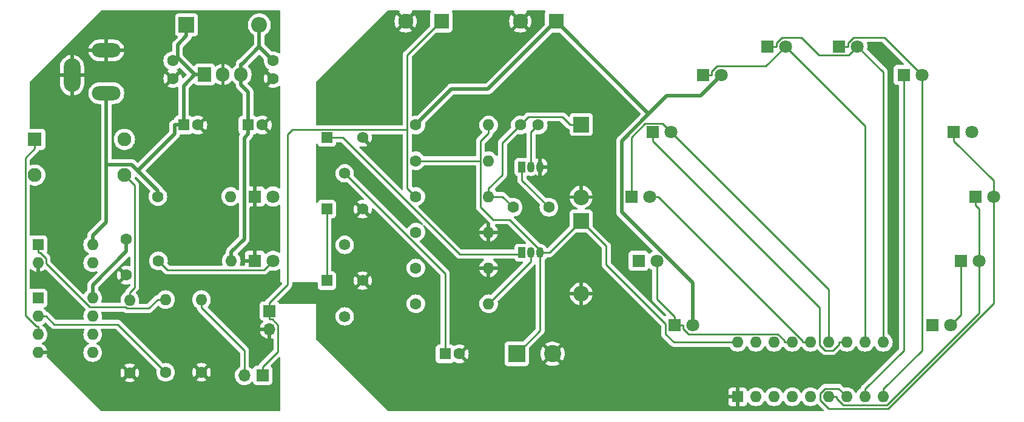
<source format=gbr>
%TF.GenerationSoftware,KiCad,Pcbnew,7.0.10*%
%TF.CreationDate,2024-06-25T20:59:08+02:00*%
%TF.ProjectId,a277d-led-tachometer,61323737-642d-46c6-9564-2d746163686f,rev?*%
%TF.SameCoordinates,Original*%
%TF.FileFunction,Copper,L2,Bot*%
%TF.FilePolarity,Positive*%
%FSLAX46Y46*%
G04 Gerber Fmt 4.6, Leading zero omitted, Abs format (unit mm)*
G04 Created by KiCad (PCBNEW 7.0.10) date 2024-06-25 20:59:08*
%MOMM*%
%LPD*%
G01*
G04 APERTURE LIST*
%TA.AperFunction,ComponentPad*%
%ADD10C,1.600000*%
%TD*%
%TA.AperFunction,ComponentPad*%
%ADD11O,1.600000X1.600000*%
%TD*%
%TA.AperFunction,ComponentPad*%
%ADD12R,1.800000X1.800000*%
%TD*%
%TA.AperFunction,ComponentPad*%
%ADD13C,1.800000*%
%TD*%
%TA.AperFunction,ComponentPad*%
%ADD14R,1.700000X1.700000*%
%TD*%
%TA.AperFunction,ComponentPad*%
%ADD15O,1.700000X1.700000*%
%TD*%
%TA.AperFunction,ComponentPad*%
%ADD16R,1.905000X2.000000*%
%TD*%
%TA.AperFunction,ComponentPad*%
%ADD17O,1.905000X2.000000*%
%TD*%
%TA.AperFunction,ComponentPad*%
%ADD18R,1.050000X1.500000*%
%TD*%
%TA.AperFunction,ComponentPad*%
%ADD19O,1.050000X1.500000*%
%TD*%
%TA.AperFunction,ComponentPad*%
%ADD20R,2.100000X2.100000*%
%TD*%
%TA.AperFunction,ComponentPad*%
%ADD21C,2.100000*%
%TD*%
%TA.AperFunction,ComponentPad*%
%ADD22R,1.560000X1.560000*%
%TD*%
%TA.AperFunction,ComponentPad*%
%ADD23C,1.560000*%
%TD*%
%TA.AperFunction,ComponentPad*%
%ADD24R,2.200000X2.200000*%
%TD*%
%TA.AperFunction,ComponentPad*%
%ADD25O,2.200000X2.200000*%
%TD*%
%TA.AperFunction,ComponentPad*%
%ADD26O,2.350000X4.700000*%
%TD*%
%TA.AperFunction,ComponentPad*%
%ADD27O,4.000000X2.000000*%
%TD*%
%TA.AperFunction,ComponentPad*%
%ADD28R,1.600000X1.600000*%
%TD*%
%TA.AperFunction,ComponentPad*%
%ADD29R,2.400000X2.400000*%
%TD*%
%TA.AperFunction,ComponentPad*%
%ADD30C,2.400000*%
%TD*%
%TA.AperFunction,ComponentPad*%
%ADD31R,1.950000X1.950000*%
%TD*%
%TA.AperFunction,ComponentPad*%
%ADD32C,1.950000*%
%TD*%
%TA.AperFunction,Conductor*%
%ADD33C,0.250000*%
%TD*%
%TA.AperFunction,Conductor*%
%ADD34C,0.500000*%
%TD*%
G04 APERTURE END LIST*
D10*
%TO.P,R11,1*%
%TO.N,+12V*%
X-80000Y-28000000D03*
D11*
%TO.P,R11,2*%
%TO.N,Net-(D15-A)*%
X10080000Y-28000000D03*
%TD*%
D12*
%TO.P,D6,1,K*%
%TO.N,Net-(D6-K)*%
X85000000Y-7000000D03*
D13*
%TO.P,D6,2,A*%
%TO.N,Net-(D5-K)*%
X87540000Y-7000000D03*
%TD*%
D14*
%TO.P,J5,1,Pin_1*%
%TO.N,IGNITION*%
X14540000Y-53000000D03*
D15*
%TO.P,J5,2,Pin_2*%
%TO.N,Net-(J5-Pin_2)*%
X12000000Y-53000000D03*
%TD*%
D12*
%TO.P,D10,1,K*%
%TO.N,Net-(D10-K)*%
X114000000Y-28000000D03*
D13*
%TO.P,D10,2,A*%
%TO.N,Net-(D10-A)*%
X116540000Y-28000000D03*
%TD*%
D16*
%TO.P,U3,1,IN*%
%TO.N,+12V*%
X6460000Y-10945000D03*
D17*
%TO.P,U3,2,GND*%
%TO.N,GND*%
X9000000Y-10945000D03*
%TO.P,U3,3,OUT*%
%TO.N,+5V*%
X11540000Y-10945000D03*
%TD*%
D10*
%TO.P,R4,1*%
%TO.N,Net-(T1-C)*%
X35920000Y-43000000D03*
D11*
%TO.P,R4,2*%
%TO.N,Net-(T2-B)*%
X46080000Y-43000000D03*
%TD*%
D18*
%TO.P,T2,1,C*%
%TO.N,Net-(T2-C)*%
X50730000Y-35860000D03*
D19*
%TO.P,T2,2,B*%
%TO.N,Net-(T2-B)*%
X52000000Y-35860000D03*
%TO.P,T2,3,E*%
%TO.N,Net-(IC1-VCC)*%
X53270000Y-35860000D03*
%TD*%
D12*
%TO.P,D13,1,K*%
%TO.N,GND*%
X13460000Y-37000000D03*
D13*
%TO.P,D13,2,A*%
%TO.N,Net-(D13-A)*%
X16000000Y-37000000D03*
%TD*%
D10*
%TO.P,R5,1*%
%TO.N,Net-(IC1-VCC)*%
X35920000Y-23000000D03*
D11*
%TO.P,R5,2*%
%TO.N,Net-(T1-C)*%
X46080000Y-23000000D03*
%TD*%
D12*
%TO.P,D8,1,K*%
%TO.N,Net-(D8-K)*%
X104000000Y-11000000D03*
D13*
%TO.P,D8,2,A*%
%TO.N,Net-(D7-K)*%
X106540000Y-11000000D03*
%TD*%
D20*
%TO.P,J1,1,1*%
%TO.N,IGNITION*%
X39500000Y-3500000D03*
D21*
%TO.P,J1,2,2*%
%TO.N,GND*%
X34500000Y-3500000D03*
%TD*%
D22*
%TO.P,P3,1,1*%
%TO.N,Net-(IC1-VCC)*%
X23500000Y-39760000D03*
D23*
%TO.P,P3,2,2*%
%TO.N,Net-(IC1-VREF+)*%
X26000000Y-44760000D03*
%TO.P,P3,3,3*%
%TO.N,GND*%
X28500000Y-39760000D03*
%TD*%
D24*
%TO.P,Z1,1,K*%
%TO.N,Net-(Z1-K)*%
X59000000Y-17920000D03*
D25*
%TO.P,Z1,2,A*%
%TO.N,GND*%
X59000000Y-28080000D03*
%TD*%
D12*
%TO.P,D4,1,K*%
%TO.N,Net-(D4-K)*%
X69000000Y-19000000D03*
D13*
%TO.P,D4,2,A*%
%TO.N,Net-(D3-K)*%
X71540000Y-19000000D03*
%TD*%
D10*
%TO.P,R1,1*%
%TO.N,IGNITION*%
X35920000Y-28000000D03*
D11*
%TO.P,R1,2*%
%TO.N,Net-(Z1-K)*%
X46080000Y-28000000D03*
%TD*%
D26*
%TO.P,J3,2*%
%TO.N,GND*%
X-12060000Y-11050000D03*
D27*
%TO.P,J3,3*%
X-7260000Y-7550000D03*
%TO.P,J3,4*%
%TO.N,+12V*%
X-7260000Y-13550000D03*
%TD*%
D10*
%TO.P,R2,1*%
%TO.N,Net-(Z1-K)*%
X35920000Y-33000000D03*
D11*
%TO.P,R2,2*%
%TO.N,GND*%
X46080000Y-33000000D03*
%TD*%
D10*
%TO.P,R6,1*%
%TO.N,+12V*%
X35920000Y-18000000D03*
D11*
%TO.P,R6,2*%
%TO.N,Net-(IC1-VCC)*%
X46080000Y-18000000D03*
%TD*%
D10*
%TO.P,R8,1*%
%TO.N,GND*%
X-4000000Y-52660000D03*
D11*
%TO.P,R8,2*%
%TO.N,Net-(R8-Pad2)*%
X-4000000Y-42500000D03*
%TD*%
D28*
%TO.P,C3,1*%
%TO.N,Net-(IC1-VCONTROL)*%
X40000000Y-50000000D03*
D10*
%TO.P,C3,2*%
%TO.N,GND*%
X42000000Y-50000000D03*
%TD*%
D22*
%TO.P,P1,1,1*%
%TO.N,Net-(T2-C)*%
X23500000Y-19760000D03*
D23*
%TO.P,P1,2,2*%
%TO.N,Net-(IC1-VCONTROL)*%
X26000000Y-24760000D03*
%TO.P,P1,3,3*%
%TO.N,GND*%
X28500000Y-19760000D03*
%TD*%
D28*
%TO.P,U2,1,~{RESET}/PB5*%
%TO.N,unconnected-(U2-~{RESET}{slash}PB5-Pad1)*%
X-16800000Y-42200000D03*
D11*
%TO.P,U2,2,PB3*%
%TO.N,Net-(U2-PB3)*%
X-16800000Y-44740000D03*
%TO.P,U2,3,PB4*%
%TO.N,Net-(U2-PB4)*%
X-16800000Y-47280000D03*
%TO.P,U2,4,GND*%
%TO.N,GND*%
X-16800000Y-49820000D03*
%TO.P,U2,5,PB0*%
%TO.N,unconnected-(U2-PB0-Pad5)*%
X-9180000Y-49820000D03*
%TO.P,U2,6,PB1*%
%TO.N,unconnected-(U2-PB1-Pad6)*%
X-9180000Y-47280000D03*
%TO.P,U2,7,PB2*%
%TO.N,unconnected-(U2-PB2-Pad7)*%
X-9180000Y-44740000D03*
%TO.P,U2,8,VCC*%
%TO.N,+5V*%
X-9180000Y-42200000D03*
%TD*%
D12*
%TO.P,D1,1,K*%
%TO.N,Net-(D1-K)*%
X72000000Y-46000000D03*
D13*
%TO.P,D1,2,A*%
%TO.N,+12V*%
X74540000Y-46000000D03*
%TD*%
D24*
%TO.P,D14,1,K*%
%TO.N,+12V*%
X3920000Y-4000000D03*
D25*
%TO.P,D14,2,A*%
%TO.N,+5V*%
X14080000Y-4000000D03*
%TD*%
D28*
%TO.P,IC1,1,GND*%
%TO.N,GND*%
X80850000Y-56000000D03*
D11*
%TO.P,IC1,2,ILED*%
%TO.N,unconnected-(IC1-ILED-Pad2)*%
X83390000Y-56000000D03*
%TO.P,IC1,3,VREF+*%
%TO.N,Net-(IC1-VREF+)*%
X85930000Y-56000000D03*
%TO.P,IC1,4,C4*%
%TO.N,Net-(D12-K)*%
X88470000Y-56000000D03*
%TO.P,IC1,5,C3*%
%TO.N,Net-(D11-K)*%
X91010000Y-56000000D03*
%TO.P,IC1,6,C2*%
%TO.N,Net-(D10-K)*%
X93550000Y-56000000D03*
%TO.P,IC1,7,C1*%
%TO.N,Net-(D10-A)*%
X96090000Y-56000000D03*
%TO.P,IC1,8,B4*%
%TO.N,Net-(D8-K)*%
X98630000Y-56000000D03*
%TO.P,IC1,9,B3*%
%TO.N,Net-(D7-K)*%
X101170000Y-56000000D03*
%TO.P,IC1,10,B2*%
%TO.N,Net-(D6-K)*%
X101170000Y-48380000D03*
%TO.P,IC1,11,B1*%
%TO.N,Net-(D5-K)*%
X98630000Y-48380000D03*
%TO.P,IC1,12,A4*%
%TO.N,Net-(D4-K)*%
X96090000Y-48380000D03*
%TO.P,IC1,13,A3*%
%TO.N,Net-(D3-K)*%
X93550000Y-48380000D03*
%TO.P,IC1,14,A2*%
%TO.N,Net-(D2-K)*%
X91010000Y-48380000D03*
%TO.P,IC1,15,A1*%
%TO.N,Net-(D1-K)*%
X88470000Y-48380000D03*
%TO.P,IC1,16,VREF-*%
%TO.N,Net-(IC1-VREF-)*%
X85930000Y-48380000D03*
%TO.P,IC1,17,VCONTROL*%
%TO.N,Net-(IC1-VCONTROL)*%
X83390000Y-48380000D03*
%TO.P,IC1,18,VCC*%
%TO.N,Net-(IC1-VCC)*%
X80850000Y-48380000D03*
%TD*%
D10*
%TO.P,R9,1*%
%TO.N,Net-(U2-PB3)*%
X1000000Y-52580000D03*
D11*
%TO.P,R9,2*%
%TO.N,Net-(R9-Pad2)*%
X1000000Y-42420000D03*
%TD*%
D12*
%TO.P,D12,1,K*%
%TO.N,Net-(D12-K)*%
X108000000Y-46000000D03*
D13*
%TO.P,D12,2,A*%
%TO.N,Net-(D11-K)*%
X110540000Y-46000000D03*
%TD*%
D12*
%TO.P,D5,1,K*%
%TO.N,Net-(D5-K)*%
X76000000Y-11000000D03*
D13*
%TO.P,D5,2,A*%
%TO.N,+12V*%
X78540000Y-11000000D03*
%TD*%
D10*
%TO.P,R7,1*%
%TO.N,Net-(D13-A)*%
X0Y-37000000D03*
D11*
%TO.P,R7,2*%
%TO.N,+5V*%
X10160000Y-37000000D03*
%TD*%
D10*
%TO.P,C2,1*%
%TO.N,Net-(Z1-K)*%
X49500000Y-29500000D03*
%TO.P,C2,2*%
%TO.N,Net-(T1-C)*%
X54500000Y-29500000D03*
%TD*%
D18*
%TO.P,T1,1,C*%
%TO.N,Net-(T1-C)*%
X50730000Y-23860000D03*
D19*
%TO.P,T1,2,B*%
%TO.N,Net-(T1-B)*%
X52000000Y-23860000D03*
%TO.P,T1,3,E*%
%TO.N,GND*%
X53270000Y-23860000D03*
%TD*%
D22*
%TO.P,P2,1,1*%
%TO.N,Net-(IC1-VCC)*%
X23500000Y-29760000D03*
D23*
%TO.P,P2,2,2*%
%TO.N,Net-(IC1-VREF-)*%
X26000000Y-34760000D03*
%TO.P,P2,3,3*%
%TO.N,GND*%
X28500000Y-29760000D03*
%TD*%
D10*
%TO.P,C1,1*%
%TO.N,Net-(Z1-K)*%
X50500000Y-18000000D03*
%TO.P,C1,2*%
%TO.N,Net-(T1-B)*%
X53000000Y-18000000D03*
%TD*%
D24*
%TO.P,Z2,1,K*%
%TO.N,Net-(IC1-VCC)*%
X59000000Y-31420000D03*
D25*
%TO.P,Z2,2,A*%
%TO.N,GND*%
X59000000Y-41580000D03*
%TD*%
D20*
%TO.P,J2,1,1*%
%TO.N,+12V*%
X55500000Y-3500000D03*
D21*
%TO.P,J2,2,2*%
%TO.N,GND*%
X50500000Y-3500000D03*
%TD*%
D12*
%TO.P,D11,1,K*%
%TO.N,Net-(D11-K)*%
X112000000Y-37000000D03*
D13*
%TO.P,D11,2,A*%
%TO.N,Net-(D10-K)*%
X114540000Y-37000000D03*
%TD*%
D12*
%TO.P,D3,1,K*%
%TO.N,Net-(D3-K)*%
X66000000Y-28000000D03*
D13*
%TO.P,D3,2,A*%
%TO.N,Net-(D2-K)*%
X68540000Y-28000000D03*
%TD*%
D12*
%TO.P,D2,1,K*%
%TO.N,Net-(D2-K)*%
X67000000Y-37000000D03*
D13*
%TO.P,D2,2,A*%
%TO.N,Net-(D1-K)*%
X69540000Y-37000000D03*
%TD*%
D10*
%TO.P,R10,1*%
%TO.N,GND*%
X6000000Y-52580000D03*
D11*
%TO.P,R10,2*%
%TO.N,Net-(J5-Pin_2)*%
X6000000Y-42420000D03*
%TD*%
D28*
%TO.P,C6,1*%
%TO.N,+5V*%
X12500000Y-18000000D03*
D10*
%TO.P,C6,2*%
%TO.N,GND*%
X14500000Y-18000000D03*
%TD*%
%TO.P,R3,1*%
%TO.N,Net-(T1-B)*%
X35920000Y-38000000D03*
D11*
%TO.P,R3,2*%
%TO.N,GND*%
X46080000Y-38000000D03*
%TD*%
D12*
%TO.P,D15,1,K*%
%TO.N,GND*%
X13460000Y-28000000D03*
D13*
%TO.P,D15,2,A*%
%TO.N,Net-(D15-A)*%
X16000000Y-28000000D03*
%TD*%
D28*
%TO.P,C5,1*%
%TO.N,+12V*%
X3500000Y-18000000D03*
D10*
%TO.P,C5,2*%
%TO.N,GND*%
X5500000Y-18000000D03*
%TD*%
D29*
%TO.P,C4,1*%
%TO.N,Net-(IC1-VCC)*%
X50000000Y-50000000D03*
D30*
%TO.P,C4,2*%
%TO.N,GND*%
X55000000Y-50000000D03*
%TD*%
D10*
%TO.P,C7,1*%
%TO.N,GND*%
X-4500000Y-39000000D03*
%TO.P,C7,2*%
%TO.N,+5V*%
X-4500000Y-34000000D03*
%TD*%
D28*
%TO.P,U1,1*%
%TO.N,Net-(R9-Pad2)*%
X-16800000Y-34725000D03*
D11*
%TO.P,U1,2*%
%TO.N,GND*%
X-16800000Y-37265000D03*
%TO.P,U1,3*%
%TO.N,Net-(J5-Pin_2)*%
X-9180000Y-37265000D03*
%TO.P,U1,4*%
%TO.N,+12V*%
X-9180000Y-34725000D03*
%TD*%
D12*
%TO.P,D9,1,K*%
%TO.N,Net-(D10-A)*%
X111000000Y-19000000D03*
D13*
%TO.P,D9,2,A*%
%TO.N,+12V*%
X113540000Y-19000000D03*
%TD*%
D14*
%TO.P,J4,1,Pin_1*%
%TO.N,IGNITION*%
X15500000Y-44000000D03*
D15*
%TO.P,J4,2,Pin_2*%
%TO.N,GND*%
X15500000Y-46540000D03*
%TD*%
D10*
%TO.P,C8,1*%
%TO.N,GND*%
X2000000Y-11500000D03*
%TO.P,C8,2*%
%TO.N,+12V*%
X2000000Y-9000000D03*
%TD*%
D12*
%TO.P,D7,1,K*%
%TO.N,Net-(D7-K)*%
X95000000Y-7000000D03*
D13*
%TO.P,D7,2,A*%
%TO.N,Net-(D6-K)*%
X97540000Y-7000000D03*
%TD*%
D31*
%TO.P,S1,1*%
%TO.N,Net-(U2-PB4)*%
X-17250000Y-20000000D03*
D32*
%TO.P,S1,2*%
%TO.N,unconnected-(S1-Pad2)*%
X-4750000Y-20000000D03*
%TO.P,S1,3*%
%TO.N,unconnected-(S1-Pad3)*%
X-17250000Y-25000000D03*
%TO.P,S1,4*%
%TO.N,Net-(R8-Pad2)*%
X-4750000Y-25000000D03*
%TD*%
D10*
%TO.P,C9,1*%
%TO.N,GND*%
X16000000Y-11500000D03*
%TO.P,C9,2*%
%TO.N,+5V*%
X16000000Y-9000000D03*
%TD*%
D33*
%TO.N,Net-(Z1-K)*%
X50500000Y-18000000D02*
X48000000Y-20500000D01*
X57500000Y-18000000D02*
X56364400Y-16864400D01*
X48000000Y-24953100D02*
X46080000Y-26873100D01*
X59000000Y-17920000D02*
X58920000Y-18000000D01*
X56364400Y-16864400D02*
X51635600Y-16864400D01*
X46080000Y-28000000D02*
X48000000Y-28000000D01*
X51635600Y-16864400D02*
X50500000Y-18000000D01*
X48000000Y-28000000D02*
X49500000Y-29500000D01*
X58920000Y-18000000D02*
X57500000Y-18000000D01*
X46080000Y-26873100D02*
X46080000Y-28000000D01*
X48000000Y-20500000D02*
X48000000Y-24953100D01*
%TO.N,Net-(T1-B)*%
X52000000Y-19000000D02*
X52000000Y-23860000D01*
X53000000Y-18000000D02*
X52000000Y-19000000D01*
%TO.N,Net-(T1-C)*%
X50730000Y-23860000D02*
X50730000Y-25730000D01*
X50730000Y-25730000D02*
X54500000Y-29500000D01*
%TO.N,Net-(IC1-VCONTROL)*%
X40000000Y-38760000D02*
X26000000Y-24760000D01*
X40000000Y-50000000D02*
X40000000Y-38760000D01*
D34*
%TO.N,GND*%
X50500000Y-3500000D02*
X49749100Y-3500000D01*
D33*
X-16800000Y-49820000D02*
X-15673100Y-49820000D01*
%TO.N,Net-(IC1-VCC)*%
X50500000Y-49500000D02*
X50500000Y-49873100D01*
X50500000Y-51000000D02*
X50500000Y-49873100D01*
X70775000Y-47225000D02*
X71930000Y-48380000D01*
X54560000Y-35860000D02*
X59000000Y-31420000D01*
X62500000Y-37500000D02*
X70775000Y-45775000D01*
X53270000Y-46730000D02*
X53270000Y-35860000D01*
X44939900Y-23000000D02*
X35920000Y-23000000D01*
X70775000Y-45775000D02*
X70775000Y-47225000D01*
X46736000Y-31242000D02*
X44939900Y-29445900D01*
X50500000Y-49500000D02*
X53270000Y-46730000D01*
X44939900Y-29445900D02*
X44939900Y-23000000D01*
X53270000Y-35860000D02*
X54560000Y-35860000D01*
X62500000Y-34920000D02*
X62500000Y-37500000D01*
X46080000Y-18000000D02*
X46080000Y-19126900D01*
X59000000Y-31420000D02*
X62500000Y-34920000D01*
X23500000Y-29760000D02*
X23500000Y-39760000D01*
X49022000Y-31242000D02*
X46736000Y-31242000D01*
X71930000Y-48380000D02*
X80850000Y-48380000D01*
X53270000Y-35860000D02*
X53270000Y-35490000D01*
X50000000Y-50000000D02*
X50500000Y-49500000D01*
X44939900Y-20267000D02*
X44939900Y-23000000D01*
X46080000Y-19126900D02*
X44939900Y-20267000D01*
X53270000Y-35490000D02*
X49022000Y-31242000D01*
D34*
%TO.N,+12V*%
X70944500Y-13905800D02*
X75634200Y-13905800D01*
X-7260000Y-23531300D02*
X-3732200Y-23531300D01*
X3500000Y-18000000D02*
X2248100Y-18000000D01*
X2660500Y-6811400D02*
X3920000Y-5551900D01*
X45974000Y-12954000D02*
X40894000Y-12954000D01*
X2660500Y-8549900D02*
X5055600Y-10945000D01*
X64635200Y-20215100D02*
X68333100Y-16517200D01*
X-9180000Y-34725000D02*
X-9180000Y-33473100D01*
X3500000Y-12500600D02*
X5055600Y-10945000D01*
X-80000Y-27183500D02*
X-80000Y-28000000D01*
X-9180000Y-33473100D02*
X-7260000Y-31553100D01*
X-3732200Y-23531300D02*
X-2881700Y-24381700D01*
X-2881700Y-24381700D02*
X-80000Y-27183500D01*
X3500000Y-18000000D02*
X3500000Y-12500600D01*
X75634200Y-13905800D02*
X78540000Y-11000000D01*
X2248100Y-18000000D02*
X2248100Y-19251900D01*
X-7260000Y-31553100D02*
X-7260000Y-23531300D01*
X74540000Y-46000000D02*
X74540000Y-40075600D01*
X2660500Y-8549900D02*
X2660500Y-6811400D01*
X-7260000Y-23531300D02*
X-7260000Y-13550000D01*
X2000000Y-9000000D02*
X2450100Y-8549900D01*
X68333100Y-16333100D02*
X68333100Y-16517200D01*
X64635200Y-30170800D02*
X64635200Y-20215100D01*
X55500000Y-3500000D02*
X68333100Y-16333100D01*
X40894000Y-12954000D02*
X35920000Y-17928000D01*
X3920000Y-5551900D02*
X3920000Y-4000000D01*
X35920000Y-17928000D02*
X35920000Y-18000000D01*
X55500000Y-3500000D02*
X55428000Y-3500000D01*
X2450100Y-8549900D02*
X2660500Y-8549900D01*
X2248100Y-19251900D02*
X-2881700Y-24381700D01*
X74540000Y-40075600D02*
X64635200Y-30170800D01*
X6460000Y-10945000D02*
X5055600Y-10945000D01*
X55428000Y-3500000D02*
X45974000Y-12954000D01*
X68333100Y-16517200D02*
X70944500Y-13905800D01*
%TO.N,+5V*%
X11540000Y-10945000D02*
X11540000Y-12396900D01*
X-4500000Y-35690000D02*
X-4500000Y-34000000D01*
X14080000Y-7080000D02*
X14080000Y-4000000D01*
X11967800Y-33940300D02*
X10160000Y-35748100D01*
X-9180000Y-40370000D02*
X-4500000Y-35690000D01*
X12500000Y-13356900D02*
X12500000Y-18000000D01*
X10160000Y-35748100D02*
X10160000Y-37000000D01*
X12500000Y-18000000D02*
X12500000Y-19251900D01*
X-9180000Y-42200000D02*
X-9180000Y-40370000D01*
X11967800Y-19784100D02*
X11967800Y-33940300D01*
X11666900Y-9493100D02*
X11540000Y-9493100D01*
X11540000Y-9493100D02*
X11540000Y-10945000D01*
X16000000Y-9000000D02*
X14080000Y-7080000D01*
X12500000Y-19251900D02*
X11967800Y-19784100D01*
X11540000Y-12396900D02*
X12500000Y-13356900D01*
X14080000Y-7080000D02*
X11666900Y-9493100D01*
D33*
%TO.N,Net-(D1-K)*%
X72000000Y-44773100D02*
X72000000Y-46000000D01*
X69540000Y-37000000D02*
X69540000Y-42313100D01*
X86470400Y-47228400D02*
X87343100Y-48101100D01*
X87343100Y-48380000D02*
X88470000Y-48380000D01*
X73995100Y-47228400D02*
X86470400Y-47228400D01*
X87343100Y-48101100D02*
X87343100Y-48380000D01*
X73226900Y-46000000D02*
X73226900Y-46460200D01*
X73226900Y-46460200D02*
X73995100Y-47228400D01*
X72000000Y-46000000D02*
X73226900Y-46000000D01*
X69540000Y-42313100D02*
X72000000Y-44773100D01*
%TO.N,Net-(D2-K)*%
X68540000Y-28000000D02*
X69736600Y-28000000D01*
X89883100Y-48380000D02*
X91010000Y-48380000D01*
X89883100Y-48146500D02*
X89883100Y-48380000D01*
X69736600Y-28000000D02*
X89883100Y-48146500D01*
%TO.N,Net-(D3-K)*%
X93550000Y-48380000D02*
X93550000Y-41010000D01*
X70309300Y-17769300D02*
X71540000Y-19000000D01*
X93550000Y-41010000D02*
X71540000Y-19000000D01*
X67927400Y-17769300D02*
X70309300Y-17769300D01*
X66000000Y-28000000D02*
X66000000Y-19696700D01*
X66000000Y-19696700D02*
X67927400Y-17769300D01*
%TO.N,Net-(D4-K)*%
X94963100Y-48380000D02*
X94963100Y-48661700D01*
X96090000Y-48380000D02*
X94963100Y-48380000D01*
X94963100Y-48661700D02*
X94103500Y-49521300D01*
X69000000Y-20226900D02*
X69000000Y-19000000D01*
X93062800Y-49521300D02*
X92280000Y-48738500D01*
X92280000Y-48738500D02*
X92280000Y-43506900D01*
X94103500Y-49521300D02*
X93062800Y-49521300D01*
X92280000Y-43506900D02*
X69000000Y-20226900D01*
%TO.N,Net-(D5-K)*%
X84766900Y-9773100D02*
X87540000Y-7000000D01*
X76000000Y-11000000D02*
X77226900Y-11000000D01*
X77226900Y-10539800D02*
X77993600Y-9773100D01*
X77226900Y-11000000D02*
X77226900Y-10539800D01*
X77993600Y-9773100D02*
X84766900Y-9773100D01*
X98630000Y-18090000D02*
X98630000Y-48380000D01*
X87540000Y-7000000D02*
X98630000Y-18090000D01*
%TO.N,Net-(D6-K)*%
X89718200Y-5732600D02*
X92212500Y-8226900D01*
X92212500Y-8226900D02*
X96313100Y-8226900D01*
X96313100Y-8226900D02*
X97540000Y-7000000D01*
X86226900Y-6539900D02*
X87034200Y-5732600D01*
X85000000Y-7000000D02*
X86226900Y-7000000D01*
X87034200Y-5732600D02*
X89718200Y-5732600D01*
X101170000Y-10630000D02*
X97540000Y-7000000D01*
X86226900Y-7000000D02*
X86226900Y-6539900D01*
X101170000Y-48380000D02*
X101170000Y-10630000D01*
%TO.N,Net-(D7-K)*%
X97008000Y-5758800D02*
X101299000Y-5758800D01*
X101170000Y-54873100D02*
X106540000Y-49503100D01*
X101170000Y-56000000D02*
X101170000Y-54873100D01*
X106540000Y-49503100D02*
X106540000Y-11000000D01*
X101299000Y-5758800D02*
X106540000Y-11000000D01*
X96226900Y-7000000D02*
X96226900Y-6539900D01*
X95000000Y-7000000D02*
X96226900Y-7000000D01*
X96226900Y-6539900D02*
X97008000Y-5758800D01*
%TO.N,Net-(D8-K)*%
X104000000Y-49503100D02*
X104000000Y-11000000D01*
X98630000Y-54873100D02*
X104000000Y-49503100D01*
X98630000Y-56000000D02*
X98630000Y-54873100D01*
%TO.N,Net-(D10-A)*%
X116540000Y-25766900D02*
X116540000Y-28000000D01*
X116540000Y-42934400D02*
X116540000Y-28000000D01*
X93066000Y-54834100D02*
X92375800Y-55524300D01*
X94924100Y-54834100D02*
X93066000Y-54834100D01*
X111000000Y-19000000D02*
X111000000Y-20226900D01*
X92375800Y-55524300D02*
X92375800Y-56467100D01*
X92375800Y-56467100D02*
X93540300Y-57631600D01*
X111000000Y-20226900D02*
X116540000Y-25766900D01*
X96090000Y-56000000D02*
X94924100Y-54834100D01*
X101843000Y-57631600D02*
X116540000Y-42934400D01*
X93540300Y-57631600D02*
X101843000Y-57631600D01*
%TO.N,Net-(D10-K)*%
X114000000Y-29226900D02*
X114540000Y-29766900D01*
X94676900Y-56233500D02*
X94676900Y-56000000D01*
X114540000Y-29766900D02*
X114540000Y-37000000D01*
X114540000Y-44278000D02*
X101659000Y-57158900D01*
X101659000Y-57158900D02*
X95602300Y-57158900D01*
X114540000Y-37000000D02*
X114540000Y-44278000D01*
X114000000Y-28000000D02*
X114000000Y-29226900D01*
X95602300Y-57158900D02*
X94676900Y-56233500D01*
X94676900Y-56000000D02*
X93550000Y-56000000D01*
%TO.N,Net-(D11-K)*%
X112000000Y-44540000D02*
X110540000Y-46000000D01*
X112000000Y-37000000D02*
X112000000Y-44540000D01*
%TO.N,Net-(D13-A)*%
X14728700Y-38271300D02*
X1271300Y-38271300D01*
X16000000Y-37000000D02*
X14728700Y-38271300D01*
X1271300Y-38271300D02*
X0Y-37000000D01*
%TO.N,IGNITION*%
X14540000Y-51823100D02*
X16682400Y-49680700D01*
X16682400Y-45991500D02*
X15867800Y-45176900D01*
X34734600Y-8191400D02*
X34734600Y-18650400D01*
X15867800Y-45176900D02*
X15500000Y-45176900D01*
X15500000Y-44000000D02*
X15500000Y-42823100D01*
X16682400Y-49680700D02*
X16682400Y-45991500D01*
X15500000Y-45176900D02*
X15500000Y-44000000D01*
X14540000Y-53000000D02*
X14540000Y-51823100D01*
X39426000Y-3500000D02*
X34734600Y-8191400D01*
X34734600Y-26814600D02*
X35920000Y-28000000D01*
X18687600Y-18650400D02*
X34734600Y-18650400D01*
X15500000Y-42823100D02*
X18034000Y-40289100D01*
X39500000Y-3500000D02*
X39426000Y-3500000D01*
X34734600Y-18650400D02*
X34734600Y-26814600D01*
X18034000Y-40289100D02*
X18034000Y-19304000D01*
X18034000Y-19304000D02*
X18687600Y-18650400D01*
%TO.N,Net-(T2-C)*%
X50730000Y-35860000D02*
X50522000Y-36068000D01*
X42046200Y-36068000D02*
X25738200Y-19760000D01*
X25738200Y-19760000D02*
X23500000Y-19760000D01*
X50522000Y-36068000D02*
X42046200Y-36068000D01*
%TO.N,Net-(T2-B)*%
X52000000Y-37080000D02*
X52000000Y-35860000D01*
X46080000Y-43000000D02*
X52000000Y-37080000D01*
%TO.N,Net-(R8-Pad2)*%
X-3324100Y-26425900D02*
X-3324100Y-40697200D01*
X-4750000Y-25000000D02*
X-3324100Y-26425900D01*
X-3324100Y-40697200D02*
X-4000000Y-41373100D01*
X-4000000Y-41373100D02*
X-4000000Y-42500000D01*
%TO.N,Net-(U2-PB3)*%
X-16800000Y-44740000D02*
X-15673100Y-44740000D01*
X-14546200Y-45866900D02*
X-5713100Y-45866900D01*
X-5713100Y-45866900D02*
X1000000Y-52580000D01*
X-15673100Y-44740000D02*
X-14546200Y-45866900D01*
%TO.N,Net-(R9-Pad2)*%
X-16800000Y-35851900D02*
X-16800000Y-34725000D01*
X-9573000Y-43470000D02*
X-15673100Y-37369900D01*
X-1363400Y-43656500D02*
X-4437200Y-43656500D01*
X-126900Y-42420000D02*
X-1363400Y-43656500D01*
X-4623700Y-43470000D02*
X-9573000Y-43470000D01*
X-15673100Y-37369900D02*
X-15673100Y-36697000D01*
X-4437200Y-43656500D02*
X-4623700Y-43470000D01*
X-15673100Y-36697000D02*
X-16518200Y-35851900D01*
X-16518200Y-35851900D02*
X-16800000Y-35851900D01*
X1000000Y-42420000D02*
X-126900Y-42420000D01*
%TO.N,Net-(U2-PB4)*%
X-18584300Y-44602300D02*
X-17033500Y-46153100D01*
X-17250000Y-21301900D02*
X-18584300Y-22636200D01*
X-16800000Y-46153100D02*
X-16800000Y-47280000D01*
X-17250000Y-20000000D02*
X-17250000Y-21301900D01*
X-17033500Y-46153100D02*
X-16800000Y-46153100D01*
X-18584300Y-22636200D02*
X-18584300Y-44602300D01*
%TO.N,Net-(J5-Pin_2)*%
X12000000Y-53000000D02*
X12000000Y-49546900D01*
X12000000Y-49546900D02*
X6000000Y-43546900D01*
X6000000Y-43546900D02*
X6000000Y-42420000D01*
%TD*%
%TA.AperFunction,Conductor*%
%TO.N,GND*%
G36*
X9250000Y-12423365D02*
G01*
X9357792Y-12405379D01*
X9585454Y-12327221D01*
X9585468Y-12327215D01*
X9797159Y-12212655D01*
X9797168Y-12212649D01*
X9987116Y-12064806D01*
X9987126Y-12064797D01*
X10150154Y-11887702D01*
X10150155Y-11887701D01*
X10165891Y-11863616D01*
X10219036Y-11818258D01*
X10288267Y-11808833D01*
X10351604Y-11838333D01*
X10373510Y-11863614D01*
X10389446Y-11888007D01*
X10429262Y-11931259D01*
X10552537Y-12065171D01*
X10585329Y-12090694D01*
X10741662Y-12212373D01*
X10782475Y-12269083D01*
X10789500Y-12310226D01*
X10789500Y-12333194D01*
X10788191Y-12351163D01*
X10784710Y-12374925D01*
X10789028Y-12424268D01*
X10789500Y-12435076D01*
X10789500Y-12440611D01*
X10793098Y-12471395D01*
X10793464Y-12474983D01*
X10800000Y-12549691D01*
X10801461Y-12556767D01*
X10801403Y-12556778D01*
X10803034Y-12564137D01*
X10803092Y-12564124D01*
X10804757Y-12571149D01*
X10804758Y-12571154D01*
X10804759Y-12571155D01*
X10826224Y-12630133D01*
X10830400Y-12641605D01*
X10831582Y-12645007D01*
X10855182Y-12716226D01*
X10858236Y-12722774D01*
X10858182Y-12722798D01*
X10861470Y-12729588D01*
X10861521Y-12729563D01*
X10864761Y-12736014D01*
X10905979Y-12798684D01*
X10907889Y-12801682D01*
X10938972Y-12852074D01*
X10947289Y-12865558D01*
X10951766Y-12871219D01*
X10951719Y-12871256D01*
X10956482Y-12877102D01*
X10956528Y-12877064D01*
X10961173Y-12882599D01*
X11015707Y-12934049D01*
X11018295Y-12936563D01*
X11713181Y-13631449D01*
X11746666Y-13692772D01*
X11749500Y-13719130D01*
X11749500Y-16577648D01*
X11729815Y-16644687D01*
X11677011Y-16690442D01*
X11638755Y-16700938D01*
X11592516Y-16705909D01*
X11457671Y-16756202D01*
X11457664Y-16756206D01*
X11342455Y-16842452D01*
X11342452Y-16842455D01*
X11256206Y-16957664D01*
X11256202Y-16957671D01*
X11205908Y-17092517D01*
X11199501Y-17152116D01*
X11199500Y-17152135D01*
X11199500Y-18847870D01*
X11199501Y-18847876D01*
X11205908Y-18907483D01*
X11256202Y-19042328D01*
X11256203Y-19042329D01*
X11256204Y-19042331D01*
X11321935Y-19130136D01*
X11342452Y-19157543D01*
X11342452Y-19157544D01*
X11342453Y-19157544D01*
X11342454Y-19157546D01*
X11342774Y-19157785D01*
X11343012Y-19158104D01*
X11348722Y-19163813D01*
X11347901Y-19164633D01*
X11384646Y-19213717D01*
X11389632Y-19283408D01*
X11363457Y-19336756D01*
X11336494Y-19368890D01*
X11332529Y-19374919D01*
X11332482Y-19374888D01*
X11328430Y-19381247D01*
X11328479Y-19381277D01*
X11324689Y-19387421D01*
X11292992Y-19455394D01*
X11291423Y-19458636D01*
X11257757Y-19525672D01*
X11255288Y-19532457D01*
X11255232Y-19532436D01*
X11252760Y-19539550D01*
X11252815Y-19539569D01*
X11250543Y-19546425D01*
X11235373Y-19619888D01*
X11234593Y-19623404D01*
X11217299Y-19696379D01*
X11216461Y-19703554D01*
X11216401Y-19703547D01*
X11215635Y-19711045D01*
X11215695Y-19711051D01*
X11215065Y-19718240D01*
X11217248Y-19793228D01*
X11217300Y-19796835D01*
X11217300Y-26998751D01*
X11197615Y-27065790D01*
X11144811Y-27111545D01*
X11075653Y-27121489D01*
X11012097Y-27092464D01*
X11005619Y-27086432D01*
X10919141Y-26999954D01*
X10732734Y-26869432D01*
X10732732Y-26869431D01*
X10526497Y-26773261D01*
X10526488Y-26773258D01*
X10306697Y-26714366D01*
X10306693Y-26714365D01*
X10306692Y-26714365D01*
X10306691Y-26714364D01*
X10306686Y-26714364D01*
X10080002Y-26694532D01*
X10079998Y-26694532D01*
X9853313Y-26714364D01*
X9853302Y-26714366D01*
X9633511Y-26773258D01*
X9633502Y-26773261D01*
X9427267Y-26869431D01*
X9427265Y-26869432D01*
X9240858Y-26999954D01*
X9079954Y-27160858D01*
X8949432Y-27347265D01*
X8949431Y-27347267D01*
X8853261Y-27553502D01*
X8853258Y-27553511D01*
X8794366Y-27773302D01*
X8794364Y-27773313D01*
X8774532Y-27999998D01*
X8774532Y-28000001D01*
X8794364Y-28226686D01*
X8794366Y-28226697D01*
X8853258Y-28446488D01*
X8853261Y-28446497D01*
X8949431Y-28652732D01*
X8949432Y-28652734D01*
X9079954Y-28839141D01*
X9240858Y-29000045D01*
X9240861Y-29000047D01*
X9427266Y-29130568D01*
X9633504Y-29226739D01*
X9853308Y-29285635D01*
X10015230Y-29299801D01*
X10079998Y-29305468D01*
X10080000Y-29305468D01*
X10080002Y-29305468D01*
X10136673Y-29300509D01*
X10306692Y-29285635D01*
X10526496Y-29226739D01*
X10732734Y-29130568D01*
X10919139Y-29000047D01*
X10934457Y-28984729D01*
X11005619Y-28913568D01*
X11066942Y-28880083D01*
X11136634Y-28885067D01*
X11192567Y-28926939D01*
X11216984Y-28992403D01*
X11217300Y-29001249D01*
X11217300Y-33578069D01*
X11197615Y-33645108D01*
X11180981Y-33665750D01*
X9674358Y-35172372D01*
X9660729Y-35184151D01*
X9641469Y-35198490D01*
X9609632Y-35236431D01*
X9602346Y-35244384D01*
X9598407Y-35248324D01*
X9579176Y-35272645D01*
X9576902Y-35275437D01*
X9528694Y-35332890D01*
X9524729Y-35338919D01*
X9524682Y-35338888D01*
X9520630Y-35345247D01*
X9520679Y-35345277D01*
X9516889Y-35351421D01*
X9485192Y-35419394D01*
X9483623Y-35422636D01*
X9449957Y-35489672D01*
X9447488Y-35496457D01*
X9447432Y-35496436D01*
X9444960Y-35503550D01*
X9445015Y-35503569D01*
X9442743Y-35510425D01*
X9427573Y-35583888D01*
X9426793Y-35587404D01*
X9409499Y-35660379D01*
X9408661Y-35667554D01*
X9408601Y-35667547D01*
X9407835Y-35675045D01*
X9407895Y-35675051D01*
X9407265Y-35682240D01*
X9409448Y-35757228D01*
X9409500Y-35760835D01*
X9409500Y-35873336D01*
X9389815Y-35940375D01*
X9356625Y-35974910D01*
X9320863Y-35999951D01*
X9159951Y-36160862D01*
X9029432Y-36347265D01*
X9029431Y-36347267D01*
X8933261Y-36553502D01*
X8933258Y-36553511D01*
X8874366Y-36773302D01*
X8874364Y-36773313D01*
X8854532Y-36999998D01*
X8854532Y-37000001D01*
X8874364Y-37226686D01*
X8874366Y-37226697D01*
X8933258Y-37446488D01*
X8933263Y-37446502D01*
X8943939Y-37469396D01*
X8954431Y-37538473D01*
X8925911Y-37602257D01*
X8867434Y-37640496D01*
X8831557Y-37645800D01*
X1581752Y-37645800D01*
X1514713Y-37626115D01*
X1494071Y-37609481D01*
X1299413Y-37414822D01*
X1265928Y-37353499D01*
X1267319Y-37295048D01*
X1275370Y-37265000D01*
X1285635Y-37226692D01*
X1305468Y-37000000D01*
X1285635Y-36773308D01*
X1226739Y-36553504D01*
X1130568Y-36347266D01*
X1000047Y-36160861D01*
X1000045Y-36160858D01*
X839141Y-35999954D01*
X652734Y-35869432D01*
X652732Y-35869431D01*
X446497Y-35773261D01*
X446488Y-35773258D01*
X226697Y-35714366D01*
X226693Y-35714365D01*
X226692Y-35714365D01*
X226691Y-35714364D01*
X226686Y-35714364D01*
X2Y-35694532D01*
X-2Y-35694532D01*
X-226686Y-35714364D01*
X-226691Y-35714364D01*
X-226692Y-35714365D01*
X-226693Y-35714365D01*
X-226697Y-35714366D01*
X-446488Y-35773258D01*
X-446497Y-35773261D01*
X-652732Y-35869431D01*
X-652734Y-35869432D01*
X-839141Y-35999954D01*
X-1000045Y-36160858D01*
X-1000047Y-36160861D01*
X-1130568Y-36347266D01*
X-1226739Y-36553504D01*
X-1285635Y-36773308D01*
X-1305468Y-37000000D01*
X-1285635Y-37226692D01*
X-1226739Y-37446496D01*
X-1130568Y-37652734D01*
X-1000047Y-37839139D01*
X-839139Y-38000047D01*
X-652734Y-38130568D01*
X-446496Y-38226739D01*
X-226692Y-38285635D01*
X-69220Y-38299412D01*
X-2Y-38305468D01*
X0Y-38305468D01*
X2Y-38305468D01*
X69220Y-38299412D01*
X226692Y-38285635D01*
X295048Y-38267319D01*
X364896Y-38268980D01*
X414822Y-38299412D01*
X770494Y-38655084D01*
X780319Y-38667348D01*
X780540Y-38667166D01*
X785510Y-38673174D01*
X834539Y-38719215D01*
X837336Y-38721926D01*
X856830Y-38741420D01*
X859995Y-38743875D01*
X868871Y-38751456D01*
X900718Y-38781362D01*
X900722Y-38781364D01*
X918273Y-38791013D01*
X934531Y-38801692D01*
X950364Y-38813974D01*
X985710Y-38829268D01*
X990455Y-38831322D01*
X1000935Y-38836455D01*
X1039208Y-38857497D01*
X1058612Y-38862479D01*
X1077010Y-38868778D01*
X1095405Y-38876738D01*
X1138554Y-38883571D01*
X1149980Y-38885938D01*
X1192281Y-38896800D01*
X1212316Y-38896800D01*
X1231713Y-38898326D01*
X1251496Y-38901460D01*
X1294975Y-38897350D01*
X1306644Y-38896800D01*
X14645957Y-38896800D01*
X14661577Y-38898524D01*
X14661604Y-38898239D01*
X14669360Y-38898971D01*
X14669367Y-38898973D01*
X14736573Y-38896861D01*
X14740468Y-38896800D01*
X14768046Y-38896800D01*
X14768050Y-38896800D01*
X14772024Y-38896297D01*
X14783663Y-38895380D01*
X14827327Y-38894009D01*
X14846569Y-38888417D01*
X14865612Y-38884474D01*
X14885492Y-38881964D01*
X14926101Y-38865885D01*
X14937144Y-38862103D01*
X14979090Y-38849918D01*
X14996329Y-38839722D01*
X15013803Y-38831162D01*
X15032427Y-38823788D01*
X15032427Y-38823787D01*
X15032432Y-38823786D01*
X15067783Y-38798100D01*
X15077514Y-38791708D01*
X15115120Y-38769470D01*
X15129289Y-38755299D01*
X15144079Y-38742668D01*
X15160287Y-38730894D01*
X15188138Y-38697226D01*
X15195979Y-38688609D01*
X15501480Y-38383108D01*
X15562801Y-38349625D01*
X15629420Y-38353509D01*
X15655019Y-38362298D01*
X15883951Y-38400500D01*
X15883952Y-38400500D01*
X16116048Y-38400500D01*
X16116049Y-38400500D01*
X16344981Y-38362298D01*
X16564503Y-38286936D01*
X16768626Y-38176470D01*
X16799836Y-38152177D01*
X16864830Y-38126534D01*
X16933370Y-38140100D01*
X16983696Y-38188567D01*
X17000000Y-38250030D01*
X17000000Y-40000000D01*
X17139147Y-40000000D01*
X17206186Y-40019685D01*
X17251941Y-40072489D01*
X17261885Y-40141647D01*
X17232860Y-40205203D01*
X17226828Y-40211681D01*
X15116208Y-42322299D01*
X15103951Y-42332120D01*
X15104134Y-42332341D01*
X15098122Y-42337314D01*
X15052098Y-42386323D01*
X15049391Y-42389116D01*
X15029889Y-42408617D01*
X15029875Y-42408634D01*
X15027407Y-42411815D01*
X15019843Y-42420670D01*
X14989937Y-42452518D01*
X14989936Y-42452520D01*
X14980284Y-42470076D01*
X14969610Y-42486326D01*
X14957329Y-42502161D01*
X14957324Y-42502168D01*
X14939975Y-42542258D01*
X14934837Y-42552746D01*
X14916974Y-42585238D01*
X14867427Y-42634502D01*
X14808313Y-42649500D01*
X14602130Y-42649500D01*
X14602123Y-42649501D01*
X14542516Y-42655908D01*
X14407671Y-42706202D01*
X14407664Y-42706206D01*
X14292455Y-42792452D01*
X14292452Y-42792455D01*
X14206206Y-42907664D01*
X14206202Y-42907671D01*
X14155908Y-43042517D01*
X14149501Y-43102116D01*
X14149500Y-43102135D01*
X14149500Y-44897870D01*
X14149501Y-44897876D01*
X14155908Y-44957483D01*
X14206202Y-45092328D01*
X14206206Y-45092335D01*
X14292452Y-45207544D01*
X14292455Y-45207547D01*
X14407664Y-45293793D01*
X14407671Y-45293797D01*
X14469902Y-45317007D01*
X14539598Y-45343002D01*
X14595531Y-45384873D01*
X14619949Y-45450337D01*
X14605098Y-45518610D01*
X14583947Y-45546865D01*
X14461886Y-45668926D01*
X14326400Y-45862420D01*
X14326399Y-45862422D01*
X14226570Y-46076507D01*
X14226567Y-46076513D01*
X14169364Y-46289999D01*
X14169364Y-46290000D01*
X15066314Y-46290000D01*
X15040507Y-46330156D01*
X15000000Y-46468111D01*
X15000000Y-46611889D01*
X15040507Y-46749844D01*
X15066314Y-46790000D01*
X14169364Y-46790000D01*
X14226567Y-47003486D01*
X14226570Y-47003492D01*
X14326399Y-47217578D01*
X14461894Y-47411082D01*
X14628917Y-47578105D01*
X14822421Y-47713600D01*
X15036507Y-47813429D01*
X15036516Y-47813433D01*
X15250000Y-47870634D01*
X15250000Y-46975501D01*
X15357685Y-47024680D01*
X15464237Y-47040000D01*
X15535763Y-47040000D01*
X15642315Y-47024680D01*
X15750000Y-46975501D01*
X15750000Y-47870633D01*
X15900807Y-47830227D01*
X15970657Y-47831890D01*
X16028519Y-47871053D01*
X16056023Y-47935282D01*
X16056900Y-47950002D01*
X16056900Y-49370246D01*
X16037215Y-49437285D01*
X16020581Y-49457927D01*
X14156208Y-51322299D01*
X14143951Y-51332120D01*
X14144134Y-51332341D01*
X14138122Y-51337314D01*
X14092098Y-51386323D01*
X14089391Y-51389116D01*
X14069889Y-51408617D01*
X14069875Y-51408634D01*
X14067407Y-51411815D01*
X14059843Y-51420670D01*
X14029937Y-51452518D01*
X14029936Y-51452520D01*
X14020284Y-51470076D01*
X14009610Y-51486326D01*
X13997329Y-51502161D01*
X13997324Y-51502168D01*
X13979975Y-51542258D01*
X13974837Y-51552746D01*
X13956974Y-51585238D01*
X13907427Y-51634502D01*
X13848313Y-51649500D01*
X13642130Y-51649500D01*
X13642123Y-51649501D01*
X13582516Y-51655908D01*
X13447671Y-51706202D01*
X13447664Y-51706206D01*
X13332455Y-51792452D01*
X13332452Y-51792455D01*
X13246206Y-51907664D01*
X13246203Y-51907669D01*
X13197189Y-52039083D01*
X13155317Y-52095016D01*
X13089853Y-52119433D01*
X13021580Y-52104581D01*
X12993326Y-52083430D01*
X12871402Y-51961506D01*
X12871401Y-51961505D01*
X12678376Y-51826347D01*
X12634751Y-51771770D01*
X12625500Y-51724772D01*
X12625500Y-49629637D01*
X12627224Y-49614023D01*
X12626938Y-49613996D01*
X12627672Y-49606233D01*
X12625561Y-49539043D01*
X12625500Y-49535149D01*
X12625500Y-49507551D01*
X12625500Y-49507550D01*
X12624997Y-49503570D01*
X12624080Y-49491921D01*
X12622709Y-49448274D01*
X12622709Y-49448272D01*
X12617120Y-49429037D01*
X12613174Y-49409984D01*
X12610664Y-49390108D01*
X12594578Y-49349481D01*
X12590803Y-49338454D01*
X12578617Y-49296510D01*
X12568421Y-49279269D01*
X12559860Y-49261793D01*
X12552486Y-49243169D01*
X12552485Y-49243167D01*
X12526809Y-49207826D01*
X12520412Y-49198090D01*
X12498170Y-49160479D01*
X12498167Y-49160476D01*
X12498165Y-49160473D01*
X12484005Y-49146313D01*
X12471370Y-49131520D01*
X12459593Y-49115312D01*
X12425945Y-49087476D01*
X12417304Y-49079613D01*
X6886120Y-43548429D01*
X6852635Y-43487106D01*
X6857619Y-43417414D01*
X6886120Y-43373067D01*
X7000045Y-43259141D01*
X7000047Y-43259139D01*
X7130568Y-43072734D01*
X7226739Y-42866496D01*
X7285635Y-42646692D01*
X7305468Y-42420000D01*
X7285635Y-42193308D01*
X7240916Y-42026415D01*
X7226741Y-41973511D01*
X7226738Y-41973502D01*
X7202642Y-41921828D01*
X7130568Y-41767266D01*
X7000047Y-41580861D01*
X7000045Y-41580858D01*
X6839141Y-41419954D01*
X6652734Y-41289432D01*
X6652732Y-41289431D01*
X6446497Y-41193261D01*
X6446488Y-41193258D01*
X6226697Y-41134366D01*
X6226693Y-41134365D01*
X6226692Y-41134365D01*
X6226691Y-41134364D01*
X6226686Y-41134364D01*
X6000002Y-41114532D01*
X5999998Y-41114532D01*
X5773313Y-41134364D01*
X5773302Y-41134366D01*
X5553511Y-41193258D01*
X5553502Y-41193261D01*
X5347267Y-41289431D01*
X5347265Y-41289432D01*
X5160858Y-41419954D01*
X4999954Y-41580858D01*
X4869432Y-41767265D01*
X4869431Y-41767267D01*
X4773261Y-41973502D01*
X4773258Y-41973511D01*
X4714366Y-42193302D01*
X4714364Y-42193313D01*
X4694532Y-42419998D01*
X4694532Y-42420001D01*
X4714364Y-42646686D01*
X4714366Y-42646697D01*
X4773258Y-42866488D01*
X4773261Y-42866497D01*
X4869431Y-43072732D01*
X4869432Y-43072734D01*
X4999954Y-43259141D01*
X5160858Y-43420045D01*
X5324049Y-43534312D01*
X5367674Y-43588889D01*
X5376865Y-43631989D01*
X5377290Y-43645524D01*
X5377291Y-43645527D01*
X5382880Y-43664767D01*
X5386824Y-43683811D01*
X5387946Y-43692686D01*
X5389336Y-43703692D01*
X5405414Y-43744303D01*
X5409197Y-43755352D01*
X5413190Y-43769097D01*
X5421382Y-43797290D01*
X5427014Y-43806814D01*
X5431580Y-43814534D01*
X5440138Y-43832003D01*
X5447514Y-43850632D01*
X5473181Y-43885960D01*
X5479593Y-43895721D01*
X5501828Y-43933317D01*
X5501833Y-43933324D01*
X5515990Y-43947480D01*
X5528627Y-43962275D01*
X5540406Y-43978487D01*
X5567015Y-44000500D01*
X5574057Y-44006325D01*
X5582698Y-44014188D01*
X11338181Y-49769671D01*
X11371666Y-49830994D01*
X11374500Y-49857352D01*
X11374500Y-51724773D01*
X11354815Y-51791812D01*
X11321623Y-51826348D01*
X11128597Y-51961505D01*
X10961505Y-52128597D01*
X10825965Y-52322169D01*
X10825964Y-52322171D01*
X10764094Y-52454852D01*
X10726790Y-52534852D01*
X10726098Y-52536335D01*
X10726094Y-52536344D01*
X10664938Y-52764586D01*
X10664936Y-52764596D01*
X10644341Y-52999999D01*
X10644341Y-53000000D01*
X10664936Y-53235403D01*
X10664938Y-53235413D01*
X10726094Y-53463655D01*
X10726096Y-53463659D01*
X10726097Y-53463663D01*
X10780367Y-53580045D01*
X10825965Y-53677830D01*
X10825967Y-53677834D01*
X10934281Y-53832521D01*
X10961505Y-53871401D01*
X11128599Y-54038495D01*
X11225384Y-54106265D01*
X11322165Y-54174032D01*
X11322167Y-54174033D01*
X11322170Y-54174035D01*
X11536337Y-54273903D01*
X11764592Y-54335063D01*
X11941034Y-54350500D01*
X11999999Y-54355659D01*
X12000000Y-54355659D01*
X12000001Y-54355659D01*
X12058966Y-54350500D01*
X12235408Y-54335063D01*
X12463663Y-54273903D01*
X12677830Y-54174035D01*
X12871401Y-54038495D01*
X12993329Y-53916566D01*
X13054648Y-53883084D01*
X13124340Y-53888068D01*
X13180274Y-53929939D01*
X13197189Y-53960917D01*
X13246202Y-54092328D01*
X13246206Y-54092335D01*
X13332452Y-54207544D01*
X13332455Y-54207547D01*
X13447664Y-54293793D01*
X13447671Y-54293797D01*
X13582517Y-54344091D01*
X13582516Y-54344091D01*
X13589444Y-54344835D01*
X13642127Y-54350500D01*
X15437872Y-54350499D01*
X15497483Y-54344091D01*
X15632331Y-54293796D01*
X15747546Y-54207546D01*
X15833796Y-54092331D01*
X15884091Y-53957483D01*
X15890500Y-53897873D01*
X15890499Y-52102128D01*
X15884091Y-52042517D01*
X15882810Y-52039083D01*
X15833797Y-51907671D01*
X15833793Y-51907664D01*
X15747547Y-51792455D01*
X15694935Y-51753069D01*
X15653065Y-51697135D01*
X15648081Y-51627443D01*
X15681564Y-51566124D01*
X16788320Y-50459369D01*
X16849642Y-50425885D01*
X16919334Y-50430869D01*
X16975267Y-50472741D01*
X16999684Y-50538205D01*
X17000000Y-50547051D01*
X17000000Y-57876000D01*
X16980315Y-57943039D01*
X16927511Y-57988794D01*
X16876000Y-58000000D01*
X-7948638Y-58000000D01*
X-8015677Y-57980315D01*
X-8036319Y-57963681D01*
X-13339997Y-52660002D01*
X-5304966Y-52660002D01*
X-5285141Y-52886599D01*
X-5285139Y-52886610D01*
X-5226269Y-53106317D01*
X-5226264Y-53106331D01*
X-5130136Y-53312478D01*
X-5079024Y-53385471D01*
X-4397953Y-52704400D01*
X-4385165Y-52785148D01*
X-4327641Y-52898045D01*
X-4238045Y-52987641D01*
X-4125148Y-53045165D01*
X-4044400Y-53057953D01*
X-4725471Y-53739024D01*
X-4652478Y-53790136D01*
X-4446331Y-53886264D01*
X-4446317Y-53886269D01*
X-4226610Y-53945139D01*
X-4226599Y-53945141D01*
X-4000002Y-53964966D01*
X-3999998Y-53964966D01*
X-3773400Y-53945141D01*
X-3773389Y-53945139D01*
X-3553682Y-53886269D01*
X-3553668Y-53886264D01*
X-3347521Y-53790136D01*
X-3347513Y-53790132D01*
X-3274526Y-53739025D01*
X-3955599Y-53057953D01*
X-3874852Y-53045165D01*
X-3761955Y-52987641D01*
X-3672359Y-52898045D01*
X-3614835Y-52785148D01*
X-3602046Y-52704400D01*
X-2920974Y-53385472D01*
X-2869863Y-53312478D01*
X-2773735Y-53106331D01*
X-2773730Y-53106317D01*
X-2714860Y-52886610D01*
X-2714858Y-52886599D01*
X-2695034Y-52660002D01*
X-2695034Y-52659997D01*
X-2714858Y-52433400D01*
X-2714860Y-52433389D01*
X-2773730Y-52213682D01*
X-2773734Y-52213673D01*
X-2869866Y-52007516D01*
X-2869868Y-52007512D01*
X-2920973Y-51934526D01*
X-2920974Y-51934526D01*
X-3602046Y-52615598D01*
X-3614835Y-52534852D01*
X-3672359Y-52421955D01*
X-3761955Y-52332359D01*
X-3874852Y-52274835D01*
X-3955599Y-52262046D01*
X-3274526Y-51580974D01*
X-3274526Y-51580973D01*
X-3347512Y-51529868D01*
X-3347516Y-51529866D01*
X-3553673Y-51433734D01*
X-3553682Y-51433730D01*
X-3773389Y-51374860D01*
X-3773400Y-51374858D01*
X-3999998Y-51355034D01*
X-4000002Y-51355034D01*
X-4226599Y-51374858D01*
X-4226610Y-51374860D01*
X-4446317Y-51433730D01*
X-4446331Y-51433735D01*
X-4652478Y-51529863D01*
X-4725472Y-51580974D01*
X-4044401Y-52262046D01*
X-4125148Y-52274835D01*
X-4238045Y-52332359D01*
X-4327641Y-52421955D01*
X-4385165Y-52534852D01*
X-4397953Y-52615598D01*
X-5079025Y-51934526D01*
X-5130132Y-52007513D01*
X-5130136Y-52007521D01*
X-5226264Y-52213668D01*
X-5226269Y-52213682D01*
X-5285139Y-52433389D01*
X-5285141Y-52433400D01*
X-5304966Y-52659997D01*
X-5304966Y-52660002D01*
X-13339997Y-52660002D01*
X-15563201Y-50436797D01*
X-15596686Y-50375474D01*
X-15591702Y-50305782D01*
X-15587903Y-50296714D01*
X-15573731Y-50266322D01*
X-15521128Y-50070000D01*
X-15930000Y-50070000D01*
X-16430000Y-49570000D01*
X-15521128Y-49570000D01*
X-15521127Y-49569999D01*
X-15573730Y-49373682D01*
X-15573734Y-49373673D01*
X-15669865Y-49167517D01*
X-15800342Y-48981179D01*
X-15961179Y-48820342D01*
X-16147515Y-48689867D01*
X-16205867Y-48662657D01*
X-16258306Y-48616484D01*
X-16277457Y-48549290D01*
X-16257241Y-48482409D01*
X-16205865Y-48437893D01*
X-16147266Y-48410568D01*
X-15960861Y-48280047D01*
X-15960858Y-48280045D01*
X-15799954Y-48119141D01*
X-15669432Y-47932734D01*
X-15669431Y-47932732D01*
X-15573261Y-47726497D01*
X-15573258Y-47726488D01*
X-15514366Y-47506697D01*
X-15514364Y-47506686D01*
X-15494532Y-47280001D01*
X-15494532Y-47279998D01*
X-15514364Y-47053313D01*
X-15514366Y-47053302D01*
X-15573258Y-46833511D01*
X-15573261Y-46833502D01*
X-15669431Y-46627267D01*
X-15669432Y-46627265D01*
X-15799954Y-46440858D01*
X-15960856Y-46279956D01*
X-16125818Y-46164449D01*
X-16169442Y-46109872D01*
X-16178449Y-46070663D01*
X-16180696Y-46034959D01*
X-16183222Y-46027185D01*
X-16188310Y-46004420D01*
X-16190313Y-45988571D01*
X-16188613Y-45988356D01*
X-16186537Y-45928017D01*
X-16146764Y-45870573D01*
X-16139970Y-45865459D01*
X-15960861Y-45740047D01*
X-15960858Y-45740045D01*
X-15846932Y-45626119D01*
X-15785609Y-45592634D01*
X-15715917Y-45597618D01*
X-15671572Y-45626117D01*
X-15047001Y-46250688D01*
X-15037186Y-46262942D01*
X-15036964Y-46262759D01*
X-15031991Y-46268768D01*
X-15031986Y-46268777D01*
X-14982922Y-46314849D01*
X-14980223Y-46317466D01*
X-14960671Y-46337020D01*
X-14957503Y-46339476D01*
X-14948627Y-46347056D01*
X-14916782Y-46376962D01*
X-14899224Y-46386613D01*
X-14882961Y-46397296D01*
X-14867136Y-46409573D01*
X-14827044Y-46426921D01*
X-14816571Y-46432051D01*
X-14778292Y-46453097D01*
X-14758880Y-46458080D01*
X-14740480Y-46464381D01*
X-14722096Y-46472337D01*
X-14678948Y-46479170D01*
X-14667538Y-46481533D01*
X-14625219Y-46492400D01*
X-14605184Y-46492400D01*
X-14585785Y-46493926D01*
X-14566004Y-46497060D01*
X-14522525Y-46492950D01*
X-14510856Y-46492400D01*
X-10442320Y-46492400D01*
X-10375281Y-46512085D01*
X-10329526Y-46564889D01*
X-10319582Y-46634047D01*
X-10329937Y-46668804D01*
X-10406739Y-46833504D01*
X-10465635Y-47053308D01*
X-10485468Y-47280000D01*
X-10465635Y-47506692D01*
X-10406739Y-47726496D01*
X-10310568Y-47932734D01*
X-10180047Y-48119139D01*
X-10019139Y-48280047D01*
X-9832734Y-48410568D01*
X-9774725Y-48437618D01*
X-9722285Y-48483790D01*
X-9703133Y-48550983D01*
X-9723348Y-48617865D01*
X-9774725Y-48662382D01*
X-9832728Y-48689429D01*
X-9832734Y-48689432D01*
X-10019141Y-48819954D01*
X-10180045Y-48980858D01*
X-10180047Y-48980861D01*
X-10310568Y-49167266D01*
X-10406739Y-49373504D01*
X-10465635Y-49593308D01*
X-10485468Y-49820000D01*
X-10465635Y-50046692D01*
X-10406739Y-50266496D01*
X-10310568Y-50472734D01*
X-10180047Y-50659139D01*
X-10019139Y-50820047D01*
X-9832734Y-50950568D01*
X-9626496Y-51046739D01*
X-9406692Y-51105635D01*
X-9236673Y-51120509D01*
X-9180002Y-51125468D01*
X-9180000Y-51125468D01*
X-9179998Y-51125468D01*
X-9115230Y-51119801D01*
X-8953308Y-51105635D01*
X-8733504Y-51046739D01*
X-8527266Y-50950568D01*
X-8340861Y-50820047D01*
X-8340858Y-50820045D01*
X-8179954Y-50659141D01*
X-8049432Y-50472734D01*
X-8049431Y-50472732D01*
X-7953261Y-50266497D01*
X-7953258Y-50266488D01*
X-7894366Y-50046697D01*
X-7894364Y-50046686D01*
X-7874532Y-49820001D01*
X-7874532Y-49819998D01*
X-7894364Y-49593313D01*
X-7894366Y-49593302D01*
X-7953258Y-49373511D01*
X-7953261Y-49373502D01*
X-8049431Y-49167267D01*
X-8049432Y-49167265D01*
X-8179954Y-48980858D01*
X-8340858Y-48819954D01*
X-8527265Y-48689432D01*
X-8527267Y-48689431D01*
X-8585275Y-48662382D01*
X-8637714Y-48616209D01*
X-8656866Y-48549016D01*
X-8636650Y-48482135D01*
X-8585275Y-48437618D01*
X-8527266Y-48410568D01*
X-8340861Y-48280047D01*
X-8340858Y-48280045D01*
X-8179954Y-48119141D01*
X-8049432Y-47932734D01*
X-8049431Y-47932732D01*
X-7953261Y-47726497D01*
X-7953258Y-47726488D01*
X-7894366Y-47506697D01*
X-7894364Y-47506686D01*
X-7874532Y-47280001D01*
X-7874532Y-47279998D01*
X-7894364Y-47053313D01*
X-7894366Y-47053302D01*
X-7953258Y-46833511D01*
X-7953262Y-46833502D01*
X-8030062Y-46668805D01*
X-8040554Y-46599727D01*
X-8012034Y-46535943D01*
X-7953558Y-46497704D01*
X-7917680Y-46492400D01*
X-6023552Y-46492400D01*
X-5956513Y-46512085D01*
X-5935871Y-46528719D01*
X-299410Y-52165179D01*
X-265927Y-52226500D01*
X-267317Y-52284947D01*
X-285635Y-52353308D01*
X-305468Y-52580000D01*
X-285635Y-52806692D01*
X-226739Y-53026496D01*
X-130568Y-53232734D01*
X-47Y-53419139D01*
X-45Y-53419141D01*
X160858Y-53580045D01*
X160861Y-53580047D01*
X347266Y-53710568D01*
X553504Y-53806739D01*
X773308Y-53865635D01*
X935230Y-53879801D01*
X999998Y-53885468D01*
X1000000Y-53885468D01*
X1000002Y-53885468D01*
X1056673Y-53880509D01*
X1226692Y-53865635D01*
X1446496Y-53806739D01*
X1652734Y-53710568D01*
X1839139Y-53580047D01*
X2000047Y-53419139D01*
X2130568Y-53232734D01*
X2226739Y-53026496D01*
X2285635Y-52806692D01*
X2305468Y-52580002D01*
X4695034Y-52580002D01*
X4714858Y-52806599D01*
X4714860Y-52806610D01*
X4773730Y-53026317D01*
X4773735Y-53026331D01*
X4869863Y-53232478D01*
X4920974Y-53305472D01*
X5602046Y-52624400D01*
X5614835Y-52705148D01*
X5672359Y-52818045D01*
X5761955Y-52907641D01*
X5874852Y-52965165D01*
X5955599Y-52977953D01*
X5274526Y-53659025D01*
X5347513Y-53710132D01*
X5347521Y-53710136D01*
X5553668Y-53806264D01*
X5553682Y-53806269D01*
X5773389Y-53865139D01*
X5773400Y-53865141D01*
X5999998Y-53884966D01*
X6000002Y-53884966D01*
X6226599Y-53865141D01*
X6226610Y-53865139D01*
X6446317Y-53806269D01*
X6446331Y-53806264D01*
X6652478Y-53710136D01*
X6725471Y-53659024D01*
X6044400Y-52977953D01*
X6125148Y-52965165D01*
X6238045Y-52907641D01*
X6327641Y-52818045D01*
X6385165Y-52705148D01*
X6397953Y-52624400D01*
X7079024Y-53305471D01*
X7130136Y-53232478D01*
X7226264Y-53026331D01*
X7226269Y-53026317D01*
X7285139Y-52806610D01*
X7285141Y-52806599D01*
X7304966Y-52580002D01*
X7304966Y-52579997D01*
X7285141Y-52353400D01*
X7285139Y-52353389D01*
X7226269Y-52133682D01*
X7226264Y-52133668D01*
X7130136Y-51927521D01*
X7130132Y-51927513D01*
X7079025Y-51854526D01*
X6397953Y-52535598D01*
X6385165Y-52454852D01*
X6327641Y-52341955D01*
X6238045Y-52252359D01*
X6125148Y-52194835D01*
X6044401Y-52182046D01*
X6725472Y-51500974D01*
X6652478Y-51449863D01*
X6446331Y-51353735D01*
X6446317Y-51353730D01*
X6226610Y-51294860D01*
X6226599Y-51294858D01*
X6000002Y-51275034D01*
X5999998Y-51275034D01*
X5773400Y-51294858D01*
X5773389Y-51294860D01*
X5553682Y-51353730D01*
X5553673Y-51353734D01*
X5347516Y-51449866D01*
X5347512Y-51449868D01*
X5274526Y-51500973D01*
X5274526Y-51500974D01*
X5955599Y-52182046D01*
X5874852Y-52194835D01*
X5761955Y-52252359D01*
X5672359Y-52341955D01*
X5614835Y-52454852D01*
X5602046Y-52535598D01*
X4920974Y-51854526D01*
X4920973Y-51854526D01*
X4869868Y-51927512D01*
X4869866Y-51927516D01*
X4773734Y-52133673D01*
X4773730Y-52133682D01*
X4714860Y-52353389D01*
X4714858Y-52353400D01*
X4695034Y-52579997D01*
X4695034Y-52580002D01*
X2305468Y-52580002D01*
X2305468Y-52580000D01*
X2285635Y-52353308D01*
X2226739Y-52133504D01*
X2130568Y-51927266D01*
X2000047Y-51740861D01*
X2000045Y-51740858D01*
X1839141Y-51579954D01*
X1652734Y-51449432D01*
X1652732Y-51449431D01*
X1446497Y-51353261D01*
X1446488Y-51353258D01*
X1226697Y-51294366D01*
X1226693Y-51294365D01*
X1226692Y-51294365D01*
X1226691Y-51294364D01*
X1226686Y-51294364D01*
X1000002Y-51274532D01*
X999999Y-51274532D01*
X773313Y-51294364D01*
X773296Y-51294367D01*
X704949Y-51312680D01*
X635099Y-51311016D01*
X585177Y-51280586D01*
X-5212299Y-45483108D01*
X-5222120Y-45470851D01*
X-5222341Y-45471034D01*
X-5227314Y-45465022D01*
X-5276323Y-45418998D01*
X-5279116Y-45416291D01*
X-5298617Y-45396789D01*
X-5298634Y-45396775D01*
X-5301815Y-45394307D01*
X-5310670Y-45386743D01*
X-5342518Y-45356837D01*
X-5342520Y-45356836D01*
X-5360076Y-45347184D01*
X-5376326Y-45336510D01*
X-5392161Y-45324229D01*
X-5392168Y-45324224D01*
X-5432258Y-45306875D01*
X-5442744Y-45301738D01*
X-5481006Y-45280703D01*
X-5500407Y-45275722D01*
X-5518810Y-45269421D01*
X-5537202Y-45261462D01*
X-5537205Y-45261461D01*
X-5580343Y-45254628D01*
X-5591774Y-45252260D01*
X-5634071Y-45241401D01*
X-5634080Y-45241400D01*
X-5634081Y-45241400D01*
X-5634082Y-45241400D01*
X-5654116Y-45241400D01*
X-5673513Y-45239873D01*
X-5678083Y-45239149D01*
X-5693294Y-45236740D01*
X-5693295Y-45236740D01*
X-5693296Y-45236740D01*
X-5726348Y-45239864D01*
X-5736775Y-45240850D01*
X-5748444Y-45241400D01*
X-7806372Y-45241400D01*
X-7873411Y-45221715D01*
X-7919166Y-45168911D01*
X-7929110Y-45099753D01*
X-7926147Y-45085307D01*
X-7894366Y-44966697D01*
X-7894364Y-44966686D01*
X-7874532Y-44740001D01*
X-7874532Y-44739998D01*
X-7894364Y-44513313D01*
X-7894366Y-44513302D01*
X-7953258Y-44293511D01*
X-7953262Y-44293502D01*
X-7953917Y-44292098D01*
X-7963333Y-44271904D01*
X-7973825Y-44202827D01*
X-7945305Y-44139043D01*
X-7886829Y-44100804D01*
X-7850951Y-44095500D01*
X-4933826Y-44095500D01*
X-4866787Y-44115185D01*
X-4854783Y-44124248D01*
X-4854763Y-44124222D01*
X-4852659Y-44125852D01*
X-4851836Y-44126475D01*
X-4851678Y-44126614D01*
X-4851673Y-44126617D01*
X-4851671Y-44126620D01*
X-4848503Y-44129076D01*
X-4839627Y-44136656D01*
X-4807782Y-44166562D01*
X-4790220Y-44176215D01*
X-4773970Y-44186889D01*
X-4758136Y-44199173D01*
X-4718050Y-44216519D01*
X-4707569Y-44221653D01*
X-4669292Y-44242697D01*
X-4649891Y-44247677D01*
X-4631488Y-44253978D01*
X-4613096Y-44261938D01*
X-4569941Y-44268772D01*
X-4558531Y-44271135D01*
X-4516219Y-44282000D01*
X-4496184Y-44282000D01*
X-4476786Y-44283526D01*
X-4457004Y-44286660D01*
X-4413525Y-44282550D01*
X-4401856Y-44282000D01*
X-1446143Y-44282000D01*
X-1430522Y-44283724D01*
X-1430496Y-44283439D01*
X-1422740Y-44284171D01*
X-1422733Y-44284173D01*
X-1355527Y-44282061D01*
X-1351632Y-44282000D01*
X-1324055Y-44282000D01*
X-1324050Y-44282000D01*
X-1320065Y-44281496D01*
X-1308426Y-44280580D01*
X-1264773Y-44279209D01*
X-1245544Y-44273622D01*
X-1226486Y-44269674D01*
X-1206608Y-44267164D01*
X-1206606Y-44267163D01*
X-1206604Y-44267163D01*
X-1166004Y-44251088D01*
X-1154952Y-44247304D01*
X-1113009Y-44235118D01*
X-1113006Y-44235116D01*
X-1095771Y-44224923D01*
X-1078294Y-44216361D01*
X-1059669Y-44208987D01*
X-1043617Y-44197324D01*
X-1024330Y-44183311D01*
X-1014577Y-44176905D01*
X-976980Y-44154670D01*
X-976978Y-44154668D01*
X-976974Y-44154665D01*
X-962815Y-44140506D01*
X-948019Y-44127868D01*
X-946293Y-44126614D01*
X-931813Y-44116094D01*
X-927058Y-44110347D01*
X-903972Y-44082440D01*
X-896109Y-44073799D01*
X-467834Y-43645524D01*
X-128427Y-43306117D01*
X-67106Y-43272634D01*
X2586Y-43277618D01*
X46931Y-43306117D01*
X160861Y-43420047D01*
X347266Y-43550568D01*
X553504Y-43646739D01*
X553509Y-43646740D01*
X553511Y-43646741D01*
X606415Y-43660916D01*
X773308Y-43705635D01*
X935230Y-43719801D01*
X999998Y-43725468D01*
X1000000Y-43725468D01*
X1000002Y-43725468D01*
X1056673Y-43720509D01*
X1226692Y-43705635D01*
X1446496Y-43646739D01*
X1652734Y-43550568D01*
X1839139Y-43420047D01*
X2000047Y-43259139D01*
X2130568Y-43072734D01*
X2226739Y-42866496D01*
X2285635Y-42646692D01*
X2305468Y-42420000D01*
X2285635Y-42193308D01*
X2240916Y-42026415D01*
X2226741Y-41973511D01*
X2226738Y-41973502D01*
X2202642Y-41921828D01*
X2130568Y-41767266D01*
X2000047Y-41580861D01*
X2000045Y-41580858D01*
X1839141Y-41419954D01*
X1652734Y-41289432D01*
X1652732Y-41289431D01*
X1446497Y-41193261D01*
X1446488Y-41193258D01*
X1226697Y-41134366D01*
X1226693Y-41134365D01*
X1226692Y-41134365D01*
X1226691Y-41134364D01*
X1226686Y-41134364D01*
X1000002Y-41114532D01*
X999998Y-41114532D01*
X773313Y-41134364D01*
X773302Y-41134366D01*
X553511Y-41193258D01*
X553502Y-41193261D01*
X347267Y-41289431D01*
X347265Y-41289432D01*
X160858Y-41419954D01*
X-45Y-41580858D01*
X-47Y-41580861D01*
X-43648Y-41643131D01*
X-114311Y-41744049D01*
X-168887Y-41787674D01*
X-211988Y-41796865D01*
X-225524Y-41797290D01*
X-225527Y-41797291D01*
X-244767Y-41802880D01*
X-263811Y-41806824D01*
X-283692Y-41809336D01*
X-324303Y-41825414D01*
X-335352Y-41829197D01*
X-377288Y-41841381D01*
X-377289Y-41841381D01*
X-377290Y-41841382D01*
X-394537Y-41851581D01*
X-412000Y-41860136D01*
X-430632Y-41867514D01*
X-465960Y-41893181D01*
X-475721Y-41899593D01*
X-513317Y-41921828D01*
X-513324Y-41921833D01*
X-527480Y-41935990D01*
X-542276Y-41948628D01*
X-558486Y-41960405D01*
X-558487Y-41960406D01*
X-586325Y-41994057D01*
X-594188Y-42002698D01*
X-1586172Y-42994681D01*
X-1647495Y-43028166D01*
X-1673853Y-43031000D01*
X-2634304Y-43031000D01*
X-2701343Y-43011315D01*
X-2747098Y-42958511D01*
X-2757042Y-42889353D01*
X-2754079Y-42874907D01*
X-2751825Y-42866497D01*
X-2726508Y-42772011D01*
X-2714366Y-42726697D01*
X-2714364Y-42726686D01*
X-2694532Y-42500001D01*
X-2694532Y-42499998D01*
X-2714364Y-42273313D01*
X-2714366Y-42273302D01*
X-2773258Y-42053511D01*
X-2773261Y-42053502D01*
X-2869431Y-41847267D01*
X-2869432Y-41847265D01*
X-2999954Y-41660858D01*
X-3113880Y-41546933D01*
X-3147365Y-41485610D01*
X-3142381Y-41415918D01*
X-3113880Y-41371571D01*
X-2940312Y-41198003D01*
X-2928050Y-41188180D01*
X-2928234Y-41187959D01*
X-2922222Y-41182986D01*
X-2876199Y-41133976D01*
X-2873486Y-41131177D01*
X-2853985Y-41111677D01*
X-2853980Y-41111671D01*
X-2851509Y-41108486D01*
X-2843948Y-41099634D01*
X-2814038Y-41067782D01*
X-2814036Y-41067780D01*
X-2814035Y-41067777D01*
X-2804388Y-41050229D01*
X-2793704Y-41033963D01*
X-2781424Y-41018132D01*
X-2764078Y-40978049D01*
X-2758941Y-40967563D01*
X-2737903Y-40929294D01*
X-2737902Y-40929292D01*
X-2732922Y-40909893D01*
X-2726618Y-40891481D01*
X-2718662Y-40873098D01*
X-2718660Y-40873092D01*
X-2711829Y-40829960D01*
X-2709461Y-40818522D01*
X-2698600Y-40776220D01*
X-2698600Y-40756183D01*
X-2697073Y-40736782D01*
X-2696351Y-40732229D01*
X-2693940Y-40717004D01*
X-2695946Y-40695780D01*
X-2698050Y-40673524D01*
X-2698600Y-40661855D01*
X-2698600Y-26508638D01*
X-2696875Y-26493024D01*
X-2697162Y-26492997D01*
X-2696427Y-26485234D01*
X-2698539Y-26418044D01*
X-2698600Y-26414150D01*
X-2698600Y-26386553D01*
X-2699105Y-26382549D01*
X-2700018Y-26370931D01*
X-2701390Y-26327273D01*
X-2701390Y-26327272D01*
X-2706981Y-26308029D01*
X-2710925Y-26288979D01*
X-2713434Y-26269111D01*
X-2713435Y-26269110D01*
X-2729513Y-26228500D01*
X-2733295Y-26217453D01*
X-2745481Y-26175510D01*
X-2745482Y-26175509D01*
X-2755679Y-26158267D01*
X-2764237Y-26140799D01*
X-2771613Y-26122169D01*
X-2771615Y-26122166D01*
X-2797281Y-26086839D01*
X-2803692Y-26077080D01*
X-2825930Y-26039479D01*
X-2840100Y-26025308D01*
X-2852728Y-26010523D01*
X-2864507Y-25994312D01*
X-2898159Y-25966471D01*
X-2906796Y-25958611D01*
X-3306916Y-25558491D01*
X-3340401Y-25497168D01*
X-3339441Y-25440370D01*
X-3301068Y-25288838D01*
X-3265528Y-25228682D01*
X-3203108Y-25197290D01*
X-3133625Y-25204628D01*
X-3093180Y-25231596D01*
X-1188184Y-27136661D01*
X-1154702Y-27197983D01*
X-1159688Y-27267675D01*
X-1174289Y-27295453D01*
X-1210568Y-27347266D01*
X-1306739Y-27553504D01*
X-1365635Y-27773308D01*
X-1385468Y-28000000D01*
X-1365635Y-28226692D01*
X-1306739Y-28446496D01*
X-1210568Y-28652734D01*
X-1080047Y-28839139D01*
X-919139Y-29000047D01*
X-732734Y-29130568D01*
X-526496Y-29226739D01*
X-306692Y-29285635D01*
X-136673Y-29300509D01*
X-80002Y-29305468D01*
X-80000Y-29305468D01*
X-79998Y-29305468D01*
X-23327Y-29300509D01*
X146692Y-29285635D01*
X366496Y-29226739D01*
X572734Y-29130568D01*
X759139Y-29000047D01*
X920047Y-28839139D01*
X1050568Y-28652734D01*
X1146739Y-28446496D01*
X1205635Y-28226692D01*
X1225468Y-28000000D01*
X1205635Y-27773308D01*
X1146739Y-27553504D01*
X1050568Y-27347266D01*
X920047Y-27160861D01*
X920045Y-27160858D01*
X759140Y-26999953D01*
X650439Y-26923840D01*
X607951Y-26870685D01*
X607872Y-26870723D01*
X607719Y-26870395D01*
X606814Y-26869263D01*
X605364Y-26865345D01*
X601767Y-26857630D01*
X601820Y-26857604D01*
X598532Y-26850813D01*
X598480Y-26850840D01*
X595237Y-26844384D01*
X595237Y-26844383D01*
X554029Y-26781729D01*
X552100Y-26778701D01*
X512721Y-26714856D01*
X508243Y-26709193D01*
X508289Y-26709156D01*
X503516Y-26703297D01*
X503471Y-26703336D01*
X498832Y-26697807D01*
X498830Y-26697804D01*
X495362Y-26694532D01*
X444283Y-26646340D01*
X441695Y-26643827D01*
X290897Y-26493024D01*
X-997452Y-25204628D01*
X-1732663Y-24469390D01*
X-1766147Y-24408066D01*
X-1761161Y-24338374D01*
X-1732661Y-24294029D01*
X-671319Y-23232687D01*
X2733742Y-19827624D01*
X2747371Y-19815847D01*
X2747374Y-19815845D01*
X2766630Y-19801510D01*
X2798460Y-19763576D01*
X2805777Y-19755591D01*
X2809687Y-19751681D01*
X2809687Y-19751680D01*
X2809691Y-19751677D01*
X2828933Y-19727338D01*
X2831169Y-19724593D01*
X2879402Y-19667114D01*
X2879407Y-19667103D01*
X2883374Y-19661075D01*
X2883425Y-19661108D01*
X2887472Y-19654756D01*
X2887420Y-19654724D01*
X2891208Y-19648580D01*
X2891211Y-19648577D01*
X2922921Y-19580573D01*
X2924462Y-19577388D01*
X2958140Y-19510333D01*
X2958143Y-19510317D01*
X2960609Y-19503546D01*
X2960667Y-19503567D01*
X2963143Y-19496446D01*
X2963086Y-19496427D01*
X2965355Y-19489578D01*
X2965355Y-19489576D01*
X2965357Y-19489573D01*
X2980535Y-19416057D01*
X2981302Y-19412601D01*
X2985262Y-19395896D01*
X3019880Y-19335205D01*
X3081814Y-19302864D01*
X3105918Y-19300499D01*
X4347871Y-19300499D01*
X4347872Y-19300499D01*
X4407483Y-19294091D01*
X4542331Y-19243796D01*
X4657546Y-19157546D01*
X4664350Y-19148455D01*
X4720280Y-19106584D01*
X4789971Y-19101597D01*
X4834740Y-19121188D01*
X4847512Y-19130130D01*
X4847518Y-19130134D01*
X5053673Y-19226265D01*
X5053682Y-19226269D01*
X5273389Y-19285139D01*
X5273400Y-19285141D01*
X5499998Y-19304966D01*
X5500002Y-19304966D01*
X5726599Y-19285141D01*
X5726610Y-19285139D01*
X5946317Y-19226269D01*
X5946331Y-19226264D01*
X6152478Y-19130136D01*
X6225471Y-19079024D01*
X5544400Y-18397953D01*
X5625148Y-18385165D01*
X5738045Y-18327641D01*
X5827641Y-18238045D01*
X5885165Y-18125148D01*
X5897953Y-18044400D01*
X6579024Y-18725471D01*
X6630136Y-18652478D01*
X6726264Y-18446331D01*
X6726269Y-18446317D01*
X6785139Y-18226610D01*
X6785141Y-18226599D01*
X6804966Y-18000002D01*
X6804966Y-17999997D01*
X6785141Y-17773400D01*
X6785139Y-17773389D01*
X6726269Y-17553682D01*
X6726264Y-17553668D01*
X6630136Y-17347521D01*
X6630132Y-17347513D01*
X6579025Y-17274526D01*
X5897953Y-17955598D01*
X5885165Y-17874852D01*
X5827641Y-17761955D01*
X5738045Y-17672359D01*
X5625148Y-17614835D01*
X5544400Y-17602046D01*
X6225472Y-16920974D01*
X6152478Y-16869863D01*
X5946331Y-16773735D01*
X5946317Y-16773730D01*
X5726610Y-16714860D01*
X5726599Y-16714858D01*
X5500002Y-16695034D01*
X5499998Y-16695034D01*
X5273400Y-16714858D01*
X5273389Y-16714860D01*
X5053682Y-16773730D01*
X5053673Y-16773734D01*
X4847512Y-16869868D01*
X4847507Y-16869871D01*
X4834736Y-16878813D01*
X4768529Y-16901138D01*
X4700763Y-16884124D01*
X4664352Y-16851546D01*
X4657546Y-16842454D01*
X4657544Y-16842453D01*
X4657544Y-16842452D01*
X4542335Y-16756206D01*
X4542328Y-16756202D01*
X4407483Y-16705908D01*
X4361243Y-16700937D01*
X4296693Y-16674199D01*
X4256845Y-16616806D01*
X4250500Y-16577648D01*
X4250500Y-12862829D01*
X4270185Y-12795790D01*
X4286819Y-12775148D01*
X4580529Y-12481438D01*
X4881574Y-12180392D01*
X4942895Y-12146909D01*
X5012586Y-12151893D01*
X5068519Y-12193764D01*
X5149952Y-12302544D01*
X5149955Y-12302547D01*
X5265164Y-12388793D01*
X5265171Y-12388797D01*
X5400017Y-12439091D01*
X5400016Y-12439091D01*
X5406944Y-12439835D01*
X5459627Y-12445500D01*
X7460372Y-12445499D01*
X7519983Y-12439091D01*
X7654831Y-12388796D01*
X7770046Y-12302546D01*
X7856296Y-12187331D01*
X7856296Y-12187329D01*
X7856298Y-12187327D01*
X7867907Y-12156199D01*
X7909776Y-12100264D01*
X7975240Y-12075844D01*
X8043513Y-12090694D01*
X8060252Y-12101675D01*
X8202831Y-12212649D01*
X8202840Y-12212655D01*
X8414531Y-12327215D01*
X8414545Y-12327221D01*
X8642207Y-12405379D01*
X8750000Y-12423366D01*
X8750000Y-11436683D01*
X8778819Y-11454209D01*
X8924404Y-11495000D01*
X9037622Y-11495000D01*
X9149783Y-11479584D01*
X9250000Y-11436053D01*
X9250000Y-12423365D01*
G37*
%TD.AperFunction*%
%TA.AperFunction,Conductor*%
G36*
X-16550000Y-38543871D02*
G01*
X-16549999Y-38543872D01*
X-16353682Y-38491269D01*
X-16353673Y-38491265D01*
X-16147517Y-38395134D01*
X-15961179Y-38264657D01*
X-15899736Y-38203214D01*
X-15838413Y-38169729D01*
X-15768721Y-38174713D01*
X-15724376Y-38203212D01*
X-10190437Y-43737152D01*
X-10156954Y-43798473D01*
X-10161938Y-43868165D01*
X-10177996Y-43895687D01*
X-10176942Y-43896426D01*
X-10180047Y-43900861D01*
X-10310568Y-44087266D01*
X-10406739Y-44293504D01*
X-10465635Y-44513308D01*
X-10485468Y-44740000D01*
X-10465635Y-44966692D01*
X-10449360Y-45027428D01*
X-10433853Y-45085307D01*
X-10435516Y-45155157D01*
X-10474679Y-45213019D01*
X-10538908Y-45240523D01*
X-10553628Y-45241400D01*
X-14235747Y-45241400D01*
X-14302786Y-45221715D01*
X-14323428Y-45205081D01*
X-15172299Y-44356208D01*
X-15182120Y-44343951D01*
X-15182341Y-44344134D01*
X-15187314Y-44338122D01*
X-15236323Y-44292098D01*
X-15239116Y-44289391D01*
X-15258617Y-44269889D01*
X-15258634Y-44269875D01*
X-15261815Y-44267407D01*
X-15270670Y-44259843D01*
X-15302518Y-44229937D01*
X-15302520Y-44229936D01*
X-15320076Y-44220284D01*
X-15336326Y-44209610D01*
X-15352161Y-44197329D01*
X-15352168Y-44197324D01*
X-15392258Y-44179975D01*
X-15402744Y-44174838D01*
X-15441006Y-44153803D01*
X-15460407Y-44148822D01*
X-15478810Y-44142521D01*
X-15497202Y-44134562D01*
X-15497205Y-44134561D01*
X-15540343Y-44127728D01*
X-15551774Y-44125360D01*
X-15594076Y-44114500D01*
X-15601311Y-44113586D01*
X-15665354Y-44085652D01*
X-15687341Y-44061687D01*
X-15799953Y-43900859D01*
X-15960858Y-43739954D01*
X-15985464Y-43722725D01*
X-16029088Y-43668147D01*
X-16036280Y-43598648D01*
X-16004757Y-43536294D01*
X-15944526Y-43500882D01*
X-15927595Y-43497861D01*
X-15900800Y-43494981D01*
X-15892516Y-43494091D01*
X-15757671Y-43443797D01*
X-15757664Y-43443793D01*
X-15642455Y-43357547D01*
X-15642452Y-43357544D01*
X-15556206Y-43242335D01*
X-15556202Y-43242328D01*
X-15505908Y-43107482D01*
X-15499501Y-43047883D01*
X-15499500Y-43047864D01*
X-15499500Y-41352129D01*
X-15499501Y-41352123D01*
X-15505908Y-41292516D01*
X-15556202Y-41157671D01*
X-15556206Y-41157664D01*
X-15642452Y-41042455D01*
X-15642455Y-41042452D01*
X-15757664Y-40956206D01*
X-15757671Y-40956202D01*
X-15892517Y-40905908D01*
X-15892516Y-40905908D01*
X-15952116Y-40899501D01*
X-15952119Y-40899500D01*
X-15952127Y-40899500D01*
X-15952134Y-40899500D01*
X-15952135Y-40899500D01*
X-17647870Y-40899500D01*
X-17647876Y-40899501D01*
X-17707484Y-40905909D01*
X-17791468Y-40937232D01*
X-17861160Y-40942216D01*
X-17922482Y-40908730D01*
X-17955967Y-40847407D01*
X-17958800Y-40821050D01*
X-17958800Y-38244040D01*
X-17939115Y-38177001D01*
X-17886311Y-38131246D01*
X-17817153Y-38121302D01*
X-17753597Y-38150327D01*
X-17747119Y-38156359D01*
X-17638820Y-38264657D01*
X-17452482Y-38395134D01*
X-17246326Y-38491265D01*
X-17246317Y-38491269D01*
X-17050000Y-38543872D01*
X-17050000Y-37580686D01*
X-17038045Y-37592641D01*
X-16925148Y-37650165D01*
X-16831481Y-37665000D01*
X-16768519Y-37665000D01*
X-16674852Y-37650165D01*
X-16561955Y-37592641D01*
X-16550000Y-37580686D01*
X-16550000Y-38543871D01*
G37*
%TD.AperFunction*%
%TA.AperFunction,Conductor*%
G36*
X22000000Y-43000000D02*
G01*
X17000000Y-43000000D01*
X16990580Y-43000000D01*
X16950005Y-43022155D01*
X16880313Y-43017169D01*
X16824380Y-42975296D01*
X16807467Y-42944322D01*
X16793796Y-42907669D01*
X16793793Y-42907664D01*
X16707547Y-42792455D01*
X16654935Y-42753069D01*
X16613065Y-42697135D01*
X16608081Y-42627443D01*
X16641564Y-42566124D01*
X18417788Y-40789901D01*
X18430042Y-40780086D01*
X18429859Y-40779864D01*
X18435868Y-40774891D01*
X18435877Y-40774886D01*
X18481949Y-40725822D01*
X18484566Y-40723123D01*
X18504120Y-40703571D01*
X18506576Y-40700403D01*
X18514156Y-40691527D01*
X18544062Y-40659682D01*
X18553713Y-40642124D01*
X18564396Y-40625861D01*
X18576673Y-40610036D01*
X18594021Y-40569944D01*
X18599151Y-40559471D01*
X18620197Y-40521192D01*
X18625180Y-40501780D01*
X18631481Y-40483380D01*
X18639437Y-40464996D01*
X18646270Y-40421848D01*
X18648633Y-40410438D01*
X18659500Y-40368119D01*
X18659500Y-40348083D01*
X18661027Y-40328682D01*
X18664160Y-40308904D01*
X18660050Y-40265424D01*
X18659500Y-40253755D01*
X18659500Y-40124000D01*
X18679185Y-40056961D01*
X18731989Y-40011206D01*
X18783500Y-40000000D01*
X22000000Y-40000000D01*
X22000000Y-43000000D01*
G37*
%TD.AperFunction*%
%TA.AperFunction,Conductor*%
G36*
X-4030266Y-36384147D02*
G01*
X-3974333Y-36426019D01*
X-3949916Y-36491483D01*
X-3949600Y-36500329D01*
X-3949600Y-37640019D01*
X-3969285Y-37707058D01*
X-4022089Y-37752813D01*
X-4091247Y-37762757D01*
X-4105693Y-37759794D01*
X-4273389Y-37714860D01*
X-4273400Y-37714858D01*
X-4499998Y-37695034D01*
X-4500002Y-37695034D01*
X-4726599Y-37714858D01*
X-4726610Y-37714860D01*
X-4946317Y-37773730D01*
X-4946331Y-37773735D01*
X-5152478Y-37869863D01*
X-5225472Y-37920974D01*
X-4544400Y-38602046D01*
X-4625148Y-38614835D01*
X-4738045Y-38672359D01*
X-4827641Y-38761955D01*
X-4885165Y-38874852D01*
X-4897953Y-38955598D01*
X-5579025Y-38274526D01*
X-5630132Y-38347513D01*
X-5630136Y-38347521D01*
X-5726264Y-38553668D01*
X-5726269Y-38553682D01*
X-5785139Y-38773389D01*
X-5785141Y-38773400D01*
X-5804966Y-38999997D01*
X-5804966Y-39000002D01*
X-5785141Y-39226599D01*
X-5785139Y-39226610D01*
X-5726269Y-39446317D01*
X-5726264Y-39446331D01*
X-5630136Y-39652478D01*
X-5579024Y-39725471D01*
X-4897953Y-39044400D01*
X-4885165Y-39125148D01*
X-4827641Y-39238045D01*
X-4738045Y-39327641D01*
X-4625148Y-39385165D01*
X-4544400Y-39397953D01*
X-5225471Y-40079024D01*
X-5152478Y-40130136D01*
X-4946331Y-40226264D01*
X-4946317Y-40226269D01*
X-4726610Y-40285139D01*
X-4726599Y-40285141D01*
X-4500002Y-40304966D01*
X-4499998Y-40304966D01*
X-4273400Y-40285141D01*
X-4273393Y-40285140D01*
X-4105694Y-40240205D01*
X-4035844Y-40241868D01*
X-3977981Y-40281030D01*
X-3950477Y-40345259D01*
X-3949600Y-40359980D01*
X-3949600Y-40386747D01*
X-3969285Y-40453786D01*
X-3985919Y-40474428D01*
X-4383788Y-40872297D01*
X-4396051Y-40882122D01*
X-4395869Y-40882343D01*
X-4401874Y-40887311D01*
X-4401876Y-40887313D01*
X-4401877Y-40887314D01*
X-4413321Y-40899501D01*
X-4447899Y-40936322D01*
X-4450612Y-40939121D01*
X-4470114Y-40958622D01*
X-4470117Y-40958626D01*
X-4470120Y-40958629D01*
X-4472581Y-40961802D01*
X-4480159Y-40970674D01*
X-4510062Y-41002518D01*
X-4519714Y-41020076D01*
X-4530393Y-41036333D01*
X-4542673Y-41052164D01*
X-4551835Y-41073336D01*
X-4560021Y-41092252D01*
X-4565160Y-41102741D01*
X-4570069Y-41111671D01*
X-4586197Y-41141008D01*
X-4586198Y-41141013D01*
X-4591177Y-41160405D01*
X-4597481Y-41178819D01*
X-4605438Y-41197204D01*
X-4612273Y-41240361D01*
X-4614632Y-41251756D01*
X-4625500Y-41294081D01*
X-4625500Y-41294084D01*
X-4626413Y-41301309D01*
X-4654346Y-41365352D01*
X-4678312Y-41387341D01*
X-4839140Y-41499953D01*
X-5000045Y-41660858D01*
X-5000047Y-41660861D01*
X-5130568Y-41847266D01*
X-5226739Y-42053504D01*
X-5285635Y-42273308D01*
X-5305468Y-42500000D01*
X-5287428Y-42706202D01*
X-5287122Y-42709692D01*
X-5300889Y-42778192D01*
X-5349504Y-42828376D01*
X-5410650Y-42844500D01*
X-7850951Y-42844500D01*
X-7917990Y-42824815D01*
X-7963745Y-42772011D01*
X-7973689Y-42702853D01*
X-7963333Y-42668095D01*
X-7953261Y-42646496D01*
X-7953260Y-42646492D01*
X-7953258Y-42646488D01*
X-7894366Y-42426697D01*
X-7894364Y-42426686D01*
X-7874532Y-42200001D01*
X-7874532Y-42199998D01*
X-7894364Y-41973313D01*
X-7894366Y-41973302D01*
X-7953258Y-41753511D01*
X-7953261Y-41753502D01*
X-8049431Y-41547267D01*
X-8049432Y-41547265D01*
X-8179951Y-41360862D01*
X-8340863Y-41199951D01*
X-8376625Y-41174910D01*
X-8420249Y-41120332D01*
X-8429500Y-41073336D01*
X-8429500Y-40732229D01*
X-8409815Y-40665190D01*
X-8393181Y-40644548D01*
X-4161281Y-36412648D01*
X-4099958Y-36379163D01*
X-4030266Y-36384147D01*
G37*
%TD.AperFunction*%
%TA.AperFunction,Conductor*%
G36*
X16943039Y-2019685D02*
G01*
X16988794Y-2072489D01*
X17000000Y-2124000D01*
X17000000Y-7874387D01*
X16980315Y-7941426D01*
X16927511Y-7987181D01*
X16858353Y-7997125D01*
X16804877Y-7975962D01*
X16652734Y-7869432D01*
X16652732Y-7869431D01*
X16446497Y-7773261D01*
X16446488Y-7773258D01*
X16226697Y-7714366D01*
X16226693Y-7714365D01*
X16226692Y-7714365D01*
X16226691Y-7714364D01*
X16226686Y-7714364D01*
X16000002Y-7694532D01*
X15999997Y-7694532D01*
X15833137Y-7709129D01*
X15764637Y-7695362D01*
X15734650Y-7673282D01*
X14866819Y-6805451D01*
X14833334Y-6744128D01*
X14830500Y-6717770D01*
X14830500Y-5486647D01*
X14850185Y-5419608D01*
X14889709Y-5380920D01*
X15023659Y-5298836D01*
X15215224Y-5135224D01*
X15378836Y-4943659D01*
X15510466Y-4728859D01*
X15606873Y-4496111D01*
X15665683Y-4251148D01*
X15685449Y-4000000D01*
X15665683Y-3748852D01*
X15606873Y-3503889D01*
X15510466Y-3271141D01*
X15510466Y-3271140D01*
X15378839Y-3056346D01*
X15378838Y-3056343D01*
X15341875Y-3013066D01*
X15215224Y-2864776D01*
X15036557Y-2712180D01*
X15023656Y-2701161D01*
X15023653Y-2701160D01*
X14808859Y-2569533D01*
X14576110Y-2473126D01*
X14331151Y-2414317D01*
X14080000Y-2394551D01*
X13828848Y-2414317D01*
X13583889Y-2473126D01*
X13351140Y-2569533D01*
X13136346Y-2701160D01*
X13136343Y-2701161D01*
X12944776Y-2864776D01*
X12781161Y-3056343D01*
X12781160Y-3056346D01*
X12649533Y-3271140D01*
X12553126Y-3503889D01*
X12494317Y-3748848D01*
X12474551Y-4000000D01*
X12494317Y-4251151D01*
X12553126Y-4496110D01*
X12649533Y-4728859D01*
X12781160Y-4943653D01*
X12781161Y-4943656D01*
X12836604Y-5008571D01*
X12944776Y-5135224D01*
X13136341Y-5298836D01*
X13270289Y-5380920D01*
X13317165Y-5432731D01*
X13329500Y-5486647D01*
X13329500Y-6717769D01*
X13309815Y-6784808D01*
X13293181Y-6805450D01*
X11350808Y-8747822D01*
X11312239Y-8774001D01*
X11266106Y-8793900D01*
X11259406Y-8796561D01*
X11200885Y-8817861D01*
X11200881Y-8817863D01*
X11191502Y-8824031D01*
X11172498Y-8834277D01*
X11162204Y-8838718D01*
X11162189Y-8838726D01*
X11112240Y-8875912D01*
X11106335Y-8880047D01*
X11054306Y-8914268D01*
X11046606Y-8922429D01*
X11030469Y-8936789D01*
X11021470Y-8943488D01*
X11021470Y-8943489D01*
X10981432Y-8991202D01*
X10976641Y-8996586D01*
X10933905Y-9041884D01*
X10928300Y-9051593D01*
X10915909Y-9069291D01*
X10908699Y-9077883D01*
X10880749Y-9133536D01*
X10877327Y-9139881D01*
X10846188Y-9193817D01*
X10846187Y-9193819D01*
X10842968Y-9204570D01*
X10834996Y-9224637D01*
X10829960Y-9234665D01*
X10829959Y-9234669D01*
X10815598Y-9295258D01*
X10813733Y-9302220D01*
X10795869Y-9361892D01*
X10795217Y-9373090D01*
X10792087Y-9394461D01*
X10789500Y-9405379D01*
X10789500Y-9467654D01*
X10789290Y-9474864D01*
X10785668Y-9537033D01*
X10785669Y-9537035D01*
X10787616Y-9548077D01*
X10789500Y-9569609D01*
X10789500Y-9579774D01*
X10769815Y-9646813D01*
X10741662Y-9677627D01*
X10552544Y-9824823D01*
X10552534Y-9824832D01*
X10389450Y-10001988D01*
X10389446Y-10001994D01*
X10373507Y-10026389D01*
X10320359Y-10071744D01*
X10251127Y-10081165D01*
X10187793Y-10051661D01*
X10165892Y-10026385D01*
X10150154Y-10002296D01*
X9987126Y-9825202D01*
X9987116Y-9825193D01*
X9797168Y-9677350D01*
X9797159Y-9677344D01*
X9585468Y-9562784D01*
X9585454Y-9562778D01*
X9357791Y-9484619D01*
X9250000Y-9466633D01*
X9250000Y-10453316D01*
X9221181Y-10435791D01*
X9075596Y-10395000D01*
X8962378Y-10395000D01*
X8850217Y-10410416D01*
X8750000Y-10453946D01*
X8750000Y-9466633D01*
X8749999Y-9466633D01*
X8642208Y-9484619D01*
X8414545Y-9562778D01*
X8414531Y-9562784D01*
X8202840Y-9677344D01*
X8202838Y-9677345D01*
X8060252Y-9788325D01*
X7995258Y-9813967D01*
X7926718Y-9800400D01*
X7876393Y-9751932D01*
X7867907Y-9733801D01*
X7856297Y-9702671D01*
X7856293Y-9702664D01*
X7770047Y-9587455D01*
X7770044Y-9587452D01*
X7654835Y-9501206D01*
X7654828Y-9501202D01*
X7519982Y-9450908D01*
X7519983Y-9450908D01*
X7460383Y-9444501D01*
X7460381Y-9444500D01*
X7460373Y-9444500D01*
X7460364Y-9444500D01*
X5459629Y-9444500D01*
X5459623Y-9444501D01*
X5400016Y-9450908D01*
X5265171Y-9501202D01*
X5265164Y-9501206D01*
X5149955Y-9587452D01*
X5068519Y-9696236D01*
X5012585Y-9738106D01*
X4942893Y-9743090D01*
X4881572Y-9709605D01*
X4206581Y-9034614D01*
X3447319Y-8275351D01*
X3413834Y-8214028D01*
X3411000Y-8187670D01*
X3411000Y-7173629D01*
X3430685Y-7106590D01*
X3447315Y-7085952D01*
X4405642Y-6127624D01*
X4419271Y-6115847D01*
X4438530Y-6101510D01*
X4470360Y-6063576D01*
X4477677Y-6055591D01*
X4481587Y-6051681D01*
X4481587Y-6051680D01*
X4481591Y-6051677D01*
X4500833Y-6027338D01*
X4503069Y-6024593D01*
X4551302Y-5967114D01*
X4551307Y-5967103D01*
X4555274Y-5961075D01*
X4555325Y-5961108D01*
X4559372Y-5954756D01*
X4559320Y-5954724D01*
X4563108Y-5948580D01*
X4563111Y-5948577D01*
X4594821Y-5880573D01*
X4596362Y-5877388D01*
X4630040Y-5810333D01*
X4630043Y-5810317D01*
X4632509Y-5803546D01*
X4632567Y-5803567D01*
X4635043Y-5796446D01*
X4634986Y-5796428D01*
X4637256Y-5789577D01*
X4639898Y-5776780D01*
X4652447Y-5716002D01*
X4653182Y-5712684D01*
X4657163Y-5695890D01*
X4691783Y-5635201D01*
X4753719Y-5602863D01*
X4777818Y-5600499D01*
X5067871Y-5600499D01*
X5067872Y-5600499D01*
X5127483Y-5594091D01*
X5262331Y-5543796D01*
X5377546Y-5457546D01*
X5463796Y-5342331D01*
X5514091Y-5207483D01*
X5520500Y-5147873D01*
X5520499Y-2852128D01*
X5514091Y-2792517D01*
X5484127Y-2712180D01*
X5463797Y-2657671D01*
X5463793Y-2657664D01*
X5377547Y-2542455D01*
X5377544Y-2542452D01*
X5262335Y-2456206D01*
X5262328Y-2456202D01*
X5127482Y-2405908D01*
X5127483Y-2405908D01*
X5067883Y-2399501D01*
X5067881Y-2399500D01*
X5067873Y-2399500D01*
X5067864Y-2399500D01*
X2772129Y-2399500D01*
X2772123Y-2399501D01*
X2712516Y-2405908D01*
X2577671Y-2456202D01*
X2577664Y-2456206D01*
X2462455Y-2542452D01*
X2462452Y-2542455D01*
X2376206Y-2657664D01*
X2376202Y-2657671D01*
X2325908Y-2792517D01*
X2319501Y-2852116D01*
X2319501Y-2852123D01*
X2319500Y-2852135D01*
X2319500Y-5147870D01*
X2319501Y-5147876D01*
X2325908Y-5207483D01*
X2376202Y-5342328D01*
X2376206Y-5342335D01*
X2462452Y-5457544D01*
X2462455Y-5457547D01*
X2577664Y-5543793D01*
X2577669Y-5543796D01*
X2607424Y-5554894D01*
X2663358Y-5596764D01*
X2687776Y-5662227D01*
X2672925Y-5730501D01*
X2651773Y-5758757D01*
X2174858Y-6235672D01*
X2161229Y-6247451D01*
X2141969Y-6261790D01*
X2110132Y-6299731D01*
X2102846Y-6307684D01*
X2098907Y-6311624D01*
X2079676Y-6335945D01*
X2077402Y-6338737D01*
X2029194Y-6396190D01*
X2025229Y-6402219D01*
X2025182Y-6402188D01*
X2021130Y-6408547D01*
X2021179Y-6408577D01*
X2017389Y-6414721D01*
X1985692Y-6482694D01*
X1984123Y-6485936D01*
X1950457Y-6552972D01*
X1947988Y-6559757D01*
X1947932Y-6559736D01*
X1945460Y-6566850D01*
X1945515Y-6566869D01*
X1943243Y-6573725D01*
X1928073Y-6647188D01*
X1927293Y-6650704D01*
X1909999Y-6723679D01*
X1909161Y-6730854D01*
X1909101Y-6730847D01*
X1908335Y-6738345D01*
X1908395Y-6738351D01*
X1907765Y-6745540D01*
X1909948Y-6820528D01*
X1910000Y-6824135D01*
X1910000Y-7588780D01*
X1890315Y-7655819D01*
X1837511Y-7701574D01*
X1796812Y-7712308D01*
X1779452Y-7713827D01*
X1773308Y-7714365D01*
X1773306Y-7714365D01*
X1773302Y-7714366D01*
X1553511Y-7773258D01*
X1553502Y-7773261D01*
X1347267Y-7869431D01*
X1347265Y-7869432D01*
X1160858Y-7999954D01*
X999954Y-8160858D01*
X869432Y-8347265D01*
X869431Y-8347267D01*
X773261Y-8553502D01*
X773258Y-8553511D01*
X714366Y-8773302D01*
X714364Y-8773313D01*
X694532Y-8999998D01*
X694532Y-9000001D01*
X714364Y-9226686D01*
X714366Y-9226697D01*
X773258Y-9446488D01*
X773261Y-9446497D01*
X869431Y-9652732D01*
X869432Y-9652734D01*
X999954Y-9839141D01*
X1160858Y-10000045D01*
X1164073Y-10002296D01*
X1347266Y-10130568D01*
X1362975Y-10137893D01*
X1415414Y-10184064D01*
X1434567Y-10251257D01*
X1414352Y-10318138D01*
X1362979Y-10362656D01*
X1347514Y-10369867D01*
X1347512Y-10369868D01*
X1274526Y-10420973D01*
X1274526Y-10420974D01*
X1955599Y-11102046D01*
X1874852Y-11114835D01*
X1761955Y-11172359D01*
X1672359Y-11261955D01*
X1614835Y-11374852D01*
X1602046Y-11455598D01*
X920974Y-10774526D01*
X920973Y-10774526D01*
X869868Y-10847512D01*
X869866Y-10847516D01*
X773734Y-11053673D01*
X773730Y-11053682D01*
X714860Y-11273389D01*
X714858Y-11273400D01*
X695034Y-11499997D01*
X695034Y-11500002D01*
X714858Y-11726599D01*
X714860Y-11726610D01*
X773730Y-11946317D01*
X773735Y-11946331D01*
X869863Y-12152478D01*
X920974Y-12225472D01*
X1602046Y-11544400D01*
X1614835Y-11625148D01*
X1672359Y-11738045D01*
X1761955Y-11827641D01*
X1874852Y-11885165D01*
X1955599Y-11897953D01*
X1274526Y-12579025D01*
X1347513Y-12630132D01*
X1347521Y-12630136D01*
X1553668Y-12726264D01*
X1553682Y-12726269D01*
X1773389Y-12785139D01*
X1773400Y-12785141D01*
X1999998Y-12804966D01*
X2000002Y-12804966D01*
X2226599Y-12785141D01*
X2226610Y-12785139D01*
X2446317Y-12726269D01*
X2446326Y-12726265D01*
X2573095Y-12667153D01*
X2642173Y-12656661D01*
X2705957Y-12685181D01*
X2744196Y-12743657D01*
X2749500Y-12779535D01*
X2749500Y-16577648D01*
X2729815Y-16644687D01*
X2677011Y-16690442D01*
X2638755Y-16700938D01*
X2592516Y-16705909D01*
X2457671Y-16756202D01*
X2457664Y-16756206D01*
X2342455Y-16842452D01*
X2342452Y-16842455D01*
X2256206Y-16957664D01*
X2256202Y-16957671D01*
X2205908Y-17092516D01*
X2199416Y-17152904D01*
X2172678Y-17217455D01*
X2115285Y-17257303D01*
X2090524Y-17262809D01*
X2073850Y-17264757D01*
X2073843Y-17264759D01*
X2063301Y-17268596D01*
X2042435Y-17274186D01*
X2031397Y-17276132D01*
X2031385Y-17276136D01*
X1974205Y-17300800D01*
X1967506Y-17303461D01*
X1908985Y-17324761D01*
X1908981Y-17324763D01*
X1899602Y-17330931D01*
X1880598Y-17341177D01*
X1870304Y-17345618D01*
X1870289Y-17345626D01*
X1820340Y-17382812D01*
X1814435Y-17386947D01*
X1762406Y-17421168D01*
X1754706Y-17429329D01*
X1738569Y-17443689D01*
X1729570Y-17450388D01*
X1729570Y-17450389D01*
X1689532Y-17498102D01*
X1684741Y-17503486D01*
X1642005Y-17548784D01*
X1636400Y-17558493D01*
X1624009Y-17576191D01*
X1616799Y-17584783D01*
X1588849Y-17640436D01*
X1585427Y-17646781D01*
X1554288Y-17700717D01*
X1554287Y-17700719D01*
X1551068Y-17711470D01*
X1543096Y-17731537D01*
X1538060Y-17741565D01*
X1538059Y-17741569D01*
X1523698Y-17802158D01*
X1521833Y-17809120D01*
X1503969Y-17868792D01*
X1503317Y-17879990D01*
X1500187Y-17901361D01*
X1497600Y-17912279D01*
X1497600Y-17974554D01*
X1497390Y-17981764D01*
X1493768Y-18043933D01*
X1493769Y-18043935D01*
X1495716Y-18054977D01*
X1497600Y-18076509D01*
X1497600Y-18889670D01*
X1477915Y-18956709D01*
X1461281Y-18977351D01*
X-2794055Y-23232687D01*
X-2855378Y-23266172D01*
X-2925070Y-23261188D01*
X-2969412Y-23232692D01*
X-3156478Y-23045647D01*
X-3168260Y-23032015D01*
X-3182588Y-23012771D01*
X-3204576Y-22994320D01*
X-3220561Y-22980907D01*
X-3228509Y-22973626D01*
X-3232458Y-22969678D01*
X-3256754Y-22950468D01*
X-3259548Y-22948191D01*
X-3316983Y-22899999D01*
X-3323014Y-22896033D01*
X-3322983Y-22895987D01*
X-3329390Y-22891905D01*
X-3329420Y-22891953D01*
X-3335559Y-22888166D01*
X-3403509Y-22856485D01*
X-3406759Y-22854911D01*
X-3473762Y-22821261D01*
X-3480551Y-22818791D01*
X-3480531Y-22818738D01*
X-3487696Y-22816247D01*
X-3487714Y-22816300D01*
X-3494574Y-22814027D01*
X-3568012Y-22798867D01*
X-3571536Y-22798086D01*
X-3644481Y-22780799D01*
X-3651654Y-22779961D01*
X-3651647Y-22779905D01*
X-3659189Y-22779135D01*
X-3659194Y-22779192D01*
X-3666392Y-22778562D01*
X-3739656Y-22780698D01*
X-3741311Y-22780747D01*
X-3744924Y-22780800D01*
X-6385500Y-22780800D01*
X-6452539Y-22761115D01*
X-6498294Y-22708311D01*
X-6509500Y-22656800D01*
X-6509500Y-20000005D01*
X-6230557Y-20000005D01*
X-6223987Y-20079289D01*
X-6210364Y-20243692D01*
X-6150336Y-20480736D01*
X-6052111Y-20704667D01*
X-5918368Y-20909377D01*
X-5752754Y-21089281D01*
X-5559788Y-21239473D01*
X-5344733Y-21355855D01*
X-5113455Y-21435252D01*
X-4872263Y-21475500D01*
X-4872262Y-21475500D01*
X-4627738Y-21475500D01*
X-4627737Y-21475500D01*
X-4386545Y-21435252D01*
X-4386543Y-21435251D01*
X-4386541Y-21435251D01*
X-4155270Y-21355856D01*
X-4155267Y-21355855D01*
X-4112197Y-21332547D01*
X-3940212Y-21239473D01*
X-3940208Y-21239470D01*
X-3747252Y-21089286D01*
X-3747242Y-21089277D01*
X-3581632Y-20909378D01*
X-3447888Y-20704666D01*
X-3349663Y-20480734D01*
X-3289636Y-20243695D01*
X-3289634Y-20243683D01*
X-3269443Y-20000005D01*
X-3269443Y-19999994D01*
X-3289634Y-19756316D01*
X-3289636Y-19756304D01*
X-3349663Y-19519265D01*
X-3447888Y-19295333D01*
X-3581632Y-19090621D01*
X-3747242Y-18910722D01*
X-3747252Y-18910713D01*
X-3940208Y-18760529D01*
X-3940212Y-18760526D01*
X-4155265Y-18644145D01*
X-4155270Y-18644143D01*
X-4386541Y-18564748D01*
X-4589336Y-18530908D01*
X-4627737Y-18524500D01*
X-4872263Y-18524500D01*
X-4910664Y-18530908D01*
X-5113458Y-18564748D01*
X-5344729Y-18644143D01*
X-5344734Y-18644145D01*
X-5559787Y-18760526D01*
X-5559791Y-18760529D01*
X-5752747Y-18910713D01*
X-5752757Y-18910722D01*
X-5918367Y-19090621D01*
X-6013571Y-19236343D01*
X-6052111Y-19295333D01*
X-6150336Y-19519264D01*
X-6184647Y-19654756D01*
X-6210363Y-19756304D01*
X-6210365Y-19756316D01*
X-6230557Y-19999994D01*
X-6230557Y-20000005D01*
X-6509500Y-20000005D01*
X-6509500Y-15174500D01*
X-6489815Y-15107461D01*
X-6437011Y-15061706D01*
X-6385500Y-15050500D01*
X-6197937Y-15050500D01*
X-6197933Y-15050500D01*
X-6165589Y-15047819D01*
X-6012186Y-15035109D01*
X-6012181Y-15035108D01*
X-6012179Y-15035108D01*
X-6012175Y-15035107D01*
X-5771118Y-14974063D01*
X-5543393Y-14874173D01*
X-5335217Y-14738166D01*
X-5311744Y-14716557D01*
X-5152262Y-14569744D01*
X-4999526Y-14373509D01*
X-4999524Y-14373506D01*
X-4881172Y-14154811D01*
X-4881169Y-14154802D01*
X-4800429Y-13919616D01*
X-4759500Y-13674334D01*
X-4759500Y-13425665D01*
X-4800429Y-13180383D01*
X-4881169Y-12945197D01*
X-4881172Y-12945188D01*
X-4999524Y-12726493D01*
X-5152261Y-12530257D01*
X-5335217Y-12361833D01*
X-5543393Y-12225826D01*
X-5771118Y-12125936D01*
X-6012175Y-12064892D01*
X-6012186Y-12064890D01*
X-6197922Y-12049500D01*
X-6197933Y-12049500D01*
X-8322067Y-12049500D01*
X-8322077Y-12049500D01*
X-8507813Y-12064890D01*
X-8507824Y-12064892D01*
X-8748881Y-12125936D01*
X-8976606Y-12225826D01*
X-9184782Y-12361833D01*
X-9219991Y-12394245D01*
X-9367738Y-12530256D01*
X-9520474Y-12726491D01*
X-9638828Y-12945190D01*
X-9719571Y-13180386D01*
X-9760500Y-13425665D01*
X-9760500Y-13674335D01*
X-9719571Y-13919614D01*
X-9638828Y-14154810D01*
X-9520474Y-14373509D01*
X-9367738Y-14569744D01*
X-9184785Y-14738164D01*
X-8976607Y-14874173D01*
X-8748881Y-14974063D01*
X-8507821Y-15035108D01*
X-8507816Y-15035108D01*
X-8507813Y-15035109D01*
X-8384677Y-15045311D01*
X-8322067Y-15050500D01*
X-8134500Y-15050500D01*
X-8067461Y-15070185D01*
X-8021706Y-15122989D01*
X-8010500Y-15174500D01*
X-8010500Y-23505854D01*
X-8010710Y-23513064D01*
X-8014331Y-23575235D01*
X-8012500Y-23585617D01*
X-8012384Y-23586277D01*
X-8010500Y-23607809D01*
X-8010500Y-31190870D01*
X-8030185Y-31257909D01*
X-8046819Y-31278551D01*
X-9665638Y-32897370D01*
X-9679270Y-32909151D01*
X-9698528Y-32923488D01*
X-9730372Y-32961437D01*
X-9737679Y-32969410D01*
X-9741586Y-32973317D01*
X-9741591Y-32973323D01*
X-9760816Y-32997637D01*
X-9763095Y-33000436D01*
X-9811305Y-33057889D01*
X-9815270Y-33063918D01*
X-9815319Y-33063885D01*
X-9819372Y-33070247D01*
X-9819321Y-33070279D01*
X-9823108Y-33076419D01*
X-9823111Y-33076423D01*
X-9823111Y-33076424D01*
X-9854819Y-33144420D01*
X-9856391Y-33147666D01*
X-9890038Y-33214662D01*
X-9892511Y-33221457D01*
X-9892567Y-33221436D01*
X-9895043Y-33228557D01*
X-9894986Y-33228576D01*
X-9897253Y-33235419D01*
X-9897257Y-33235427D01*
X-9912447Y-33308995D01*
X-9913186Y-33312328D01*
X-9930500Y-33385379D01*
X-9930501Y-33385385D01*
X-9931339Y-33392553D01*
X-9931398Y-33392546D01*
X-9932164Y-33400045D01*
X-9932105Y-33400051D01*
X-9932734Y-33407240D01*
X-9930552Y-33482228D01*
X-9930500Y-33485835D01*
X-9930500Y-33598336D01*
X-9950185Y-33665375D01*
X-9983375Y-33699910D01*
X-10014373Y-33721615D01*
X-10019139Y-33724953D01*
X-10111702Y-33817516D01*
X-10180048Y-33885862D01*
X-10211786Y-33931189D01*
X-10310568Y-34072266D01*
X-10406739Y-34278504D01*
X-10465635Y-34498308D01*
X-10485468Y-34725000D01*
X-10465635Y-34951692D01*
X-10406739Y-35171496D01*
X-10310568Y-35377734D01*
X-10180047Y-35564139D01*
X-10019139Y-35725047D01*
X-9832734Y-35855568D01*
X-9774725Y-35882618D01*
X-9722285Y-35928790D01*
X-9703133Y-35995983D01*
X-9723348Y-36062865D01*
X-9774725Y-36107382D01*
X-9832728Y-36134429D01*
X-9832734Y-36134432D01*
X-10019141Y-36264954D01*
X-10180045Y-36425858D01*
X-10194578Y-36446614D01*
X-10310568Y-36612266D01*
X-10385666Y-36773313D01*
X-10406738Y-36818502D01*
X-10406741Y-36818511D01*
X-10419198Y-36865000D01*
X-10465635Y-37038308D01*
X-10471143Y-37101265D01*
X-10482116Y-37226692D01*
X-10485468Y-37265000D01*
X-10465635Y-37491692D01*
X-10406739Y-37711496D01*
X-10310568Y-37917734D01*
X-10180047Y-38104139D01*
X-10019139Y-38265047D01*
X-9832734Y-38395568D01*
X-9626496Y-38491739D01*
X-9406692Y-38550635D01*
X-9236673Y-38565509D01*
X-9180002Y-38570468D01*
X-9180000Y-38570468D01*
X-9179998Y-38570468D01*
X-9115230Y-38564801D01*
X-8953308Y-38550635D01*
X-8733504Y-38491739D01*
X-8676824Y-38465308D01*
X-8607749Y-38454817D01*
X-8543965Y-38483336D01*
X-8505725Y-38541813D01*
X-8505170Y-38611680D01*
X-8536740Y-38665372D01*
X-9665638Y-39794270D01*
X-9679270Y-39806051D01*
X-9698528Y-39820388D01*
X-9730372Y-39858337D01*
X-9737679Y-39866310D01*
X-9741586Y-39870217D01*
X-9741591Y-39870223D01*
X-9760816Y-39894537D01*
X-9763095Y-39897336D01*
X-9811305Y-39954789D01*
X-9815270Y-39960818D01*
X-9815319Y-39960785D01*
X-9819372Y-39967147D01*
X-9819321Y-39967179D01*
X-9823108Y-39973319D01*
X-9823111Y-39973323D01*
X-9823111Y-39973324D01*
X-9854819Y-40041320D01*
X-9856391Y-40044566D01*
X-9890038Y-40111562D01*
X-9892511Y-40118357D01*
X-9892567Y-40118336D01*
X-9895043Y-40125457D01*
X-9894986Y-40125476D01*
X-9897253Y-40132319D01*
X-9897257Y-40132327D01*
X-9912447Y-40205895D01*
X-9913186Y-40209228D01*
X-9925126Y-40259607D01*
X-9930501Y-40282285D01*
X-9931339Y-40289453D01*
X-9931398Y-40289446D01*
X-9932164Y-40296945D01*
X-9932105Y-40296951D01*
X-9932734Y-40304140D01*
X-9930552Y-40379128D01*
X-9930500Y-40382735D01*
X-9930500Y-41073336D01*
X-9950185Y-41140375D01*
X-9983375Y-41174910D01*
X-10002527Y-41188321D01*
X-10019139Y-41199953D01*
X-10108617Y-41289431D01*
X-10180048Y-41360862D01*
X-10218598Y-41415918D01*
X-10310568Y-41547266D01*
X-10331313Y-41591754D01*
X-10377485Y-41644194D01*
X-10444678Y-41663346D01*
X-10511559Y-41643131D01*
X-10531376Y-41627031D01*
X-15011281Y-37147127D01*
X-15044766Y-37085804D01*
X-15047600Y-37059446D01*
X-15047600Y-36779742D01*
X-15045875Y-36764122D01*
X-15046161Y-36764096D01*
X-15045427Y-36756334D01*
X-15047539Y-36689126D01*
X-15047600Y-36685231D01*
X-15047600Y-36657646D01*
X-15048103Y-36653661D01*
X-15049018Y-36642033D01*
X-15050390Y-36598373D01*
X-15055981Y-36579129D01*
X-15059925Y-36560079D01*
X-15062434Y-36540211D01*
X-15062434Y-36540210D01*
X-15078513Y-36499599D01*
X-15082294Y-36488554D01*
X-15094479Y-36446614D01*
X-15094481Y-36446610D01*
X-15104679Y-36429366D01*
X-15113233Y-36411905D01*
X-15120610Y-36393274D01*
X-15120617Y-36393262D01*
X-15146285Y-36357933D01*
X-15152696Y-36348173D01*
X-15174929Y-36310580D01*
X-15189095Y-36296414D01*
X-15201727Y-36281624D01*
X-15213504Y-36265414D01*
X-15213507Y-36265411D01*
X-15247158Y-36237573D01*
X-15255797Y-36229711D01*
X-15549570Y-35935938D01*
X-15583055Y-35874615D01*
X-15578071Y-35804923D01*
X-15561156Y-35773946D01*
X-15556204Y-35767331D01*
X-15556202Y-35767328D01*
X-15505908Y-35632482D01*
X-15499501Y-35572883D01*
X-15499500Y-35572864D01*
X-15499500Y-33877129D01*
X-15499501Y-33877123D01*
X-15505908Y-33817516D01*
X-15556202Y-33682671D01*
X-15556206Y-33682664D01*
X-15642452Y-33567455D01*
X-15642455Y-33567452D01*
X-15757664Y-33481206D01*
X-15757671Y-33481202D01*
X-15892517Y-33430908D01*
X-15892516Y-33430908D01*
X-15952116Y-33424501D01*
X-15952119Y-33424500D01*
X-15952127Y-33424500D01*
X-15952134Y-33424500D01*
X-15952135Y-33424500D01*
X-17647870Y-33424500D01*
X-17647876Y-33424501D01*
X-17707484Y-33430909D01*
X-17791468Y-33462232D01*
X-17861160Y-33467216D01*
X-17922482Y-33433730D01*
X-17955967Y-33372407D01*
X-17958800Y-33346050D01*
X-17958800Y-26490368D01*
X-17939115Y-26423329D01*
X-17886311Y-26377574D01*
X-17817153Y-26367630D01*
X-17794538Y-26373086D01*
X-17613455Y-26435252D01*
X-17372263Y-26475500D01*
X-17372262Y-26475500D01*
X-17127738Y-26475500D01*
X-17127737Y-26475500D01*
X-16886545Y-26435252D01*
X-16886543Y-26435251D01*
X-16886541Y-26435251D01*
X-16655270Y-26355856D01*
X-16655267Y-26355855D01*
X-16440212Y-26239473D01*
X-16411921Y-26217453D01*
X-16247252Y-26089286D01*
X-16247242Y-26089277D01*
X-16081632Y-25909378D01*
X-15947888Y-25704666D01*
X-15849663Y-25480734D01*
X-15789636Y-25243695D01*
X-15789634Y-25243683D01*
X-15769443Y-25000005D01*
X-15769443Y-24999994D01*
X-15789634Y-24756316D01*
X-15789636Y-24756304D01*
X-15849663Y-24519265D01*
X-15947888Y-24295333D01*
X-16081632Y-24090621D01*
X-16247242Y-23910722D01*
X-16247252Y-23910713D01*
X-16440208Y-23760529D01*
X-16440212Y-23760526D01*
X-16655265Y-23644145D01*
X-16655270Y-23644143D01*
X-16886541Y-23564748D01*
X-17079498Y-23532549D01*
X-17127737Y-23524500D01*
X-17372263Y-23524500D01*
X-17412510Y-23531216D01*
X-17613454Y-23564747D01*
X-17794538Y-23626913D01*
X-17864336Y-23630062D01*
X-17924757Y-23594975D01*
X-17956618Y-23532793D01*
X-17958800Y-23509631D01*
X-17958800Y-22946652D01*
X-17939115Y-22879613D01*
X-17922481Y-22858971D01*
X-16866212Y-21802703D01*
X-16853950Y-21792880D01*
X-16854134Y-21792659D01*
X-16848122Y-21787686D01*
X-16802099Y-21738676D01*
X-16799386Y-21735877D01*
X-16779885Y-21716377D01*
X-16779880Y-21716371D01*
X-16777409Y-21713186D01*
X-16769848Y-21704334D01*
X-16739938Y-21672482D01*
X-16739936Y-21672480D01*
X-16739935Y-21672477D01*
X-16730288Y-21654929D01*
X-16719604Y-21638663D01*
X-16707327Y-21622836D01*
X-16689979Y-21582748D01*
X-16684841Y-21572260D01*
X-16666976Y-21539763D01*
X-16617430Y-21490498D01*
X-16558313Y-21475499D01*
X-16227129Y-21475499D01*
X-16227128Y-21475499D01*
X-16178757Y-21470299D01*
X-16167516Y-21469091D01*
X-16032671Y-21418797D01*
X-16032664Y-21418793D01*
X-15917455Y-21332547D01*
X-15917452Y-21332544D01*
X-15831206Y-21217335D01*
X-15831202Y-21217328D01*
X-15780908Y-21082482D01*
X-15774501Y-21022883D01*
X-15774500Y-21022864D01*
X-15774500Y-18977129D01*
X-15774501Y-18977123D01*
X-15780908Y-18917516D01*
X-15831202Y-18782671D01*
X-15831206Y-18782664D01*
X-15917452Y-18667455D01*
X-15917455Y-18667452D01*
X-16032664Y-18581206D01*
X-16032671Y-18581202D01*
X-16167517Y-18530908D01*
X-16167516Y-18530908D01*
X-16227116Y-18524501D01*
X-16227119Y-18524500D01*
X-16227127Y-18524500D01*
X-16227134Y-18524500D01*
X-16227135Y-18524500D01*
X-17876000Y-18524500D01*
X-17943039Y-18504815D01*
X-17988794Y-18452011D01*
X-18000000Y-18400500D01*
X-18000000Y-12289199D01*
X-13735000Y-12289199D01*
X-13734999Y-12289205D01*
X-13720240Y-12481438D01*
X-13720240Y-12481443D01*
X-13661638Y-12731865D01*
X-13565496Y-12970415D01*
X-13434063Y-13191493D01*
X-13270425Y-13389916D01*
X-13078416Y-13561035D01*
X-12862534Y-13700837D01*
X-12627843Y-13806048D01*
X-12379849Y-13874198D01*
X-12379843Y-13874200D01*
X-12310000Y-13882263D01*
X-12310000Y-12715686D01*
X-12298045Y-12727641D01*
X-12185148Y-12785165D01*
X-12060000Y-12804986D01*
X-11934852Y-12785165D01*
X-11821955Y-12727641D01*
X-11810000Y-12715686D01*
X-11810000Y-13882723D01*
X-11809999Y-13882723D01*
X-11614848Y-13844876D01*
X-11614846Y-13844876D01*
X-11372798Y-13757943D01*
X-11146841Y-13635071D01*
X-10942304Y-13479159D01*
X-10763953Y-13293842D01*
X-10763950Y-13293838D01*
X-10615983Y-13083474D01*
X-10501862Y-12852987D01*
X-10501861Y-12852984D01*
X-10424262Y-12607781D01*
X-10385000Y-12353592D01*
X-10385000Y-11300000D01*
X-11660000Y-11300000D01*
X-11660000Y-10800000D01*
X-10385000Y-10800000D01*
X-10385000Y-9810794D01*
X-10399759Y-9618561D01*
X-10399759Y-9618556D01*
X-10458361Y-9368134D01*
X-10554503Y-9129584D01*
X-10685936Y-8908506D01*
X-10849574Y-8710083D01*
X-11041583Y-8538964D01*
X-11257465Y-8399162D01*
X-11492156Y-8293951D01*
X-11740153Y-8225800D01*
X-11740155Y-8225799D01*
X-11810000Y-8217736D01*
X-11810000Y-9384314D01*
X-11821955Y-9372359D01*
X-11934852Y-9314835D01*
X-12060000Y-9295014D01*
X-12185148Y-9314835D01*
X-12298045Y-9372359D01*
X-12310000Y-9384314D01*
X-12310000Y-8217275D01*
X-12505153Y-8255123D01*
X-12747201Y-8342056D01*
X-12973158Y-8464928D01*
X-13177695Y-8620840D01*
X-13356046Y-8806157D01*
X-13356049Y-8806161D01*
X-13504016Y-9016525D01*
X-13618137Y-9247012D01*
X-13618138Y-9247015D01*
X-13695737Y-9492218D01*
X-13735000Y-9746407D01*
X-13735000Y-10800000D01*
X-12460000Y-10800000D01*
X-12460000Y-11300000D01*
X-13735000Y-11300000D01*
X-13735000Y-12289199D01*
X-18000000Y-12289199D01*
X-18000000Y-12051362D01*
X-17980315Y-11984323D01*
X-17963681Y-11963681D01*
X-13800000Y-7800000D01*
X-9739023Y-7800000D01*
X-9719083Y-7919492D01*
X-9638369Y-8154603D01*
X-9638364Y-8154614D01*
X-9520057Y-8373228D01*
X-9520051Y-8373237D01*
X-9367373Y-8569397D01*
X-9367364Y-8569407D01*
X-9184477Y-8737767D01*
X-9184478Y-8737767D01*
X-8976367Y-8873732D01*
X-8748717Y-8973587D01*
X-8507738Y-9034612D01*
X-8507730Y-9034614D01*
X-8322054Y-9049999D01*
X-8322039Y-9050000D01*
X-7510000Y-9050000D01*
X-7510000Y-7950000D01*
X-7010000Y-7950000D01*
X-7010000Y-9050000D01*
X-6197961Y-9050000D01*
X-6197945Y-9049999D01*
X-6012269Y-9034614D01*
X-6012261Y-9034612D01*
X-5771282Y-8973587D01*
X-5543632Y-8873732D01*
X-5335521Y-8737767D01*
X-5152635Y-8569407D01*
X-5152626Y-8569397D01*
X-4999948Y-8373237D01*
X-4999942Y-8373228D01*
X-4881635Y-8154614D01*
X-4881630Y-8154603D01*
X-4800916Y-7919492D01*
X-4780977Y-7800000D01*
X-5844314Y-7800000D01*
X-5832359Y-7788045D01*
X-5774835Y-7675148D01*
X-5755014Y-7550000D01*
X-5774835Y-7424852D01*
X-5832359Y-7311955D01*
X-5844314Y-7300000D01*
X-4780978Y-7300000D01*
X-4780976Y-7299999D01*
X-4800916Y-7180507D01*
X-4881630Y-6945396D01*
X-4881635Y-6945385D01*
X-4999942Y-6726771D01*
X-4999948Y-6726762D01*
X-5152626Y-6530602D01*
X-5152635Y-6530592D01*
X-5335522Y-6362232D01*
X-5335521Y-6362232D01*
X-5543632Y-6226267D01*
X-5771282Y-6126412D01*
X-6012261Y-6065387D01*
X-6012269Y-6065385D01*
X-6197945Y-6050000D01*
X-7010000Y-6050000D01*
X-7010000Y-7150000D01*
X-7510000Y-7150000D01*
X-7510000Y-6050000D01*
X-8322054Y-6050000D01*
X-8507730Y-6065385D01*
X-8507738Y-6065387D01*
X-8748717Y-6126412D01*
X-8976367Y-6226267D01*
X-9184478Y-6362232D01*
X-9367364Y-6530592D01*
X-9367373Y-6530602D01*
X-9520051Y-6726762D01*
X-9520057Y-6726771D01*
X-9638364Y-6945385D01*
X-9638369Y-6945396D01*
X-9719083Y-7180507D01*
X-9739023Y-7299999D01*
X-9739022Y-7300000D01*
X-8675686Y-7300000D01*
X-8687641Y-7311955D01*
X-8745165Y-7424852D01*
X-8764986Y-7550000D01*
X-8745165Y-7675148D01*
X-8687641Y-7788045D01*
X-8675686Y-7800000D01*
X-9739023Y-7800000D01*
X-13800000Y-7800000D01*
X-8036319Y-2036319D01*
X-7974996Y-2002834D01*
X-7948638Y-2000000D01*
X16876000Y-2000000D01*
X16943039Y-2019685D01*
G37*
%TD.AperFunction*%
%TA.AperFunction,Conductor*%
G36*
X13262547Y-28410016D02*
G01*
X13392173Y-28450000D01*
X13493724Y-28450000D01*
X13594138Y-28434865D01*
X13710000Y-28379068D01*
X13710000Y-29400000D01*
X14407828Y-29400000D01*
X14407844Y-29399999D01*
X14467372Y-29393598D01*
X14467379Y-29393596D01*
X14602086Y-29343354D01*
X14602093Y-29343350D01*
X14717187Y-29257190D01*
X14717190Y-29257187D01*
X14803350Y-29142093D01*
X14803355Y-29142084D01*
X14832075Y-29065081D01*
X14873945Y-29009147D01*
X14939409Y-28984729D01*
X15007682Y-28999580D01*
X15039484Y-29024428D01*
X15048216Y-29033913D01*
X15048219Y-29033915D01*
X15048222Y-29033918D01*
X15231365Y-29176464D01*
X15231371Y-29176468D01*
X15231374Y-29176470D01*
X15435497Y-29286936D01*
X15489479Y-29305468D01*
X15655015Y-29362297D01*
X15655017Y-29362297D01*
X15655019Y-29362298D01*
X15883951Y-29400500D01*
X15883952Y-29400500D01*
X16116048Y-29400500D01*
X16116049Y-29400500D01*
X16344981Y-29362298D01*
X16564503Y-29286936D01*
X16768626Y-29176470D01*
X16799836Y-29152177D01*
X16864830Y-29126534D01*
X16933370Y-29140100D01*
X16983696Y-29188567D01*
X17000000Y-29250030D01*
X17000000Y-35749969D01*
X16980315Y-35817008D01*
X16927511Y-35862763D01*
X16858353Y-35872707D01*
X16799838Y-35847823D01*
X16768627Y-35823531D01*
X16768626Y-35823530D01*
X16674970Y-35772845D01*
X16564504Y-35713064D01*
X16564495Y-35713061D01*
X16344984Y-35637702D01*
X16157404Y-35606401D01*
X16116049Y-35599500D01*
X15883951Y-35599500D01*
X15842596Y-35606401D01*
X15655015Y-35637702D01*
X15435504Y-35713061D01*
X15435495Y-35713064D01*
X15231371Y-35823531D01*
X15231365Y-35823535D01*
X15048222Y-35966081D01*
X15048215Y-35966087D01*
X15039484Y-35975572D01*
X14979595Y-36011561D01*
X14909757Y-36009458D01*
X14852143Y-35969932D01*
X14832075Y-35934918D01*
X14803355Y-35857915D01*
X14803350Y-35857906D01*
X14717190Y-35742812D01*
X14717187Y-35742809D01*
X14602093Y-35656649D01*
X14602086Y-35656645D01*
X14467379Y-35606403D01*
X14467372Y-35606401D01*
X14407844Y-35600000D01*
X13710000Y-35600000D01*
X13710000Y-36625810D01*
X13657453Y-36589984D01*
X13527827Y-36550000D01*
X13426276Y-36550000D01*
X13325862Y-36565135D01*
X13210000Y-36620931D01*
X13210000Y-35600000D01*
X12512155Y-35600000D01*
X12452627Y-35606401D01*
X12452620Y-35606403D01*
X12317913Y-35656645D01*
X12317906Y-35656649D01*
X12202812Y-35742809D01*
X12202809Y-35742812D01*
X12116649Y-35857906D01*
X12116645Y-35857913D01*
X12066403Y-35992620D01*
X12066401Y-35992627D01*
X12060000Y-36052155D01*
X12060000Y-36750000D01*
X13084722Y-36750000D01*
X13036375Y-36833740D01*
X13006190Y-36965992D01*
X13016327Y-37101265D01*
X13065887Y-37227541D01*
X13083797Y-37250000D01*
X12060000Y-37250000D01*
X12060000Y-37521800D01*
X12040315Y-37588839D01*
X11987511Y-37634594D01*
X11936000Y-37645800D01*
X11488443Y-37645800D01*
X11421404Y-37626115D01*
X11375649Y-37573311D01*
X11365705Y-37504153D01*
X11376061Y-37469396D01*
X11386736Y-37446502D01*
X11386739Y-37446496D01*
X11445635Y-37226692D01*
X11465468Y-37000000D01*
X11445635Y-36773308D01*
X11386739Y-36553504D01*
X11290568Y-36347266D01*
X11160047Y-36160861D01*
X11072005Y-36072819D01*
X11038522Y-36011499D01*
X11043506Y-35941807D01*
X11072005Y-35897461D01*
X12453438Y-34516027D01*
X12467067Y-34504250D01*
X12475042Y-34498313D01*
X12486330Y-34489910D01*
X12518166Y-34451969D01*
X12525483Y-34443984D01*
X12526793Y-34442672D01*
X12529390Y-34440077D01*
X12548611Y-34415767D01*
X12550894Y-34412964D01*
X12599101Y-34355515D01*
X12603072Y-34349479D01*
X12603123Y-34349512D01*
X12607169Y-34343160D01*
X12607117Y-34343128D01*
X12610905Y-34336983D01*
X12610911Y-34336977D01*
X12642629Y-34268955D01*
X12644169Y-34265776D01*
X12677840Y-34198733D01*
X12677843Y-34198717D01*
X12680310Y-34191944D01*
X12680368Y-34191965D01*
X12682843Y-34184846D01*
X12682785Y-34184827D01*
X12685055Y-34177977D01*
X12685056Y-34177973D01*
X12700231Y-34104471D01*
X12700986Y-34101067D01*
X12718300Y-34028021D01*
X12718300Y-34028019D01*
X12718301Y-34028015D01*
X12719139Y-34020848D01*
X12719197Y-34020854D01*
X12719964Y-34013356D01*
X12719904Y-34013351D01*
X12720533Y-34006160D01*
X12718352Y-33931189D01*
X12718300Y-33927583D01*
X12718300Y-29524000D01*
X12737985Y-29456961D01*
X12790789Y-29411206D01*
X12842300Y-29400000D01*
X13210000Y-29400000D01*
X13210000Y-28374189D01*
X13262547Y-28410016D01*
G37*
%TD.AperFunction*%
%TA.AperFunction,Conductor*%
G36*
X14123333Y-8200547D02*
G01*
X14167680Y-8229048D01*
X14673282Y-8734650D01*
X14706767Y-8795973D01*
X14709129Y-8833137D01*
X14694532Y-8999996D01*
X14694532Y-9000001D01*
X14714364Y-9226686D01*
X14714366Y-9226697D01*
X14773258Y-9446488D01*
X14773261Y-9446497D01*
X14869431Y-9652732D01*
X14869432Y-9652734D01*
X14999954Y-9839141D01*
X15160858Y-10000045D01*
X15164073Y-10002296D01*
X15347266Y-10130568D01*
X15362975Y-10137893D01*
X15415414Y-10184064D01*
X15434567Y-10251257D01*
X15414352Y-10318138D01*
X15362979Y-10362656D01*
X15347514Y-10369867D01*
X15347512Y-10369868D01*
X15274526Y-10420973D01*
X15274526Y-10420974D01*
X15955599Y-11102046D01*
X15874852Y-11114835D01*
X15761955Y-11172359D01*
X15672359Y-11261955D01*
X15614835Y-11374852D01*
X15602046Y-11455598D01*
X14920974Y-10774526D01*
X14920973Y-10774526D01*
X14869868Y-10847512D01*
X14869866Y-10847516D01*
X14773734Y-11053673D01*
X14773730Y-11053682D01*
X14714860Y-11273389D01*
X14714858Y-11273400D01*
X14695034Y-11499997D01*
X14695034Y-11500002D01*
X14714858Y-11726599D01*
X14714860Y-11726610D01*
X14773730Y-11946317D01*
X14773735Y-11946331D01*
X14869863Y-12152478D01*
X14920974Y-12225472D01*
X15602046Y-11544400D01*
X15614835Y-11625148D01*
X15672359Y-11738045D01*
X15761955Y-11827641D01*
X15874852Y-11885165D01*
X15955597Y-11897953D01*
X15274526Y-12579025D01*
X15347513Y-12630132D01*
X15347521Y-12630136D01*
X15553668Y-12726264D01*
X15553682Y-12726269D01*
X15773389Y-12785139D01*
X15773400Y-12785141D01*
X15999998Y-12804966D01*
X16000002Y-12804966D01*
X16226599Y-12785141D01*
X16226610Y-12785139D01*
X16446317Y-12726269D01*
X16446326Y-12726265D01*
X16652483Y-12630133D01*
X16652489Y-12630129D01*
X16804876Y-12523426D01*
X16871082Y-12501098D01*
X16938849Y-12518108D01*
X16986662Y-12569055D01*
X17000000Y-12625000D01*
X17000000Y-26749969D01*
X16980315Y-26817008D01*
X16927511Y-26862763D01*
X16858353Y-26872707D01*
X16799838Y-26847823D01*
X16768627Y-26823531D01*
X16768626Y-26823530D01*
X16674970Y-26772845D01*
X16564504Y-26713064D01*
X16564495Y-26713061D01*
X16344984Y-26637702D01*
X16157404Y-26606401D01*
X16116049Y-26599500D01*
X15883951Y-26599500D01*
X15842596Y-26606401D01*
X15655015Y-26637702D01*
X15435504Y-26713061D01*
X15435495Y-26713064D01*
X15231371Y-26823531D01*
X15231365Y-26823535D01*
X15048222Y-26966081D01*
X15048215Y-26966087D01*
X15039484Y-26975572D01*
X14979595Y-27011561D01*
X14909757Y-27009458D01*
X14852143Y-26969932D01*
X14832075Y-26934918D01*
X14803355Y-26857915D01*
X14803350Y-26857906D01*
X14717190Y-26742812D01*
X14717187Y-26742809D01*
X14602093Y-26656649D01*
X14602086Y-26656645D01*
X14467379Y-26606403D01*
X14467372Y-26606401D01*
X14407844Y-26600000D01*
X13710000Y-26600000D01*
X13710000Y-27625810D01*
X13657453Y-27589984D01*
X13527827Y-27550000D01*
X13426276Y-27550000D01*
X13325862Y-27565135D01*
X13210000Y-27620931D01*
X13210000Y-26600000D01*
X12842300Y-26600000D01*
X12775261Y-26580315D01*
X12729506Y-26527511D01*
X12718300Y-26476000D01*
X12718300Y-20146328D01*
X12737985Y-20079289D01*
X12754615Y-20058651D01*
X12985641Y-19827624D01*
X12999260Y-19815854D01*
X13018530Y-19801510D01*
X13050372Y-19763561D01*
X13057675Y-19755591D01*
X13061590Y-19751677D01*
X13080859Y-19727304D01*
X13083020Y-19724651D01*
X13131302Y-19667114D01*
X13131308Y-19667101D01*
X13135272Y-19661076D01*
X13135324Y-19661110D01*
X13139371Y-19654758D01*
X13139317Y-19654725D01*
X13143106Y-19648581D01*
X13143110Y-19648577D01*
X13174819Y-19580574D01*
X13176348Y-19577416D01*
X13210040Y-19510333D01*
X13210043Y-19510317D01*
X13212510Y-19503544D01*
X13212568Y-19503565D01*
X13215043Y-19496446D01*
X13214985Y-19496427D01*
X13217255Y-19489577D01*
X13217256Y-19489573D01*
X13232431Y-19416071D01*
X13233184Y-19412675D01*
X13237247Y-19395536D01*
X13271858Y-19334847D01*
X13333790Y-19302502D01*
X13344651Y-19300845D01*
X13347870Y-19300499D01*
X13347872Y-19300499D01*
X13407483Y-19294091D01*
X13542331Y-19243796D01*
X13657546Y-19157546D01*
X13664350Y-19148455D01*
X13720280Y-19106584D01*
X13789971Y-19101597D01*
X13834740Y-19121188D01*
X13847512Y-19130130D01*
X13847518Y-19130134D01*
X14053673Y-19226265D01*
X14053682Y-19226269D01*
X14273389Y-19285139D01*
X14273400Y-19285141D01*
X14499998Y-19304966D01*
X14500002Y-19304966D01*
X14726599Y-19285141D01*
X14726610Y-19285139D01*
X14946317Y-19226269D01*
X14946331Y-19226264D01*
X15152478Y-19130136D01*
X15225471Y-19079024D01*
X14544400Y-18397953D01*
X14625148Y-18385165D01*
X14738045Y-18327641D01*
X14827641Y-18238045D01*
X14885165Y-18125148D01*
X14897953Y-18044400D01*
X15579024Y-18725471D01*
X15630136Y-18652478D01*
X15726264Y-18446331D01*
X15726269Y-18446317D01*
X15785139Y-18226610D01*
X15785141Y-18226599D01*
X15804966Y-18000002D01*
X15804966Y-17999997D01*
X15785141Y-17773400D01*
X15785139Y-17773389D01*
X15726269Y-17553682D01*
X15726264Y-17553668D01*
X15630136Y-17347521D01*
X15630132Y-17347513D01*
X15579025Y-17274526D01*
X14897953Y-17955598D01*
X14885165Y-17874852D01*
X14827641Y-17761955D01*
X14738045Y-17672359D01*
X14625148Y-17614835D01*
X14544400Y-17602046D01*
X15225472Y-16920974D01*
X15152478Y-16869863D01*
X14946331Y-16773735D01*
X14946317Y-16773730D01*
X14726610Y-16714860D01*
X14726599Y-16714858D01*
X14500002Y-16695034D01*
X14499998Y-16695034D01*
X14273400Y-16714858D01*
X14273389Y-16714860D01*
X14053682Y-16773730D01*
X14053673Y-16773734D01*
X13847512Y-16869868D01*
X13847507Y-16869871D01*
X13834736Y-16878813D01*
X13768529Y-16901138D01*
X13700763Y-16884124D01*
X13664352Y-16851546D01*
X13657546Y-16842454D01*
X13657544Y-16842453D01*
X13657544Y-16842452D01*
X13542335Y-16756206D01*
X13542328Y-16756202D01*
X13407483Y-16705908D01*
X13361243Y-16700937D01*
X13296693Y-16674199D01*
X13256845Y-16616806D01*
X13250500Y-16577648D01*
X13250500Y-13420605D01*
X13251809Y-13402635D01*
X13253672Y-13389916D01*
X13255289Y-13378877D01*
X13250972Y-13329530D01*
X13250500Y-13318722D01*
X13250500Y-13313196D01*
X13250500Y-13313191D01*
X13246901Y-13282409D01*
X13246536Y-13278829D01*
X13239999Y-13204101D01*
X13238539Y-13197029D01*
X13238597Y-13197016D01*
X13236965Y-13189657D01*
X13236906Y-13189672D01*
X13235242Y-13182653D01*
X13235241Y-13182645D01*
X13209591Y-13112173D01*
X13208408Y-13108768D01*
X13184813Y-13037563D01*
X13181764Y-13031024D01*
X13181817Y-13030999D01*
X13178531Y-13024211D01*
X13178479Y-13024238D01*
X13175236Y-13017782D01*
X13134025Y-12955122D01*
X13132088Y-12952081D01*
X13092714Y-12888247D01*
X13088234Y-12882581D01*
X13088280Y-12882543D01*
X13083519Y-12876699D01*
X13083474Y-12876738D01*
X13078831Y-12871205D01*
X13024290Y-12819748D01*
X13021703Y-12817235D01*
X12481771Y-12277303D01*
X12448286Y-12215980D01*
X12453270Y-12146288D01*
X12493291Y-12091768D01*
X12527457Y-12065176D01*
X12527457Y-12065175D01*
X12527463Y-12065171D01*
X12690551Y-11888010D01*
X12822255Y-11686422D01*
X12918983Y-11465905D01*
X12978095Y-11232476D01*
X12993000Y-11052600D01*
X12993000Y-10837400D01*
X12978095Y-10657524D01*
X12918983Y-10424095D01*
X12822255Y-10203578D01*
X12690551Y-10001990D01*
X12545287Y-9844191D01*
X12514366Y-9781539D01*
X12522226Y-9712112D01*
X12548834Y-9672532D01*
X13992322Y-8229045D01*
X14053641Y-8195563D01*
X14123333Y-8200547D01*
G37*
%TD.AperFunction*%
%TA.AperFunction,Conductor*%
G36*
X2987540Y-9954156D02*
G01*
X3031890Y-9982658D01*
X3906550Y-10857318D01*
X3940035Y-10918641D01*
X3935051Y-10988333D01*
X3906550Y-11032680D01*
X3503800Y-11435430D01*
X3442477Y-11468915D01*
X3372785Y-11463931D01*
X3316852Y-11422059D01*
X3292591Y-11358556D01*
X3285141Y-11273399D01*
X3285139Y-11273389D01*
X3226269Y-11053682D01*
X3226264Y-11053668D01*
X3130136Y-10847521D01*
X3130132Y-10847513D01*
X3079025Y-10774526D01*
X2397953Y-11455598D01*
X2385165Y-11374852D01*
X2327641Y-11261955D01*
X2238045Y-11172359D01*
X2125148Y-11114835D01*
X2044401Y-11102046D01*
X2725472Y-10420974D01*
X2652480Y-10369864D01*
X2637024Y-10362657D01*
X2584585Y-10316484D01*
X2565433Y-10249290D01*
X2585649Y-10182409D01*
X2637023Y-10137893D01*
X2652734Y-10130568D01*
X2839139Y-10000047D01*
X2856526Y-9982660D01*
X2917848Y-9949173D01*
X2987540Y-9954156D01*
G37*
%TD.AperFunction*%
%TD*%
%TA.AperFunction,Conductor*%
%TO.N,GND*%
G36*
X101055577Y-6403985D02*
G01*
X101076219Y-6420618D01*
X103434897Y-8779386D01*
X104043308Y-9387820D01*
X104076792Y-9449144D01*
X104071806Y-9518836D01*
X104029934Y-9574769D01*
X103964469Y-9599184D01*
X103955625Y-9599500D01*
X103052129Y-9599500D01*
X103052123Y-9599501D01*
X102992516Y-9605908D01*
X102857671Y-9656202D01*
X102857664Y-9656206D01*
X102742455Y-9742452D01*
X102742452Y-9742455D01*
X102656206Y-9857664D01*
X102656202Y-9857671D01*
X102605908Y-9992517D01*
X102599501Y-10052116D01*
X102599500Y-10052135D01*
X102599500Y-11947870D01*
X102599501Y-11947876D01*
X102605908Y-12007483D01*
X102656202Y-12142328D01*
X102656206Y-12142335D01*
X102742452Y-12257544D01*
X102742455Y-12257547D01*
X102857664Y-12343793D01*
X102857671Y-12343797D01*
X102902618Y-12360561D01*
X102992517Y-12394091D01*
X103052127Y-12400500D01*
X103250500Y-12400499D01*
X103317539Y-12420183D01*
X103363294Y-12472987D01*
X103374500Y-12524499D01*
X103374500Y-49192646D01*
X103354815Y-49259685D01*
X103338181Y-49280327D01*
X98246208Y-54372299D01*
X98233951Y-54382120D01*
X98234134Y-54382341D01*
X98228122Y-54387314D01*
X98182098Y-54436323D01*
X98179391Y-54439116D01*
X98159889Y-54458617D01*
X98159875Y-54458634D01*
X98157407Y-54461815D01*
X98149843Y-54470670D01*
X98119937Y-54502518D01*
X98119936Y-54502520D01*
X98110284Y-54520076D01*
X98099610Y-54536326D01*
X98087329Y-54552161D01*
X98087324Y-54552168D01*
X98069975Y-54592258D01*
X98064838Y-54602744D01*
X98043803Y-54641006D01*
X98038822Y-54660407D01*
X98032521Y-54678810D01*
X98024562Y-54697202D01*
X98024561Y-54697205D01*
X98017728Y-54740343D01*
X98015360Y-54751774D01*
X98004500Y-54794076D01*
X98003586Y-54801311D01*
X97975652Y-54865354D01*
X97951687Y-54887341D01*
X97790859Y-54999953D01*
X97629954Y-55160858D01*
X97499432Y-55347265D01*
X97499431Y-55347267D01*
X97472382Y-55405275D01*
X97426209Y-55457714D01*
X97359016Y-55476866D01*
X97292135Y-55456650D01*
X97247618Y-55405275D01*
X97246729Y-55403369D01*
X97220568Y-55347266D01*
X97090047Y-55160861D01*
X97090045Y-55160858D01*
X96929141Y-54999954D01*
X96742734Y-54869432D01*
X96742732Y-54869431D01*
X96536497Y-54773261D01*
X96536488Y-54773258D01*
X96316697Y-54714366D01*
X96316693Y-54714365D01*
X96316692Y-54714365D01*
X96316691Y-54714364D01*
X96316686Y-54714364D01*
X96090002Y-54694532D01*
X96089999Y-54694532D01*
X95863313Y-54714364D01*
X95863296Y-54714367D01*
X95794949Y-54732680D01*
X95725099Y-54731016D01*
X95675177Y-54700586D01*
X95424903Y-54450312D01*
X95415080Y-54438050D01*
X95414859Y-54438234D01*
X95409886Y-54432222D01*
X95360876Y-54386199D01*
X95358077Y-54383486D01*
X95338577Y-54363985D01*
X95338571Y-54363980D01*
X95335386Y-54361509D01*
X95326534Y-54353948D01*
X95294682Y-54324038D01*
X95294680Y-54324036D01*
X95294677Y-54324035D01*
X95277129Y-54314388D01*
X95260863Y-54303704D01*
X95245032Y-54291424D01*
X95204949Y-54274078D01*
X95194463Y-54268941D01*
X95156194Y-54247903D01*
X95156192Y-54247902D01*
X95136793Y-54242922D01*
X95118381Y-54236618D01*
X95099998Y-54228662D01*
X95099992Y-54228660D01*
X95056860Y-54221829D01*
X95045422Y-54219461D01*
X95003120Y-54208600D01*
X95003119Y-54208600D01*
X94983084Y-54208600D01*
X94963686Y-54207073D01*
X94956262Y-54205897D01*
X94943905Y-54203940D01*
X94943904Y-54203940D01*
X94900425Y-54208050D01*
X94888756Y-54208600D01*
X93148737Y-54208600D01*
X93133120Y-54206876D01*
X93133093Y-54207162D01*
X93125331Y-54206427D01*
X93058144Y-54208539D01*
X93054250Y-54208600D01*
X93026650Y-54208600D01*
X93022962Y-54209065D01*
X93022649Y-54209105D01*
X93011031Y-54210018D01*
X92967373Y-54211390D01*
X92967372Y-54211390D01*
X92948129Y-54216981D01*
X92929079Y-54220925D01*
X92909211Y-54223434D01*
X92909210Y-54223435D01*
X92868600Y-54239513D01*
X92857553Y-54243295D01*
X92815610Y-54255481D01*
X92815609Y-54255482D01*
X92798367Y-54265679D01*
X92780899Y-54274237D01*
X92762269Y-54281613D01*
X92762266Y-54281615D01*
X92726939Y-54307281D01*
X92717180Y-54313692D01*
X92679579Y-54335930D01*
X92665408Y-54350100D01*
X92650623Y-54362728D01*
X92634412Y-54374507D01*
X92606571Y-54408159D01*
X92598711Y-54416796D01*
X92019972Y-54995535D01*
X91958649Y-55029020D01*
X91888957Y-55024036D01*
X91852594Y-55002850D01*
X91849147Y-54999958D01*
X91662734Y-54869432D01*
X91662732Y-54869431D01*
X91456497Y-54773261D01*
X91456488Y-54773258D01*
X91236697Y-54714366D01*
X91236693Y-54714365D01*
X91236692Y-54714365D01*
X91236691Y-54714364D01*
X91236686Y-54714364D01*
X91010002Y-54694532D01*
X91009998Y-54694532D01*
X90783313Y-54714364D01*
X90783302Y-54714366D01*
X90563511Y-54773258D01*
X90563502Y-54773261D01*
X90357267Y-54869431D01*
X90357265Y-54869432D01*
X90170858Y-54999954D01*
X90009954Y-55160858D01*
X89879432Y-55347265D01*
X89879431Y-55347267D01*
X89852382Y-55405275D01*
X89806209Y-55457714D01*
X89739016Y-55476866D01*
X89672135Y-55456650D01*
X89627618Y-55405275D01*
X89626729Y-55403369D01*
X89600568Y-55347266D01*
X89470047Y-55160861D01*
X89470045Y-55160858D01*
X89309141Y-54999954D01*
X89122734Y-54869432D01*
X89122732Y-54869431D01*
X88916497Y-54773261D01*
X88916488Y-54773258D01*
X88696697Y-54714366D01*
X88696693Y-54714365D01*
X88696692Y-54714365D01*
X88696691Y-54714364D01*
X88696686Y-54714364D01*
X88470002Y-54694532D01*
X88469998Y-54694532D01*
X88243313Y-54714364D01*
X88243302Y-54714366D01*
X88023511Y-54773258D01*
X88023502Y-54773261D01*
X87817267Y-54869431D01*
X87817265Y-54869432D01*
X87630858Y-54999954D01*
X87469954Y-55160858D01*
X87339432Y-55347265D01*
X87339431Y-55347267D01*
X87312382Y-55405275D01*
X87266209Y-55457714D01*
X87199016Y-55476866D01*
X87132135Y-55456650D01*
X87087618Y-55405275D01*
X87086729Y-55403369D01*
X87060568Y-55347266D01*
X86930047Y-55160861D01*
X86930045Y-55160858D01*
X86769141Y-54999954D01*
X86582734Y-54869432D01*
X86582732Y-54869431D01*
X86376497Y-54773261D01*
X86376488Y-54773258D01*
X86156697Y-54714366D01*
X86156693Y-54714365D01*
X86156692Y-54714365D01*
X86156691Y-54714364D01*
X86156686Y-54714364D01*
X85930002Y-54694532D01*
X85929998Y-54694532D01*
X85703313Y-54714364D01*
X85703302Y-54714366D01*
X85483511Y-54773258D01*
X85483502Y-54773261D01*
X85277267Y-54869431D01*
X85277265Y-54869432D01*
X85090858Y-54999954D01*
X84929954Y-55160858D01*
X84799432Y-55347265D01*
X84799431Y-55347267D01*
X84772382Y-55405275D01*
X84726209Y-55457714D01*
X84659016Y-55476866D01*
X84592135Y-55456650D01*
X84547618Y-55405275D01*
X84546729Y-55403369D01*
X84520568Y-55347266D01*
X84390047Y-55160861D01*
X84390045Y-55160858D01*
X84229141Y-54999954D01*
X84042734Y-54869432D01*
X84042732Y-54869431D01*
X83836497Y-54773261D01*
X83836488Y-54773258D01*
X83616697Y-54714366D01*
X83616693Y-54714365D01*
X83616692Y-54714365D01*
X83616691Y-54714364D01*
X83616686Y-54714364D01*
X83390002Y-54694532D01*
X83389998Y-54694532D01*
X83163313Y-54714364D01*
X83163302Y-54714366D01*
X82943511Y-54773258D01*
X82943502Y-54773261D01*
X82737267Y-54869431D01*
X82737265Y-54869432D01*
X82550858Y-54999954D01*
X82389951Y-55160861D01*
X82372287Y-55186088D01*
X82317710Y-55229712D01*
X82248211Y-55236904D01*
X82185857Y-55205380D01*
X82150445Y-55145150D01*
X82147425Y-55128218D01*
X82143598Y-55092627D01*
X82143596Y-55092620D01*
X82093354Y-54957913D01*
X82093350Y-54957906D01*
X82007190Y-54842812D01*
X82007187Y-54842809D01*
X81892093Y-54756649D01*
X81892086Y-54756645D01*
X81757379Y-54706403D01*
X81757372Y-54706401D01*
X81697844Y-54700000D01*
X81100000Y-54700000D01*
X81100000Y-55684314D01*
X81088045Y-55672359D01*
X80975148Y-55614835D01*
X80881481Y-55600000D01*
X80818519Y-55600000D01*
X80724852Y-55614835D01*
X80611955Y-55672359D01*
X80600000Y-55684314D01*
X80600000Y-54700000D01*
X80002155Y-54700000D01*
X79942627Y-54706401D01*
X79942620Y-54706403D01*
X79807913Y-54756645D01*
X79807906Y-54756649D01*
X79692812Y-54842809D01*
X79692809Y-54842812D01*
X79606649Y-54957906D01*
X79606645Y-54957913D01*
X79556403Y-55092620D01*
X79556401Y-55092627D01*
X79550000Y-55152155D01*
X79550000Y-55750000D01*
X80534314Y-55750000D01*
X80522359Y-55761955D01*
X80464835Y-55874852D01*
X80445014Y-56000000D01*
X80464835Y-56125148D01*
X80522359Y-56238045D01*
X80534314Y-56250000D01*
X79550000Y-56250000D01*
X79550000Y-56847844D01*
X79556401Y-56907372D01*
X79556403Y-56907379D01*
X79606645Y-57042086D01*
X79606649Y-57042093D01*
X79692809Y-57157187D01*
X79692812Y-57157190D01*
X79807906Y-57243350D01*
X79807913Y-57243354D01*
X79942620Y-57293596D01*
X79942627Y-57293598D01*
X80002155Y-57299999D01*
X80002172Y-57300000D01*
X80600000Y-57300000D01*
X80600000Y-56315686D01*
X80611955Y-56327641D01*
X80724852Y-56385165D01*
X80818519Y-56400000D01*
X80881481Y-56400000D01*
X80975148Y-56385165D01*
X81088045Y-56327641D01*
X81100000Y-56315686D01*
X81100000Y-57300000D01*
X81697828Y-57300000D01*
X81697844Y-57299999D01*
X81757372Y-57293598D01*
X81757379Y-57293596D01*
X81892086Y-57243354D01*
X81892093Y-57243350D01*
X82007187Y-57157190D01*
X82007190Y-57157187D01*
X82093350Y-57042093D01*
X82093354Y-57042086D01*
X82143596Y-56907380D01*
X82147424Y-56871781D01*
X82174162Y-56807230D01*
X82231555Y-56767382D01*
X82301380Y-56764888D01*
X82361469Y-56800540D01*
X82372289Y-56813912D01*
X82389956Y-56839143D01*
X82550858Y-57000045D01*
X82550861Y-57000047D01*
X82737266Y-57130568D01*
X82943504Y-57226739D01*
X83163308Y-57285635D01*
X83325230Y-57299801D01*
X83389998Y-57305468D01*
X83390000Y-57305468D01*
X83390002Y-57305468D01*
X83452511Y-57299999D01*
X83616692Y-57285635D01*
X83836496Y-57226739D01*
X84042734Y-57130568D01*
X84229139Y-57000047D01*
X84390047Y-56839139D01*
X84520568Y-56652734D01*
X84547618Y-56594724D01*
X84593790Y-56542285D01*
X84660983Y-56523133D01*
X84727865Y-56543348D01*
X84772382Y-56594725D01*
X84799429Y-56652728D01*
X84799432Y-56652734D01*
X84929954Y-56839141D01*
X85090858Y-57000045D01*
X85090861Y-57000047D01*
X85277266Y-57130568D01*
X85483504Y-57226739D01*
X85703308Y-57285635D01*
X85865230Y-57299801D01*
X85929998Y-57305468D01*
X85930000Y-57305468D01*
X85930002Y-57305468D01*
X85992511Y-57299999D01*
X86156692Y-57285635D01*
X86376496Y-57226739D01*
X86582734Y-57130568D01*
X86769139Y-57000047D01*
X86930047Y-56839139D01*
X87060568Y-56652734D01*
X87087618Y-56594724D01*
X87133790Y-56542285D01*
X87200983Y-56523133D01*
X87267865Y-56543348D01*
X87312382Y-56594725D01*
X87339429Y-56652728D01*
X87339432Y-56652734D01*
X87469954Y-56839141D01*
X87630858Y-57000045D01*
X87630861Y-57000047D01*
X87817266Y-57130568D01*
X88023504Y-57226739D01*
X88243308Y-57285635D01*
X88405230Y-57299801D01*
X88469998Y-57305468D01*
X88470000Y-57305468D01*
X88470002Y-57305468D01*
X88532511Y-57299999D01*
X88696692Y-57285635D01*
X88916496Y-57226739D01*
X89122734Y-57130568D01*
X89309139Y-57000047D01*
X89470047Y-56839139D01*
X89600568Y-56652734D01*
X89627618Y-56594724D01*
X89673790Y-56542285D01*
X89740983Y-56523133D01*
X89807865Y-56543348D01*
X89852382Y-56594725D01*
X89879429Y-56652728D01*
X89879432Y-56652734D01*
X90009954Y-56839141D01*
X90170858Y-57000045D01*
X90170861Y-57000047D01*
X90357266Y-57130568D01*
X90563504Y-57226739D01*
X90783308Y-57285635D01*
X90945230Y-57299801D01*
X91009998Y-57305468D01*
X91010000Y-57305468D01*
X91010002Y-57305468D01*
X91072511Y-57299999D01*
X91236692Y-57285635D01*
X91456496Y-57226739D01*
X91662734Y-57130568D01*
X91849139Y-57000047D01*
X91849146Y-57000039D01*
X91853282Y-56996570D01*
X91854025Y-56997456D01*
X91910290Y-56966734D01*
X91979982Y-56971718D01*
X92024329Y-57000219D01*
X92812429Y-57788319D01*
X92845914Y-57849642D01*
X92840930Y-57919334D01*
X92799058Y-57975267D01*
X92733594Y-57999684D01*
X92724748Y-58000000D01*
X32051362Y-58000000D01*
X31984323Y-57980315D01*
X31963681Y-57963681D01*
X22036319Y-48036319D01*
X22002834Y-47974996D01*
X22000000Y-47948638D01*
X22000000Y-44760001D01*
X24714609Y-44760001D01*
X24734136Y-44983200D01*
X24734137Y-44983208D01*
X24792126Y-45199625D01*
X24792127Y-45199627D01*
X24792128Y-45199630D01*
X24853457Y-45331151D01*
X24886819Y-45402696D01*
X24886821Y-45402700D01*
X25015329Y-45586228D01*
X25015334Y-45586234D01*
X25173765Y-45744665D01*
X25173771Y-45744670D01*
X25357299Y-45873178D01*
X25357301Y-45873179D01*
X25357304Y-45873181D01*
X25560370Y-45967872D01*
X25776794Y-46025863D01*
X25936226Y-46039811D01*
X25999998Y-46045391D01*
X26000000Y-46045391D01*
X26000002Y-46045391D01*
X26055801Y-46040509D01*
X26223206Y-46025863D01*
X26439630Y-45967872D01*
X26642696Y-45873181D01*
X26826233Y-45744667D01*
X26984667Y-45586233D01*
X27113181Y-45402696D01*
X27207872Y-45199630D01*
X27265863Y-44983206D01*
X27285391Y-44760000D01*
X27265863Y-44536794D01*
X27207872Y-44320370D01*
X27113181Y-44117305D01*
X26984667Y-43933767D01*
X26826233Y-43775333D01*
X26826229Y-43775330D01*
X26826228Y-43775329D01*
X26642700Y-43646821D01*
X26642696Y-43646819D01*
X26642694Y-43646818D01*
X26439630Y-43552128D01*
X26439627Y-43552127D01*
X26439625Y-43552126D01*
X26223208Y-43494137D01*
X26223200Y-43494136D01*
X26000002Y-43474609D01*
X25999998Y-43474609D01*
X25776799Y-43494136D01*
X25776791Y-43494137D01*
X25560374Y-43552126D01*
X25560368Y-43552129D01*
X25357306Y-43646818D01*
X25357304Y-43646819D01*
X25173764Y-43775334D01*
X25015334Y-43933764D01*
X24886819Y-44117304D01*
X24886818Y-44117306D01*
X24810529Y-44280909D01*
X24795250Y-44313676D01*
X24792129Y-44320368D01*
X24792126Y-44320374D01*
X24734137Y-44536791D01*
X24734136Y-44536799D01*
X24714609Y-44759998D01*
X24714609Y-44760001D01*
X22000000Y-44760001D01*
X22000000Y-43000000D01*
X34614532Y-43000000D01*
X34634364Y-43226686D01*
X34634366Y-43226697D01*
X34693258Y-43446488D01*
X34693261Y-43446497D01*
X34789431Y-43652732D01*
X34789432Y-43652734D01*
X34919954Y-43839141D01*
X35080858Y-44000045D01*
X35080861Y-44000047D01*
X35267266Y-44130568D01*
X35473504Y-44226739D01*
X35473509Y-44226740D01*
X35473511Y-44226741D01*
X35526415Y-44240916D01*
X35693308Y-44285635D01*
X35855230Y-44299801D01*
X35919998Y-44305468D01*
X35920000Y-44305468D01*
X35920002Y-44305468D01*
X35976673Y-44300509D01*
X36146692Y-44285635D01*
X36366496Y-44226739D01*
X36572734Y-44130568D01*
X36759139Y-44000047D01*
X36920047Y-43839139D01*
X37050568Y-43652734D01*
X37146739Y-43446496D01*
X37205635Y-43226692D01*
X37225468Y-43000000D01*
X37223191Y-42973979D01*
X37206254Y-42780388D01*
X37205635Y-42773308D01*
X37146739Y-42553504D01*
X37050568Y-42347266D01*
X36920047Y-42160861D01*
X36920045Y-42160858D01*
X36759141Y-41999954D01*
X36572734Y-41869432D01*
X36572732Y-41869431D01*
X36366497Y-41773261D01*
X36366488Y-41773258D01*
X36146697Y-41714366D01*
X36146693Y-41714365D01*
X36146692Y-41714365D01*
X36146691Y-41714364D01*
X36146686Y-41714364D01*
X35920002Y-41694532D01*
X35919998Y-41694532D01*
X35693313Y-41714364D01*
X35693302Y-41714366D01*
X35473511Y-41773258D01*
X35473502Y-41773261D01*
X35267267Y-41869431D01*
X35267265Y-41869432D01*
X35080858Y-41999954D01*
X34919954Y-42160858D01*
X34789432Y-42347265D01*
X34789431Y-42347267D01*
X34693261Y-42553502D01*
X34693258Y-42553511D01*
X34634366Y-42773302D01*
X34634364Y-42773313D01*
X34614532Y-42999998D01*
X34614532Y-43000000D01*
X22000000Y-43000000D01*
X22000000Y-39999999D01*
X22007818Y-39992181D01*
X22069141Y-39958695D01*
X22138832Y-39963679D01*
X22194766Y-40005549D01*
X22219184Y-40071014D01*
X22219500Y-40079861D01*
X22219500Y-40587870D01*
X22219501Y-40587876D01*
X22225908Y-40647483D01*
X22276202Y-40782328D01*
X22276206Y-40782335D01*
X22362452Y-40897544D01*
X22362455Y-40897547D01*
X22477664Y-40983793D01*
X22477671Y-40983797D01*
X22612517Y-41034091D01*
X22612516Y-41034091D01*
X22619444Y-41034835D01*
X22672127Y-41040500D01*
X24327872Y-41040499D01*
X24387483Y-41034091D01*
X24522331Y-40983796D01*
X24637546Y-40897546D01*
X24723796Y-40782331D01*
X24774091Y-40647483D01*
X24780500Y-40587873D01*
X24780500Y-39760002D01*
X27215111Y-39760002D01*
X27234630Y-39983113D01*
X27234632Y-39983124D01*
X27292596Y-40199450D01*
X27292600Y-40199459D01*
X27387252Y-40402443D01*
X27387253Y-40402445D01*
X27435334Y-40471112D01*
X28016923Y-39889523D01*
X28040507Y-39969844D01*
X28118239Y-40090798D01*
X28226900Y-40184952D01*
X28357685Y-40244680D01*
X28367466Y-40246086D01*
X27788886Y-40824664D01*
X27857555Y-40872746D01*
X28060540Y-40967399D01*
X28060549Y-40967403D01*
X28276875Y-41025367D01*
X28276886Y-41025369D01*
X28499998Y-41044889D01*
X28500002Y-41044889D01*
X28723113Y-41025369D01*
X28723124Y-41025367D01*
X28939450Y-40967403D01*
X28939459Y-40967399D01*
X29142445Y-40872746D01*
X29142451Y-40872742D01*
X29211112Y-40824665D01*
X28632533Y-40246086D01*
X28642315Y-40244680D01*
X28773100Y-40184952D01*
X28881761Y-40090798D01*
X28959493Y-39969844D01*
X28983076Y-39889523D01*
X29564665Y-40471112D01*
X29612742Y-40402451D01*
X29612746Y-40402445D01*
X29707399Y-40199459D01*
X29707403Y-40199450D01*
X29765367Y-39983124D01*
X29765369Y-39983113D01*
X29784889Y-39760002D01*
X29784889Y-39759997D01*
X29765369Y-39536886D01*
X29765367Y-39536875D01*
X29707403Y-39320549D01*
X29707399Y-39320540D01*
X29612747Y-39117557D01*
X29612746Y-39117555D01*
X29564664Y-39048887D01*
X29564664Y-39048886D01*
X28983076Y-39630474D01*
X28959493Y-39550156D01*
X28881761Y-39429202D01*
X28773100Y-39335048D01*
X28642315Y-39275320D01*
X28632533Y-39273913D01*
X29211112Y-38695334D01*
X29211112Y-38695333D01*
X29142445Y-38647253D01*
X29142443Y-38647252D01*
X28939459Y-38552600D01*
X28939450Y-38552596D01*
X28723124Y-38494632D01*
X28723113Y-38494630D01*
X28500002Y-38475111D01*
X28499998Y-38475111D01*
X28276886Y-38494630D01*
X28276875Y-38494632D01*
X28060549Y-38552596D01*
X28060540Y-38552600D01*
X27857556Y-38647253D01*
X27788887Y-38695334D01*
X28367466Y-39273913D01*
X28357685Y-39275320D01*
X28226900Y-39335048D01*
X28118239Y-39429202D01*
X28040507Y-39550156D01*
X28016923Y-39630476D01*
X27435334Y-39048887D01*
X27387253Y-39117556D01*
X27292600Y-39320540D01*
X27292596Y-39320549D01*
X27234632Y-39536875D01*
X27234630Y-39536886D01*
X27215111Y-39759997D01*
X27215111Y-39760002D01*
X24780500Y-39760002D01*
X24780499Y-38932128D01*
X24774091Y-38872517D01*
X24765820Y-38850342D01*
X24723797Y-38737671D01*
X24723793Y-38737664D01*
X24637547Y-38622455D01*
X24637544Y-38622452D01*
X24522335Y-38536206D01*
X24522328Y-38536202D01*
X24387482Y-38485908D01*
X24387483Y-38485908D01*
X24327883Y-38479501D01*
X24327881Y-38479500D01*
X24327873Y-38479500D01*
X24327865Y-38479500D01*
X24249500Y-38479500D01*
X24182461Y-38459815D01*
X24136706Y-38407011D01*
X24125500Y-38355500D01*
X24125500Y-38000001D01*
X34614532Y-38000001D01*
X34634364Y-38226686D01*
X34634366Y-38226697D01*
X34693258Y-38446488D01*
X34693261Y-38446497D01*
X34789431Y-38652732D01*
X34789432Y-38652734D01*
X34919954Y-38839141D01*
X35080858Y-39000045D01*
X35080861Y-39000047D01*
X35267266Y-39130568D01*
X35473504Y-39226739D01*
X35693308Y-39285635D01*
X35855230Y-39299801D01*
X35919998Y-39305468D01*
X35920000Y-39305468D01*
X35920002Y-39305468D01*
X35976673Y-39300509D01*
X36146692Y-39285635D01*
X36366496Y-39226739D01*
X36572734Y-39130568D01*
X36759139Y-39000047D01*
X36920047Y-38839139D01*
X37050568Y-38652734D01*
X37146739Y-38446496D01*
X37205635Y-38226692D01*
X37225468Y-38000000D01*
X37220907Y-37947873D01*
X37213495Y-37863147D01*
X37205635Y-37773308D01*
X37158829Y-37598624D01*
X37146741Y-37553511D01*
X37146738Y-37553502D01*
X37140139Y-37539350D01*
X37050568Y-37347266D01*
X36920047Y-37160861D01*
X36920045Y-37160858D01*
X36759141Y-36999954D01*
X36572734Y-36869432D01*
X36572732Y-36869431D01*
X36366497Y-36773261D01*
X36366488Y-36773258D01*
X36146697Y-36714366D01*
X36146693Y-36714365D01*
X36146692Y-36714365D01*
X36146691Y-36714364D01*
X36146686Y-36714364D01*
X35920002Y-36694532D01*
X35919998Y-36694532D01*
X35693313Y-36714364D01*
X35693302Y-36714366D01*
X35473511Y-36773258D01*
X35473502Y-36773261D01*
X35267267Y-36869431D01*
X35267265Y-36869432D01*
X35080858Y-36999954D01*
X34919954Y-37160858D01*
X34789432Y-37347265D01*
X34789431Y-37347267D01*
X34693261Y-37553502D01*
X34693258Y-37553511D01*
X34634366Y-37773302D01*
X34634364Y-37773313D01*
X34614532Y-37999998D01*
X34614532Y-38000001D01*
X24125500Y-38000001D01*
X24125500Y-34760001D01*
X24714609Y-34760001D01*
X24734136Y-34983200D01*
X24734137Y-34983208D01*
X24792126Y-35199625D01*
X24792127Y-35199627D01*
X24792128Y-35199630D01*
X24847558Y-35318500D01*
X24886819Y-35402696D01*
X24886821Y-35402700D01*
X25015329Y-35586228D01*
X25015334Y-35586234D01*
X25173765Y-35744665D01*
X25173771Y-35744670D01*
X25357299Y-35873178D01*
X25357301Y-35873179D01*
X25357304Y-35873181D01*
X25560370Y-35967872D01*
X25776794Y-36025863D01*
X25936226Y-36039811D01*
X25999998Y-36045391D01*
X26000000Y-36045391D01*
X26000002Y-36045391D01*
X26055801Y-36040509D01*
X26223206Y-36025863D01*
X26439630Y-35967872D01*
X26642696Y-35873181D01*
X26826233Y-35744667D01*
X26984667Y-35586233D01*
X27113181Y-35402696D01*
X27207872Y-35199630D01*
X27265863Y-34983206D01*
X27285110Y-34763208D01*
X27285391Y-34760001D01*
X27285391Y-34759998D01*
X27277185Y-34666202D01*
X27265863Y-34536794D01*
X27207872Y-34320370D01*
X27113181Y-34117305D01*
X27031075Y-34000045D01*
X26984668Y-33933768D01*
X26984664Y-33933764D01*
X26826233Y-33775333D01*
X26826229Y-33775330D01*
X26826228Y-33775329D01*
X26642700Y-33646821D01*
X26642696Y-33646819D01*
X26642694Y-33646818D01*
X26439630Y-33552128D01*
X26439627Y-33552127D01*
X26439625Y-33552126D01*
X26223208Y-33494137D01*
X26223200Y-33494136D01*
X26000002Y-33474609D01*
X25999998Y-33474609D01*
X25776799Y-33494136D01*
X25776791Y-33494137D01*
X25560374Y-33552126D01*
X25560368Y-33552129D01*
X25357306Y-33646818D01*
X25357304Y-33646819D01*
X25173764Y-33775334D01*
X25015334Y-33933764D01*
X24886819Y-34117304D01*
X24886818Y-34117306D01*
X24792129Y-34320368D01*
X24792126Y-34320374D01*
X24734137Y-34536791D01*
X24734136Y-34536799D01*
X24714609Y-34759998D01*
X24714609Y-34760001D01*
X24125500Y-34760001D01*
X24125500Y-31164499D01*
X24145185Y-31097460D01*
X24197989Y-31051705D01*
X24249500Y-31040499D01*
X24327871Y-31040499D01*
X24327872Y-31040499D01*
X24387483Y-31034091D01*
X24522331Y-30983796D01*
X24637546Y-30897546D01*
X24723796Y-30782331D01*
X24774091Y-30647483D01*
X24780500Y-30587873D01*
X24780499Y-28932128D01*
X24774091Y-28872517D01*
X24770598Y-28863153D01*
X24723797Y-28737671D01*
X24723793Y-28737664D01*
X24637547Y-28622455D01*
X24637544Y-28622452D01*
X24522335Y-28536206D01*
X24522328Y-28536202D01*
X24387482Y-28485908D01*
X24387483Y-28485908D01*
X24327883Y-28479501D01*
X24327881Y-28479500D01*
X24327873Y-28479500D01*
X24327864Y-28479500D01*
X22672129Y-28479500D01*
X22672123Y-28479501D01*
X22612516Y-28485908D01*
X22477671Y-28536202D01*
X22477664Y-28536206D01*
X22362455Y-28622452D01*
X22362452Y-28622455D01*
X22276206Y-28737664D01*
X22276202Y-28737671D01*
X22240182Y-28834248D01*
X22198311Y-28890182D01*
X22132847Y-28914599D01*
X22064574Y-28899747D01*
X22015168Y-28850342D01*
X22000000Y-28790915D01*
X22000000Y-20729084D01*
X22019685Y-20662045D01*
X22072489Y-20616290D01*
X22141647Y-20606346D01*
X22205203Y-20635371D01*
X22240182Y-20685751D01*
X22276202Y-20782328D01*
X22276206Y-20782335D01*
X22362452Y-20897544D01*
X22362455Y-20897547D01*
X22477664Y-20983793D01*
X22477671Y-20983797D01*
X22612517Y-21034091D01*
X22612516Y-21034091D01*
X22619444Y-21034835D01*
X22672127Y-21040500D01*
X24327872Y-21040499D01*
X24387483Y-21034091D01*
X24522331Y-20983796D01*
X24637546Y-20897546D01*
X24723796Y-20782331D01*
X24774091Y-20647483D01*
X24780500Y-20587873D01*
X24780500Y-20509500D01*
X24800185Y-20442461D01*
X24852989Y-20396706D01*
X24904500Y-20385500D01*
X25427748Y-20385500D01*
X25494787Y-20405185D01*
X25515429Y-20421819D01*
X36872458Y-31778848D01*
X36905943Y-31840171D01*
X36900959Y-31909863D01*
X36859087Y-31965796D01*
X36793623Y-31990213D01*
X36725350Y-31975361D01*
X36713654Y-31968104D01*
X36572734Y-31869432D01*
X36572732Y-31869431D01*
X36366497Y-31773261D01*
X36366488Y-31773258D01*
X36146697Y-31714366D01*
X36146693Y-31714365D01*
X36146692Y-31714365D01*
X36146691Y-31714364D01*
X36146686Y-31714364D01*
X35920002Y-31694532D01*
X35919998Y-31694532D01*
X35693313Y-31714364D01*
X35693302Y-31714366D01*
X35473511Y-31773258D01*
X35473502Y-31773261D01*
X35267267Y-31869431D01*
X35267265Y-31869432D01*
X35080858Y-31999954D01*
X34919954Y-32160858D01*
X34789433Y-32347264D01*
X34763279Y-32403351D01*
X34717106Y-32455790D01*
X34649912Y-32474941D01*
X34583031Y-32454724D01*
X34563216Y-32438626D01*
X30958838Y-28834248D01*
X27283082Y-25158491D01*
X27249597Y-25097168D01*
X27250989Y-25038715D01*
X27265861Y-24983213D01*
X27265862Y-24983208D01*
X27265863Y-24983206D01*
X27285391Y-24760000D01*
X27265863Y-24536794D01*
X27207872Y-24320370D01*
X27113181Y-24117305D01*
X27048924Y-24025536D01*
X26984668Y-23933768D01*
X26942295Y-23891395D01*
X26826233Y-23775333D01*
X26826229Y-23775330D01*
X26826228Y-23775329D01*
X26642700Y-23646821D01*
X26642696Y-23646819D01*
X26563737Y-23610000D01*
X26439630Y-23552128D01*
X26439627Y-23552127D01*
X26439625Y-23552126D01*
X26223208Y-23494137D01*
X26223200Y-23494136D01*
X26000002Y-23474609D01*
X25999998Y-23474609D01*
X25776799Y-23494136D01*
X25776791Y-23494137D01*
X25560374Y-23552126D01*
X25560368Y-23552129D01*
X25357306Y-23646818D01*
X25357304Y-23646819D01*
X25173764Y-23775334D01*
X25015334Y-23933764D01*
X24886819Y-24117304D01*
X24886818Y-24117306D01*
X24792129Y-24320368D01*
X24792126Y-24320374D01*
X24734137Y-24536791D01*
X24734136Y-24536799D01*
X24714609Y-24759998D01*
X24714609Y-24760001D01*
X24734136Y-24983200D01*
X24734137Y-24983208D01*
X24792126Y-25199625D01*
X24792127Y-25199627D01*
X24792128Y-25199630D01*
X24855398Y-25335313D01*
X24886819Y-25402696D01*
X24886821Y-25402700D01*
X25015329Y-25586228D01*
X25015334Y-25586234D01*
X25173765Y-25744665D01*
X25173771Y-25744670D01*
X25357299Y-25873178D01*
X25357301Y-25873179D01*
X25357304Y-25873181D01*
X25560370Y-25967872D01*
X25776794Y-26025863D01*
X25936226Y-26039811D01*
X25999998Y-26045391D01*
X26000000Y-26045391D01*
X26000002Y-26045391D01*
X26030937Y-26042684D01*
X26223206Y-26025863D01*
X26272517Y-26012650D01*
X26278716Y-26010989D01*
X26348566Y-26012650D01*
X26398492Y-26043082D01*
X28621308Y-28265898D01*
X28654793Y-28327221D01*
X28649809Y-28396913D01*
X28607937Y-28452846D01*
X28542473Y-28477263D01*
X28522821Y-28477107D01*
X28500004Y-28475111D01*
X28499998Y-28475111D01*
X28276886Y-28494630D01*
X28276875Y-28494632D01*
X28060549Y-28552596D01*
X28060540Y-28552600D01*
X27857556Y-28647253D01*
X27788887Y-28695334D01*
X28367466Y-29273913D01*
X28357685Y-29275320D01*
X28226900Y-29335048D01*
X28118239Y-29429202D01*
X28040507Y-29550156D01*
X28016923Y-29630476D01*
X27435334Y-29048887D01*
X27387253Y-29117556D01*
X27292600Y-29320540D01*
X27292596Y-29320549D01*
X27234632Y-29536875D01*
X27234630Y-29536886D01*
X27215111Y-29759997D01*
X27215111Y-29760002D01*
X27234630Y-29983113D01*
X27234632Y-29983124D01*
X27292596Y-30199450D01*
X27292600Y-30199459D01*
X27387252Y-30402443D01*
X27387253Y-30402445D01*
X27435334Y-30471112D01*
X28016923Y-29889523D01*
X28040507Y-29969844D01*
X28118239Y-30090798D01*
X28226900Y-30184952D01*
X28357685Y-30244680D01*
X28367466Y-30246086D01*
X27788886Y-30824664D01*
X27857555Y-30872746D01*
X28060540Y-30967399D01*
X28060549Y-30967403D01*
X28276875Y-31025367D01*
X28276886Y-31025369D01*
X28499998Y-31044889D01*
X28500002Y-31044889D01*
X28723113Y-31025369D01*
X28723124Y-31025367D01*
X28939450Y-30967403D01*
X28939459Y-30967399D01*
X29142445Y-30872746D01*
X29142451Y-30872742D01*
X29211112Y-30824665D01*
X28632533Y-30246086D01*
X28642315Y-30244680D01*
X28773100Y-30184952D01*
X28881761Y-30090798D01*
X28959493Y-29969844D01*
X28983076Y-29889523D01*
X29564665Y-30471112D01*
X29612742Y-30402451D01*
X29612746Y-30402445D01*
X29707399Y-30199459D01*
X29707403Y-30199450D01*
X29765367Y-29983124D01*
X29765369Y-29983113D01*
X29784889Y-29760002D01*
X29782892Y-29737182D01*
X29796657Y-29668682D01*
X29845272Y-29618498D01*
X29913300Y-29602563D01*
X29979144Y-29625937D01*
X29994101Y-29638691D01*
X39338181Y-38982771D01*
X39371666Y-39044094D01*
X39374500Y-39070452D01*
X39374500Y-48575500D01*
X39354815Y-48642539D01*
X39302011Y-48688294D01*
X39250501Y-48699500D01*
X39152130Y-48699500D01*
X39152123Y-48699501D01*
X39092516Y-48705908D01*
X38957671Y-48756202D01*
X38957664Y-48756206D01*
X38842455Y-48842452D01*
X38842452Y-48842455D01*
X38756206Y-48957664D01*
X38756202Y-48957671D01*
X38705908Y-49092517D01*
X38699501Y-49152116D01*
X38699500Y-49152135D01*
X38699500Y-50847870D01*
X38699501Y-50847876D01*
X38705908Y-50907483D01*
X38756202Y-51042328D01*
X38756206Y-51042335D01*
X38842452Y-51157544D01*
X38842455Y-51157547D01*
X38957664Y-51243793D01*
X38957671Y-51243797D01*
X39092517Y-51294091D01*
X39092516Y-51294091D01*
X39099444Y-51294835D01*
X39152127Y-51300500D01*
X40847872Y-51300499D01*
X40907483Y-51294091D01*
X41042331Y-51243796D01*
X41157546Y-51157546D01*
X41164350Y-51148455D01*
X41220280Y-51106584D01*
X41289971Y-51101597D01*
X41334740Y-51121188D01*
X41347512Y-51130130D01*
X41347518Y-51130134D01*
X41553673Y-51226265D01*
X41553682Y-51226269D01*
X41773389Y-51285139D01*
X41773400Y-51285141D01*
X41999998Y-51304966D01*
X42000002Y-51304966D01*
X42226599Y-51285141D01*
X42226610Y-51285139D01*
X42446317Y-51226269D01*
X42446331Y-51226264D01*
X42652478Y-51130136D01*
X42725471Y-51079024D01*
X42044400Y-50397953D01*
X42125148Y-50385165D01*
X42238045Y-50327641D01*
X42327641Y-50238045D01*
X42385165Y-50125148D01*
X42397953Y-50044400D01*
X43079024Y-50725471D01*
X43130136Y-50652478D01*
X43226264Y-50446331D01*
X43226269Y-50446317D01*
X43285139Y-50226610D01*
X43285141Y-50226599D01*
X43304966Y-50000002D01*
X43304966Y-49999997D01*
X43285141Y-49773400D01*
X43285139Y-49773389D01*
X43226269Y-49553682D01*
X43226264Y-49553668D01*
X43130136Y-49347521D01*
X43130132Y-49347513D01*
X43079025Y-49274526D01*
X42397953Y-49955598D01*
X42385165Y-49874852D01*
X42327641Y-49761955D01*
X42238045Y-49672359D01*
X42125148Y-49614835D01*
X42044400Y-49602046D01*
X42725472Y-48920974D01*
X42652478Y-48869863D01*
X42446331Y-48773735D01*
X42446317Y-48773730D01*
X42226610Y-48714860D01*
X42226599Y-48714858D01*
X42000002Y-48695034D01*
X41999998Y-48695034D01*
X41773400Y-48714858D01*
X41773389Y-48714860D01*
X41553682Y-48773730D01*
X41553673Y-48773734D01*
X41347512Y-48869868D01*
X41347507Y-48869871D01*
X41334736Y-48878813D01*
X41268529Y-48901138D01*
X41200763Y-48884124D01*
X41164352Y-48851546D01*
X41157546Y-48842454D01*
X41157544Y-48842453D01*
X41157544Y-48842452D01*
X41042335Y-48756206D01*
X41042328Y-48756202D01*
X40907482Y-48705908D01*
X40907483Y-48705908D01*
X40847883Y-48699501D01*
X40847881Y-48699500D01*
X40847873Y-48699500D01*
X40847865Y-48699500D01*
X40749500Y-48699500D01*
X40682461Y-48679815D01*
X40636706Y-48627011D01*
X40625500Y-48575500D01*
X40625500Y-38842742D01*
X40627224Y-38827122D01*
X40626939Y-38827096D01*
X40627671Y-38819340D01*
X40627673Y-38819333D01*
X40625561Y-38752126D01*
X40625500Y-38748231D01*
X40625500Y-38720654D01*
X40625500Y-38720650D01*
X40624996Y-38716665D01*
X40624080Y-38705021D01*
X40623776Y-38695334D01*
X40622709Y-38661373D01*
X40617122Y-38642144D01*
X40613174Y-38623084D01*
X40613095Y-38622455D01*
X40610664Y-38603208D01*
X40610663Y-38603206D01*
X40610663Y-38603204D01*
X40594588Y-38562604D01*
X40590804Y-38551552D01*
X40578618Y-38509609D01*
X40578616Y-38509606D01*
X40568423Y-38492371D01*
X40559861Y-38474894D01*
X40552487Y-38456269D01*
X40526816Y-38420937D01*
X40520405Y-38411177D01*
X40498170Y-38373580D01*
X40498168Y-38373578D01*
X40498165Y-38373574D01*
X40484006Y-38359415D01*
X40471368Y-38344619D01*
X40470768Y-38343793D01*
X40459594Y-38328413D01*
X40425940Y-38300572D01*
X40417299Y-38292709D01*
X36481373Y-34356783D01*
X36447888Y-34295460D01*
X36452872Y-34225768D01*
X36494744Y-34169835D01*
X36516638Y-34156726D01*
X36572734Y-34130568D01*
X36759139Y-34000047D01*
X36920047Y-33839139D01*
X37050568Y-33652734D01*
X37146739Y-33446496D01*
X37205635Y-33226692D01*
X37225468Y-33000000D01*
X37205635Y-32773308D01*
X37146739Y-32553504D01*
X37050568Y-32347266D01*
X36951895Y-32206345D01*
X36929568Y-32140139D01*
X36946578Y-32072371D01*
X36997527Y-32024559D01*
X37066237Y-32011881D01*
X37130893Y-32038363D01*
X37141151Y-32047541D01*
X41545394Y-36451784D01*
X41555219Y-36464048D01*
X41555440Y-36463866D01*
X41560410Y-36469874D01*
X41609439Y-36515915D01*
X41612236Y-36518626D01*
X41631730Y-36538120D01*
X41634895Y-36540575D01*
X41643771Y-36548156D01*
X41675618Y-36578062D01*
X41675622Y-36578064D01*
X41693173Y-36587713D01*
X41709431Y-36598392D01*
X41725264Y-36610674D01*
X41760610Y-36625968D01*
X41765355Y-36628022D01*
X41775835Y-36633155D01*
X41814108Y-36654197D01*
X41833512Y-36659179D01*
X41851910Y-36665478D01*
X41870305Y-36673438D01*
X41913454Y-36680271D01*
X41924880Y-36682638D01*
X41967181Y-36693500D01*
X41987216Y-36693500D01*
X42006613Y-36695026D01*
X42026396Y-36698160D01*
X42069875Y-36694050D01*
X42081544Y-36693500D01*
X45286116Y-36693500D01*
X45353155Y-36713185D01*
X45398910Y-36765989D01*
X45408854Y-36835147D01*
X45379829Y-36898703D01*
X45357240Y-36919074D01*
X45241183Y-37000338D01*
X45080342Y-37161179D01*
X44949865Y-37347517D01*
X44853734Y-37553673D01*
X44853730Y-37553682D01*
X44801127Y-37749999D01*
X44801128Y-37750000D01*
X45764314Y-37750000D01*
X45752359Y-37761955D01*
X45694835Y-37874852D01*
X45675014Y-38000000D01*
X45694835Y-38125148D01*
X45752359Y-38238045D01*
X45764314Y-38250000D01*
X44801128Y-38250000D01*
X44853730Y-38446317D01*
X44853734Y-38446326D01*
X44949865Y-38652482D01*
X45080342Y-38838820D01*
X45241179Y-38999657D01*
X45427517Y-39130134D01*
X45633673Y-39226265D01*
X45633682Y-39226269D01*
X45829999Y-39278872D01*
X45830000Y-39278871D01*
X45830000Y-38315686D01*
X45841955Y-38327641D01*
X45954852Y-38385165D01*
X46048519Y-38400000D01*
X46111481Y-38400000D01*
X46205148Y-38385165D01*
X46318045Y-38327641D01*
X46330000Y-38315686D01*
X46330000Y-39278872D01*
X46526317Y-39226269D01*
X46526326Y-39226265D01*
X46732482Y-39130134D01*
X46918820Y-38999657D01*
X47079657Y-38838820D01*
X47210134Y-38652482D01*
X47306265Y-38446326D01*
X47306269Y-38446317D01*
X47358872Y-38250000D01*
X46395686Y-38250000D01*
X46407641Y-38238045D01*
X46465165Y-38125148D01*
X46484986Y-38000000D01*
X46465165Y-37874852D01*
X46407641Y-37761955D01*
X46395686Y-37750000D01*
X47358872Y-37750000D01*
X47358872Y-37749999D01*
X47306269Y-37553682D01*
X47306265Y-37553673D01*
X47210134Y-37347517D01*
X47079657Y-37161179D01*
X46918816Y-37000338D01*
X46802760Y-36919074D01*
X46759135Y-36864497D01*
X46751943Y-36794999D01*
X46783465Y-36732644D01*
X46843695Y-36697231D01*
X46873884Y-36693500D01*
X49615868Y-36693500D01*
X49682907Y-36713185D01*
X49728662Y-36765989D01*
X49732050Y-36774167D01*
X49761202Y-36852328D01*
X49761206Y-36852335D01*
X49847452Y-36967544D01*
X49847455Y-36967547D01*
X49962664Y-37053793D01*
X49962671Y-37053797D01*
X50097517Y-37104091D01*
X50097516Y-37104091D01*
X50104444Y-37104835D01*
X50157127Y-37110500D01*
X50785547Y-37110499D01*
X50852585Y-37130183D01*
X50898340Y-37182987D01*
X50908284Y-37252146D01*
X50879259Y-37315702D01*
X50873227Y-37322180D01*
X46494821Y-41700586D01*
X46433498Y-41734071D01*
X46375048Y-41732680D01*
X46306697Y-41714366D01*
X46306693Y-41714365D01*
X46306692Y-41714365D01*
X46193346Y-41704448D01*
X46080001Y-41694532D01*
X46079998Y-41694532D01*
X45853313Y-41714364D01*
X45853302Y-41714366D01*
X45633511Y-41773258D01*
X45633502Y-41773261D01*
X45427267Y-41869431D01*
X45427265Y-41869432D01*
X45240858Y-41999954D01*
X45079954Y-42160858D01*
X44949432Y-42347265D01*
X44949431Y-42347267D01*
X44853261Y-42553502D01*
X44853258Y-42553511D01*
X44794366Y-42773302D01*
X44794364Y-42773313D01*
X44774532Y-42999998D01*
X44774532Y-43000000D01*
X44794364Y-43226686D01*
X44794366Y-43226697D01*
X44853258Y-43446488D01*
X44853261Y-43446497D01*
X44949431Y-43652732D01*
X44949432Y-43652734D01*
X45079954Y-43839141D01*
X45240858Y-44000045D01*
X45240861Y-44000047D01*
X45427266Y-44130568D01*
X45633504Y-44226739D01*
X45633509Y-44226740D01*
X45633511Y-44226741D01*
X45686415Y-44240916D01*
X45853308Y-44285635D01*
X46015230Y-44299801D01*
X46079998Y-44305468D01*
X46080000Y-44305468D01*
X46080002Y-44305468D01*
X46136673Y-44300509D01*
X46306692Y-44285635D01*
X46526496Y-44226739D01*
X46732734Y-44130568D01*
X46919139Y-44000047D01*
X47080047Y-43839139D01*
X47210568Y-43652734D01*
X47306739Y-43446496D01*
X47365635Y-43226692D01*
X47385468Y-43000000D01*
X47383191Y-42973979D01*
X47366254Y-42780388D01*
X47365635Y-42773308D01*
X47347318Y-42704948D01*
X47348981Y-42635103D01*
X47379410Y-42585179D01*
X52383788Y-37580801D01*
X52396042Y-37570986D01*
X52395859Y-37570764D01*
X52401868Y-37565791D01*
X52401877Y-37565786D01*
X52430109Y-37535720D01*
X52490347Y-37500327D01*
X52560161Y-37503119D01*
X52617382Y-37543211D01*
X52643845Y-37607876D01*
X52644500Y-37620605D01*
X52644500Y-46419547D01*
X52624815Y-46486586D01*
X52608181Y-46507228D01*
X50852227Y-48263181D01*
X50790904Y-48296666D01*
X50764546Y-48299500D01*
X48752129Y-48299500D01*
X48752123Y-48299501D01*
X48692516Y-48305908D01*
X48557671Y-48356202D01*
X48557664Y-48356206D01*
X48442455Y-48442452D01*
X48442452Y-48442455D01*
X48356206Y-48557664D01*
X48356202Y-48557671D01*
X48305908Y-48692517D01*
X48299501Y-48752116D01*
X48299500Y-48752135D01*
X48299500Y-51247870D01*
X48299501Y-51247876D01*
X48305908Y-51307483D01*
X48356202Y-51442328D01*
X48356206Y-51442335D01*
X48442452Y-51557544D01*
X48442455Y-51557547D01*
X48557664Y-51643793D01*
X48557671Y-51643797D01*
X48692517Y-51694091D01*
X48692516Y-51694091D01*
X48699444Y-51694835D01*
X48752127Y-51700500D01*
X51247872Y-51700499D01*
X51307483Y-51694091D01*
X51442331Y-51643796D01*
X51557546Y-51557546D01*
X51643796Y-51442331D01*
X51694091Y-51307483D01*
X51700500Y-51247873D01*
X51700499Y-50000004D01*
X53295233Y-50000004D01*
X53314273Y-50254079D01*
X53370968Y-50502477D01*
X53370973Y-50502494D01*
X53464058Y-50739671D01*
X53464057Y-50739671D01*
X53591454Y-50960327D01*
X53591461Y-50960338D01*
X53633452Y-51012991D01*
X53633453Y-51012992D01*
X54437226Y-50209219D01*
X54475901Y-50302588D01*
X54572075Y-50427925D01*
X54697412Y-50524099D01*
X54790779Y-50562772D01*
X53986813Y-51366738D01*
X54147616Y-51476371D01*
X54147624Y-51476376D01*
X54377176Y-51586921D01*
X54377174Y-51586921D01*
X54620652Y-51662024D01*
X54620658Y-51662026D01*
X54872595Y-51699999D01*
X54872604Y-51700000D01*
X55127396Y-51700000D01*
X55127404Y-51699999D01*
X55379341Y-51662026D01*
X55379347Y-51662024D01*
X55622824Y-51586921D01*
X55852376Y-51476376D01*
X55852377Y-51476375D01*
X56013185Y-51366738D01*
X55209220Y-50562772D01*
X55302588Y-50524099D01*
X55427925Y-50427925D01*
X55524099Y-50302589D01*
X55562773Y-50209220D01*
X56366545Y-51012992D01*
X56366546Y-51012991D01*
X56408544Y-50960330D01*
X56535941Y-50739671D01*
X56629026Y-50502494D01*
X56629031Y-50502477D01*
X56685726Y-50254079D01*
X56704767Y-50000004D01*
X56704767Y-49999995D01*
X56685726Y-49745920D01*
X56629031Y-49497522D01*
X56629026Y-49497505D01*
X56535941Y-49260328D01*
X56535942Y-49260328D01*
X56408545Y-49039672D01*
X56366545Y-48987006D01*
X55562772Y-49790779D01*
X55524099Y-49697412D01*
X55427925Y-49572075D01*
X55302588Y-49475901D01*
X55209219Y-49437226D01*
X56013185Y-48633260D01*
X55852384Y-48523628D01*
X55852376Y-48523623D01*
X55622823Y-48413078D01*
X55622825Y-48413078D01*
X55379347Y-48337975D01*
X55379341Y-48337973D01*
X55127404Y-48300000D01*
X54872595Y-48300000D01*
X54620658Y-48337973D01*
X54620652Y-48337975D01*
X54377175Y-48413078D01*
X54147622Y-48523625D01*
X54147609Y-48523632D01*
X53986813Y-48633259D01*
X54790780Y-49437226D01*
X54697412Y-49475901D01*
X54572075Y-49572075D01*
X54475901Y-49697411D01*
X54437226Y-49790780D01*
X53633452Y-48987006D01*
X53591457Y-49039667D01*
X53464058Y-49260328D01*
X53370973Y-49497505D01*
X53370968Y-49497522D01*
X53314273Y-49745920D01*
X53295233Y-49999995D01*
X53295233Y-50000004D01*
X51700499Y-50000004D01*
X51700499Y-49235450D01*
X51720184Y-49168412D01*
X51736813Y-49147775D01*
X53653786Y-47230802D01*
X53666048Y-47220980D01*
X53665865Y-47220759D01*
X53671868Y-47215791D01*
X53671877Y-47215786D01*
X53717934Y-47166739D01*
X53720582Y-47164006D01*
X53740120Y-47144470D01*
X53742570Y-47141310D01*
X53750154Y-47132429D01*
X53780062Y-47100582D01*
X53789714Y-47083023D01*
X53800389Y-47066772D01*
X53812674Y-47050936D01*
X53830030Y-47010825D01*
X53835161Y-47000354D01*
X53856194Y-46962098D01*
X53856194Y-46962097D01*
X53856197Y-46962092D01*
X53861180Y-46942680D01*
X53867477Y-46924291D01*
X53875438Y-46905895D01*
X53882270Y-46862748D01*
X53884639Y-46851316D01*
X53887374Y-46840662D01*
X53895500Y-46809019D01*
X53895500Y-46788983D01*
X53897027Y-46769582D01*
X53900160Y-46749804D01*
X53896050Y-46706324D01*
X53895500Y-46694655D01*
X53895500Y-41830000D01*
X57414728Y-41830000D01*
X57414811Y-41831067D01*
X57473603Y-42075956D01*
X57569980Y-42308631D01*
X57701568Y-42523362D01*
X57701571Y-42523367D01*
X57865130Y-42714869D01*
X58056632Y-42878428D01*
X58056637Y-42878431D01*
X58271368Y-43010019D01*
X58504043Y-43106396D01*
X58748932Y-43165188D01*
X58749999Y-43165271D01*
X58750000Y-43165271D01*
X58750000Y-42071683D01*
X58778819Y-42089209D01*
X58924404Y-42130000D01*
X59037622Y-42130000D01*
X59149783Y-42114584D01*
X59250000Y-42071053D01*
X59250000Y-43165271D01*
X59251067Y-43165188D01*
X59495956Y-43106396D01*
X59728631Y-43010019D01*
X59943362Y-42878431D01*
X59943367Y-42878428D01*
X60134869Y-42714869D01*
X60298428Y-42523367D01*
X60298431Y-42523362D01*
X60430019Y-42308631D01*
X60526396Y-42075956D01*
X60585188Y-41831067D01*
X60585272Y-41830000D01*
X59494852Y-41830000D01*
X59543559Y-41692953D01*
X59553877Y-41542114D01*
X59523116Y-41394085D01*
X59489910Y-41330000D01*
X60585271Y-41330000D01*
X60585271Y-41329999D01*
X60585188Y-41328932D01*
X60526396Y-41084043D01*
X60430019Y-40851368D01*
X60298431Y-40636637D01*
X60298428Y-40636632D01*
X60134869Y-40445130D01*
X59943367Y-40281571D01*
X59943362Y-40281568D01*
X59728631Y-40149980D01*
X59495956Y-40053603D01*
X59251064Y-39994811D01*
X59250000Y-39994726D01*
X59250000Y-41088316D01*
X59221181Y-41070791D01*
X59075596Y-41030000D01*
X58962378Y-41030000D01*
X58850217Y-41045416D01*
X58750000Y-41088946D01*
X58750000Y-39994726D01*
X58748935Y-39994811D01*
X58504043Y-40053603D01*
X58271368Y-40149980D01*
X58056637Y-40281568D01*
X58056632Y-40281571D01*
X57865130Y-40445130D01*
X57701571Y-40636632D01*
X57701568Y-40636637D01*
X57569980Y-40851368D01*
X57473603Y-41084043D01*
X57414811Y-41328932D01*
X57414728Y-41329999D01*
X57414729Y-41330000D01*
X58505148Y-41330000D01*
X58456441Y-41467047D01*
X58446123Y-41617886D01*
X58476884Y-41765915D01*
X58510090Y-41830000D01*
X57414728Y-41830000D01*
X53895500Y-41830000D01*
X53895500Y-36956945D01*
X53915185Y-36889906D01*
X53940836Y-36861091D01*
X53951514Y-36852328D01*
X53998647Y-36813647D01*
X54126798Y-36657494D01*
X54151824Y-36610674D01*
X54183696Y-36551047D01*
X54232658Y-36501203D01*
X54293054Y-36485500D01*
X54477257Y-36485500D01*
X54492877Y-36487224D01*
X54492904Y-36486939D01*
X54500660Y-36487671D01*
X54500667Y-36487673D01*
X54567873Y-36485561D01*
X54571768Y-36485500D01*
X54599346Y-36485500D01*
X54599350Y-36485500D01*
X54603324Y-36484997D01*
X54614963Y-36484080D01*
X54658627Y-36482709D01*
X54677869Y-36477117D01*
X54696912Y-36473174D01*
X54716792Y-36470664D01*
X54757401Y-36454585D01*
X54768444Y-36450803D01*
X54810390Y-36438618D01*
X54827629Y-36428422D01*
X54845103Y-36419862D01*
X54863727Y-36412488D01*
X54863727Y-36412487D01*
X54863732Y-36412486D01*
X54899083Y-36386800D01*
X54908814Y-36380408D01*
X54946420Y-36358170D01*
X54960589Y-36343999D01*
X54975379Y-36331368D01*
X54991587Y-36319594D01*
X55019438Y-36285926D01*
X55027279Y-36277309D01*
X58247771Y-33056818D01*
X58309094Y-33023333D01*
X58335452Y-33020499D01*
X59664546Y-33020499D01*
X59731585Y-33040184D01*
X59752227Y-33056818D01*
X61838181Y-35142771D01*
X61871666Y-35204094D01*
X61874500Y-35230452D01*
X61874500Y-37417255D01*
X61872775Y-37432872D01*
X61873061Y-37432899D01*
X61872326Y-37440665D01*
X61874439Y-37507872D01*
X61874500Y-37511767D01*
X61874500Y-37539357D01*
X61875003Y-37543335D01*
X61875918Y-37554967D01*
X61877290Y-37598624D01*
X61877291Y-37598627D01*
X61882880Y-37617867D01*
X61886824Y-37636911D01*
X61889336Y-37656792D01*
X61905414Y-37697403D01*
X61909197Y-37708452D01*
X61921268Y-37750000D01*
X61921382Y-37750390D01*
X61928221Y-37761955D01*
X61931580Y-37767634D01*
X61940138Y-37785103D01*
X61947514Y-37803732D01*
X61973181Y-37839060D01*
X61979593Y-37848821D01*
X62001828Y-37886417D01*
X62001833Y-37886424D01*
X62015990Y-37900580D01*
X62028627Y-37915375D01*
X62040406Y-37931587D01*
X62060091Y-37947872D01*
X62074057Y-37959425D01*
X62082698Y-37967288D01*
X70113181Y-45997771D01*
X70146666Y-46059094D01*
X70149500Y-46085452D01*
X70149500Y-47142255D01*
X70147775Y-47157872D01*
X70148061Y-47157899D01*
X70147326Y-47165665D01*
X70149439Y-47232872D01*
X70149500Y-47236767D01*
X70149500Y-47264357D01*
X70150003Y-47268335D01*
X70150918Y-47279967D01*
X70152290Y-47323624D01*
X70152291Y-47323627D01*
X70157880Y-47342867D01*
X70161824Y-47361911D01*
X70163658Y-47376427D01*
X70164336Y-47381792D01*
X70180414Y-47422403D01*
X70184197Y-47433452D01*
X70196381Y-47475388D01*
X70206580Y-47492634D01*
X70215138Y-47510103D01*
X70222514Y-47528732D01*
X70248181Y-47564060D01*
X70254593Y-47573821D01*
X70276828Y-47611417D01*
X70276833Y-47611424D01*
X70290990Y-47625580D01*
X70303628Y-47640376D01*
X70315405Y-47656586D01*
X70315406Y-47656587D01*
X70349057Y-47684425D01*
X70357698Y-47692288D01*
X71429194Y-48763784D01*
X71439019Y-48776048D01*
X71439240Y-48775866D01*
X71444210Y-48781874D01*
X71493239Y-48827915D01*
X71496036Y-48830626D01*
X71515530Y-48850120D01*
X71518695Y-48852575D01*
X71527571Y-48860156D01*
X71559418Y-48890062D01*
X71559422Y-48890064D01*
X71576973Y-48899713D01*
X71593231Y-48910392D01*
X71609064Y-48922674D01*
X71644410Y-48937968D01*
X71649155Y-48940022D01*
X71659635Y-48945155D01*
X71697908Y-48966197D01*
X71717312Y-48971179D01*
X71735710Y-48977478D01*
X71754105Y-48985438D01*
X71797254Y-48992271D01*
X71808680Y-48994638D01*
X71850981Y-49005500D01*
X71871016Y-49005500D01*
X71890413Y-49007026D01*
X71910196Y-49010160D01*
X71953675Y-49006050D01*
X71965344Y-49005500D01*
X79635812Y-49005500D01*
X79702851Y-49025185D01*
X79737387Y-49058377D01*
X79849954Y-49219141D01*
X80010858Y-49380045D01*
X80010861Y-49380047D01*
X80197266Y-49510568D01*
X80403504Y-49606739D01*
X80623308Y-49665635D01*
X80776025Y-49678996D01*
X80849998Y-49685468D01*
X80850000Y-49685468D01*
X80850002Y-49685468D01*
X80923975Y-49678996D01*
X81076692Y-49665635D01*
X81296496Y-49606739D01*
X81502734Y-49510568D01*
X81689139Y-49380047D01*
X81850047Y-49219139D01*
X81980568Y-49032734D01*
X82007618Y-48974724D01*
X82053790Y-48922285D01*
X82120983Y-48903133D01*
X82187865Y-48923348D01*
X82232381Y-48974724D01*
X82239848Y-48990737D01*
X82259429Y-49032728D01*
X82259432Y-49032734D01*
X82389954Y-49219141D01*
X82550858Y-49380045D01*
X82550861Y-49380047D01*
X82737266Y-49510568D01*
X82943504Y-49606739D01*
X83163308Y-49665635D01*
X83316025Y-49678996D01*
X83389998Y-49685468D01*
X83390000Y-49685468D01*
X83390002Y-49685468D01*
X83463975Y-49678996D01*
X83616692Y-49665635D01*
X83836496Y-49606739D01*
X84042734Y-49510568D01*
X84229139Y-49380047D01*
X84390047Y-49219139D01*
X84520568Y-49032734D01*
X84547618Y-48974724D01*
X84593790Y-48922285D01*
X84660983Y-48903133D01*
X84727865Y-48923348D01*
X84772381Y-48974724D01*
X84779848Y-48990737D01*
X84799429Y-49032728D01*
X84799432Y-49032734D01*
X84929954Y-49219141D01*
X85090858Y-49380045D01*
X85090861Y-49380047D01*
X85277266Y-49510568D01*
X85483504Y-49606739D01*
X85703308Y-49665635D01*
X85856025Y-49678996D01*
X85929998Y-49685468D01*
X85930000Y-49685468D01*
X85930002Y-49685468D01*
X86003975Y-49678996D01*
X86156692Y-49665635D01*
X86376496Y-49606739D01*
X86582734Y-49510568D01*
X86769139Y-49380047D01*
X86930047Y-49219139D01*
X87057703Y-49036824D01*
X87112278Y-48993201D01*
X87181776Y-48986007D01*
X87182476Y-48986138D01*
X87202766Y-48990008D01*
X87210363Y-48991707D01*
X87264081Y-49005500D01*
X87264088Y-49005500D01*
X87271309Y-49006413D01*
X87335353Y-49034345D01*
X87357340Y-49058310D01*
X87381292Y-49092517D01*
X87469954Y-49219141D01*
X87630858Y-49380045D01*
X87630861Y-49380047D01*
X87817266Y-49510568D01*
X88023504Y-49606739D01*
X88243308Y-49665635D01*
X88396025Y-49678996D01*
X88469998Y-49685468D01*
X88470000Y-49685468D01*
X88470002Y-49685468D01*
X88543975Y-49678996D01*
X88696692Y-49665635D01*
X88916496Y-49606739D01*
X89122734Y-49510568D01*
X89309139Y-49380047D01*
X89470047Y-49219139D01*
X89597703Y-49036824D01*
X89652278Y-48993201D01*
X89721776Y-48986007D01*
X89722476Y-48986138D01*
X89742766Y-48990008D01*
X89750363Y-48991707D01*
X89804081Y-49005500D01*
X89804088Y-49005500D01*
X89811309Y-49006413D01*
X89875353Y-49034345D01*
X89897340Y-49058310D01*
X89921292Y-49092517D01*
X90009954Y-49219141D01*
X90170858Y-49380045D01*
X90170861Y-49380047D01*
X90357266Y-49510568D01*
X90563504Y-49606739D01*
X90783308Y-49665635D01*
X90936025Y-49678996D01*
X91009998Y-49685468D01*
X91010000Y-49685468D01*
X91010002Y-49685468D01*
X91083975Y-49678996D01*
X91236692Y-49665635D01*
X91456496Y-49606739D01*
X91662734Y-49510568D01*
X91849139Y-49380047D01*
X91855365Y-49373820D01*
X91916683Y-49340335D01*
X91986375Y-49345316D01*
X92030728Y-49373819D01*
X92561997Y-49905088D01*
X92571822Y-49917351D01*
X92572043Y-49917169D01*
X92577011Y-49923174D01*
X92626022Y-49969199D01*
X92628821Y-49971912D01*
X92648322Y-49991414D01*
X92648326Y-49991417D01*
X92648329Y-49991420D01*
X92651502Y-49993881D01*
X92660374Y-50001459D01*
X92692218Y-50031362D01*
X92709776Y-50041014D01*
X92726035Y-50051695D01*
X92741864Y-50063973D01*
X92781955Y-50081321D01*
X92792426Y-50086451D01*
X92814980Y-50098850D01*
X92830702Y-50107494D01*
X92830704Y-50107495D01*
X92830708Y-50107497D01*
X92850116Y-50112480D01*
X92868519Y-50118781D01*
X92886901Y-50126736D01*
X92886902Y-50126736D01*
X92886904Y-50126737D01*
X92930050Y-50133570D01*
X92941472Y-50135936D01*
X92983781Y-50146800D01*
X93003816Y-50146800D01*
X93023214Y-50148326D01*
X93042994Y-50151459D01*
X93042995Y-50151460D01*
X93042995Y-50151459D01*
X93042996Y-50151460D01*
X93086475Y-50147350D01*
X93098144Y-50146800D01*
X94020757Y-50146800D01*
X94036377Y-50148524D01*
X94036404Y-50148239D01*
X94044160Y-50148971D01*
X94044167Y-50148973D01*
X94111373Y-50146861D01*
X94115268Y-50146800D01*
X94142846Y-50146800D01*
X94142850Y-50146800D01*
X94146824Y-50146297D01*
X94158463Y-50145380D01*
X94202127Y-50144009D01*
X94221369Y-50138417D01*
X94240412Y-50134474D01*
X94260292Y-50131964D01*
X94300901Y-50115885D01*
X94311944Y-50112103D01*
X94353890Y-50099918D01*
X94371129Y-50089722D01*
X94388603Y-50081162D01*
X94407227Y-50073788D01*
X94407227Y-50073787D01*
X94407232Y-50073786D01*
X94442583Y-50048100D01*
X94452314Y-50041708D01*
X94489920Y-50019470D01*
X94504089Y-50005299D01*
X94518879Y-49992668D01*
X94535087Y-49980894D01*
X94562938Y-49947226D01*
X94570779Y-49938609D01*
X95105816Y-49403572D01*
X95167138Y-49370089D01*
X95236830Y-49375073D01*
X95264616Y-49389678D01*
X95437266Y-49510568D01*
X95643504Y-49606739D01*
X95863308Y-49665635D01*
X96016025Y-49678996D01*
X96089998Y-49685468D01*
X96090000Y-49685468D01*
X96090002Y-49685468D01*
X96163975Y-49678996D01*
X96316692Y-49665635D01*
X96536496Y-49606739D01*
X96742734Y-49510568D01*
X96929139Y-49380047D01*
X97090047Y-49219139D01*
X97220568Y-49032734D01*
X97247618Y-48974724D01*
X97293790Y-48922285D01*
X97360983Y-48903133D01*
X97427865Y-48923348D01*
X97472381Y-48974724D01*
X97479848Y-48990737D01*
X97499429Y-49032728D01*
X97499432Y-49032734D01*
X97629954Y-49219141D01*
X97790858Y-49380045D01*
X97790861Y-49380047D01*
X97977266Y-49510568D01*
X98183504Y-49606739D01*
X98403308Y-49665635D01*
X98556025Y-49678996D01*
X98629998Y-49685468D01*
X98630000Y-49685468D01*
X98630002Y-49685468D01*
X98703975Y-49678996D01*
X98856692Y-49665635D01*
X99076496Y-49606739D01*
X99282734Y-49510568D01*
X99469139Y-49380047D01*
X99630047Y-49219139D01*
X99760568Y-49032734D01*
X99787618Y-48974724D01*
X99833790Y-48922285D01*
X99900983Y-48903133D01*
X99967865Y-48923348D01*
X100012381Y-48974724D01*
X100019848Y-48990737D01*
X100039429Y-49032728D01*
X100039432Y-49032734D01*
X100169954Y-49219141D01*
X100330858Y-49380045D01*
X100330861Y-49380047D01*
X100517266Y-49510568D01*
X100723504Y-49606739D01*
X100943308Y-49665635D01*
X101096025Y-49678996D01*
X101169998Y-49685468D01*
X101170000Y-49685468D01*
X101170002Y-49685468D01*
X101243975Y-49678996D01*
X101396692Y-49665635D01*
X101616496Y-49606739D01*
X101822734Y-49510568D01*
X102009139Y-49380047D01*
X102170047Y-49219139D01*
X102300568Y-49032734D01*
X102396739Y-48826496D01*
X102455635Y-48606692D01*
X102475468Y-48380000D01*
X102455635Y-48153308D01*
X102396739Y-47933504D01*
X102300568Y-47727266D01*
X102170047Y-47540861D01*
X102170045Y-47540858D01*
X102009140Y-47379953D01*
X101848377Y-47267386D01*
X101804752Y-47212809D01*
X101795500Y-47165811D01*
X101795500Y-10712737D01*
X101797224Y-10697123D01*
X101796938Y-10697096D01*
X101797672Y-10689333D01*
X101795561Y-10622144D01*
X101795500Y-10618250D01*
X101795500Y-10590651D01*
X101795500Y-10590650D01*
X101794997Y-10586670D01*
X101794080Y-10575021D01*
X101792709Y-10531373D01*
X101787122Y-10512144D01*
X101783174Y-10493084D01*
X101781928Y-10483220D01*
X101780664Y-10473208D01*
X101764585Y-10432597D01*
X101760804Y-10421552D01*
X101748619Y-10379612D01*
X101738418Y-10362363D01*
X101729860Y-10344894D01*
X101722486Y-10326268D01*
X101722483Y-10326264D01*
X101722483Y-10326263D01*
X101696816Y-10290935D01*
X101690403Y-10281172D01*
X101673970Y-10253388D01*
X101668170Y-10243579D01*
X101668166Y-10243575D01*
X101668163Y-10243571D01*
X101654005Y-10229413D01*
X101641370Y-10214620D01*
X101629593Y-10198412D01*
X101595945Y-10170576D01*
X101587304Y-10162713D01*
X98921349Y-7496758D01*
X98887864Y-7435435D01*
X98888824Y-7378636D01*
X98926134Y-7231305D01*
X98945300Y-7000000D01*
X98945300Y-6999993D01*
X98926135Y-6768702D01*
X98926134Y-6768699D01*
X98926134Y-6768695D01*
X98869157Y-6543700D01*
X98869156Y-6543698D01*
X98867901Y-6538741D01*
X98870526Y-6468920D01*
X98910482Y-6411603D01*
X98975083Y-6384986D01*
X98988107Y-6384300D01*
X100988538Y-6384300D01*
X101055577Y-6403985D01*
G37*
%TD.AperFunction*%
%TA.AperFunction,Conductor*%
G36*
X56004808Y-5070184D02*
G01*
X56025450Y-5086818D01*
X67276100Y-16337468D01*
X67309585Y-16398791D01*
X67304601Y-16468483D01*
X67276100Y-16512830D01*
X64149558Y-19639372D01*
X64135929Y-19651151D01*
X64116669Y-19665490D01*
X64084832Y-19703431D01*
X64077546Y-19711384D01*
X64073607Y-19715324D01*
X64054376Y-19739645D01*
X64052102Y-19742437D01*
X64003894Y-19799890D01*
X63999929Y-19805919D01*
X63999882Y-19805888D01*
X63995830Y-19812247D01*
X63995879Y-19812277D01*
X63992089Y-19818421D01*
X63960392Y-19886394D01*
X63958823Y-19889636D01*
X63925157Y-19956672D01*
X63922688Y-19963457D01*
X63922632Y-19963436D01*
X63920160Y-19970550D01*
X63920215Y-19970569D01*
X63917943Y-19977425D01*
X63902773Y-20050888D01*
X63901993Y-20054404D01*
X63884699Y-20127379D01*
X63883861Y-20134554D01*
X63883801Y-20134547D01*
X63883035Y-20142045D01*
X63883095Y-20142051D01*
X63882465Y-20149240D01*
X63884648Y-20224228D01*
X63884700Y-20227835D01*
X63884700Y-30107094D01*
X63883391Y-30125063D01*
X63879910Y-30148825D01*
X63884228Y-30198168D01*
X63884700Y-30208976D01*
X63884700Y-30214511D01*
X63888298Y-30245295D01*
X63888664Y-30248883D01*
X63895200Y-30323591D01*
X63896661Y-30330667D01*
X63896603Y-30330678D01*
X63898234Y-30338037D01*
X63898292Y-30338024D01*
X63899957Y-30345049D01*
X63899958Y-30345054D01*
X63899959Y-30345055D01*
X63921710Y-30404819D01*
X63925600Y-30415505D01*
X63926782Y-30418907D01*
X63950382Y-30490126D01*
X63953436Y-30496674D01*
X63953382Y-30496698D01*
X63956670Y-30503488D01*
X63956721Y-30503463D01*
X63959961Y-30509914D01*
X64001179Y-30572584D01*
X64003089Y-30575582D01*
X64034172Y-30625974D01*
X64042489Y-30639458D01*
X64046966Y-30645119D01*
X64046919Y-30645156D01*
X64051682Y-30651002D01*
X64051728Y-30650964D01*
X64056373Y-30656499D01*
X64110908Y-30707950D01*
X64113496Y-30710464D01*
X68949137Y-35546104D01*
X68982622Y-35607427D01*
X68977638Y-35677119D01*
X68935766Y-35733052D01*
X68920474Y-35742839D01*
X68771380Y-35823525D01*
X68771365Y-35823535D01*
X68588222Y-35966081D01*
X68588218Y-35966085D01*
X68579866Y-35975158D01*
X68519979Y-36011148D01*
X68450141Y-36009047D01*
X68392525Y-35969522D01*
X68372455Y-35934507D01*
X68343797Y-35857671D01*
X68343793Y-35857664D01*
X68257547Y-35742455D01*
X68257544Y-35742452D01*
X68142335Y-35656206D01*
X68142328Y-35656202D01*
X68007482Y-35605908D01*
X68007483Y-35605908D01*
X67947883Y-35599501D01*
X67947881Y-35599500D01*
X67947873Y-35599500D01*
X67947864Y-35599500D01*
X66052129Y-35599500D01*
X66052123Y-35599501D01*
X65992516Y-35605908D01*
X65857671Y-35656202D01*
X65857664Y-35656206D01*
X65742455Y-35742452D01*
X65742452Y-35742455D01*
X65656206Y-35857664D01*
X65656202Y-35857671D01*
X65605908Y-35992517D01*
X65599501Y-36052116D01*
X65599500Y-36052135D01*
X65599500Y-37947870D01*
X65599501Y-37947876D01*
X65605908Y-38007483D01*
X65656202Y-38142328D01*
X65656206Y-38142335D01*
X65742452Y-38257544D01*
X65742455Y-38257547D01*
X65857664Y-38343793D01*
X65857671Y-38343797D01*
X65992517Y-38394091D01*
X65992516Y-38394091D01*
X65999444Y-38394835D01*
X66052127Y-38400500D01*
X67947872Y-38400499D01*
X68007483Y-38394091D01*
X68142331Y-38343796D01*
X68257546Y-38257546D01*
X68343796Y-38142331D01*
X68372455Y-38065493D01*
X68414326Y-38009559D01*
X68479790Y-37985141D01*
X68548063Y-37999992D01*
X68579866Y-38024843D01*
X68587302Y-38032920D01*
X68588215Y-38033912D01*
X68588222Y-38033918D01*
X68771365Y-38176464D01*
X68771376Y-38176471D01*
X68849517Y-38218759D01*
X68899108Y-38267978D01*
X68914500Y-38327814D01*
X68914500Y-42230355D01*
X68912775Y-42245972D01*
X68913061Y-42245999D01*
X68912326Y-42253765D01*
X68914439Y-42320972D01*
X68914500Y-42324867D01*
X68914500Y-42352457D01*
X68915003Y-42356435D01*
X68915918Y-42368067D01*
X68917290Y-42411724D01*
X68917291Y-42411727D01*
X68922880Y-42430967D01*
X68926824Y-42450011D01*
X68929336Y-42469892D01*
X68945414Y-42510503D01*
X68949197Y-42521552D01*
X68961381Y-42563488D01*
X68971580Y-42580734D01*
X68980138Y-42598203D01*
X68987514Y-42616832D01*
X69013181Y-42652160D01*
X69019593Y-42661921D01*
X69041828Y-42699517D01*
X69041833Y-42699524D01*
X69055990Y-42713680D01*
X69068628Y-42728476D01*
X69080405Y-42744686D01*
X69080406Y-42744687D01*
X69114057Y-42772525D01*
X69122698Y-42780388D01*
X70837027Y-44494717D01*
X70870512Y-44556040D01*
X70865528Y-44625732D01*
X70823657Y-44681665D01*
X70762468Y-44727471D01*
X70697004Y-44751888D01*
X70628731Y-44737036D01*
X70600476Y-44715885D01*
X63161819Y-37277228D01*
X63128334Y-37215905D01*
X63125500Y-37189547D01*
X63125500Y-35002737D01*
X63127224Y-34987123D01*
X63126938Y-34987096D01*
X63127672Y-34979333D01*
X63125561Y-34912143D01*
X63125500Y-34908249D01*
X63125500Y-34880651D01*
X63125500Y-34880650D01*
X63124997Y-34876670D01*
X63124080Y-34865021D01*
X63122709Y-34821374D01*
X63122709Y-34821372D01*
X63117120Y-34802137D01*
X63113174Y-34783084D01*
X63110664Y-34763208D01*
X63094578Y-34722581D01*
X63090803Y-34711554D01*
X63078617Y-34669610D01*
X63076603Y-34666204D01*
X63068421Y-34652369D01*
X63059860Y-34634893D01*
X63055681Y-34624338D01*
X63052486Y-34616268D01*
X63026809Y-34580926D01*
X63020412Y-34571190D01*
X62998170Y-34533579D01*
X62998167Y-34533576D01*
X62998165Y-34533573D01*
X62984005Y-34519413D01*
X62971370Y-34504620D01*
X62959593Y-34488412D01*
X62925945Y-34460576D01*
X62917304Y-34452713D01*
X60636818Y-32172227D01*
X60603333Y-32110904D01*
X60600499Y-32084546D01*
X60600499Y-30272129D01*
X60600498Y-30272123D01*
X60600497Y-30272116D01*
X60594091Y-30212517D01*
X60592770Y-30208976D01*
X60543797Y-30077671D01*
X60543793Y-30077664D01*
X60457547Y-29962455D01*
X60457544Y-29962452D01*
X60342335Y-29876206D01*
X60342328Y-29876202D01*
X60207482Y-29825908D01*
X60207483Y-29825908D01*
X60147883Y-29819501D01*
X60147881Y-29819500D01*
X60147873Y-29819500D01*
X60147865Y-29819500D01*
X59604868Y-29819500D01*
X59537829Y-29799815D01*
X59492074Y-29747011D01*
X59482130Y-29677853D01*
X59511155Y-29614297D01*
X59557415Y-29580939D01*
X59728631Y-29510019D01*
X59943362Y-29378431D01*
X59943367Y-29378428D01*
X60134869Y-29214869D01*
X60298428Y-29023367D01*
X60298431Y-29023362D01*
X60430019Y-28808631D01*
X60526396Y-28575956D01*
X60585188Y-28331067D01*
X60585272Y-28330000D01*
X59494852Y-28330000D01*
X59543559Y-28192953D01*
X59553877Y-28042114D01*
X59523116Y-27894085D01*
X59489910Y-27830000D01*
X60585271Y-27830000D01*
X60585271Y-27829999D01*
X60585188Y-27828932D01*
X60526396Y-27584043D01*
X60430019Y-27351368D01*
X60298431Y-27136637D01*
X60298428Y-27136632D01*
X60134869Y-26945130D01*
X59943367Y-26781571D01*
X59943362Y-26781568D01*
X59728631Y-26649980D01*
X59495956Y-26553603D01*
X59251064Y-26494811D01*
X59250000Y-26494726D01*
X59250000Y-27588316D01*
X59221181Y-27570791D01*
X59075596Y-27530000D01*
X58962378Y-27530000D01*
X58850217Y-27545416D01*
X58750000Y-27588946D01*
X58750000Y-26494726D01*
X58748935Y-26494811D01*
X58504043Y-26553603D01*
X58271368Y-26649980D01*
X58056637Y-26781568D01*
X58056632Y-26781571D01*
X57865130Y-26945130D01*
X57701571Y-27136632D01*
X57701568Y-27136637D01*
X57569980Y-27351368D01*
X57473603Y-27584043D01*
X57414811Y-27828932D01*
X57414728Y-27829999D01*
X57414729Y-27830000D01*
X58505148Y-27830000D01*
X58456441Y-27967047D01*
X58446123Y-28117886D01*
X58476884Y-28265915D01*
X58510090Y-28330000D01*
X57414728Y-28330000D01*
X57414811Y-28331067D01*
X57473603Y-28575956D01*
X57569980Y-28808631D01*
X57701568Y-29023362D01*
X57701571Y-29023367D01*
X57865130Y-29214869D01*
X58056632Y-29378428D01*
X58056637Y-29378431D01*
X58271368Y-29510019D01*
X58442585Y-29580939D01*
X58496988Y-29624780D01*
X58519053Y-29691074D01*
X58501774Y-29758773D01*
X58450637Y-29806384D01*
X58395132Y-29819500D01*
X57852129Y-29819500D01*
X57852123Y-29819501D01*
X57792516Y-29825908D01*
X57657671Y-29876202D01*
X57657664Y-29876206D01*
X57542455Y-29962452D01*
X57542452Y-29962455D01*
X57456206Y-30077664D01*
X57456202Y-30077671D01*
X57405908Y-30212517D01*
X57399501Y-30272116D01*
X57399501Y-30272123D01*
X57399500Y-30272135D01*
X57399500Y-32084546D01*
X57379815Y-32151585D01*
X57363181Y-32172227D01*
X54365580Y-35169828D01*
X54304257Y-35203313D01*
X54234565Y-35198329D01*
X54178632Y-35156457D01*
X54168541Y-35140600D01*
X54126801Y-35062511D01*
X54126799Y-35062509D01*
X54126798Y-35062506D01*
X54077747Y-35002737D01*
X53998647Y-34906352D01*
X53842495Y-34778203D01*
X53842488Y-34778198D01*
X53664345Y-34682978D01*
X53471031Y-34624337D01*
X53313187Y-34608791D01*
X53248399Y-34582630D01*
X53237660Y-34573069D01*
X49660101Y-30995510D01*
X49626616Y-30934187D01*
X49631600Y-30864495D01*
X49673472Y-30808562D01*
X49721642Y-30787707D01*
X49721463Y-30787036D01*
X49726004Y-30785819D01*
X49726252Y-30785712D01*
X49726679Y-30785636D01*
X49726692Y-30785635D01*
X49946496Y-30726739D01*
X50152734Y-30630568D01*
X50339139Y-30500047D01*
X50500047Y-30339139D01*
X50630568Y-30152734D01*
X50726739Y-29946496D01*
X50785635Y-29726692D01*
X50804418Y-29512003D01*
X50805468Y-29500001D01*
X50805468Y-29499998D01*
X50794168Y-29370846D01*
X50785635Y-29273308D01*
X50735226Y-29085177D01*
X50726741Y-29053511D01*
X50726738Y-29053502D01*
X50717604Y-29033915D01*
X50630568Y-28847266D01*
X50500047Y-28660861D01*
X50500045Y-28660858D01*
X50339141Y-28499954D01*
X50152734Y-28369432D01*
X50152732Y-28369431D01*
X49946497Y-28273261D01*
X49946488Y-28273258D01*
X49726697Y-28214366D01*
X49726693Y-28214365D01*
X49726692Y-28214365D01*
X49726691Y-28214364D01*
X49726686Y-28214364D01*
X49500002Y-28194532D01*
X49499999Y-28194532D01*
X49273313Y-28214364D01*
X49273296Y-28214367D01*
X49204949Y-28232680D01*
X49135099Y-28231016D01*
X49085177Y-28200586D01*
X48500803Y-27616212D01*
X48490980Y-27603950D01*
X48490759Y-27604134D01*
X48485786Y-27598122D01*
X48436776Y-27552099D01*
X48433977Y-27549386D01*
X48414477Y-27529885D01*
X48414471Y-27529880D01*
X48411286Y-27527409D01*
X48402434Y-27519848D01*
X48370582Y-27489938D01*
X48370580Y-27489936D01*
X48370577Y-27489935D01*
X48353029Y-27480288D01*
X48336763Y-27469604D01*
X48320932Y-27457324D01*
X48280849Y-27439978D01*
X48270363Y-27434841D01*
X48232094Y-27413803D01*
X48232092Y-27413802D01*
X48212693Y-27408822D01*
X48194281Y-27402518D01*
X48175898Y-27394562D01*
X48175892Y-27394560D01*
X48132760Y-27387729D01*
X48121322Y-27385361D01*
X48079020Y-27374500D01*
X48079019Y-27374500D01*
X48058984Y-27374500D01*
X48039586Y-27372973D01*
X48023397Y-27370409D01*
X48019805Y-27369840D01*
X48019804Y-27369840D01*
X47976325Y-27373950D01*
X47964656Y-27374500D01*
X47294188Y-27374500D01*
X47227149Y-27354815D01*
X47192613Y-27321623D01*
X47080048Y-27160862D01*
X47037518Y-27118332D01*
X46966116Y-27046930D01*
X46932633Y-26985610D01*
X46937617Y-26915918D01*
X46966116Y-26871572D01*
X48383787Y-25453901D01*
X48396042Y-25444086D01*
X48395859Y-25443864D01*
X48401868Y-25438891D01*
X48401877Y-25438886D01*
X48447949Y-25389822D01*
X48450566Y-25387123D01*
X48470120Y-25367571D01*
X48472576Y-25364403D01*
X48480156Y-25355527D01*
X48510062Y-25323682D01*
X48519715Y-25306120D01*
X48530389Y-25289870D01*
X48542673Y-25274036D01*
X48560019Y-25233950D01*
X48565157Y-25223462D01*
X48578259Y-25199631D01*
X48586197Y-25185192D01*
X48591177Y-25165791D01*
X48597478Y-25147388D01*
X48605438Y-25128996D01*
X48612272Y-25085841D01*
X48614635Y-25074431D01*
X48625500Y-25032119D01*
X48625500Y-25012083D01*
X48627027Y-24992682D01*
X48630160Y-24972904D01*
X48626050Y-24929424D01*
X48625500Y-24917755D01*
X48625500Y-20810452D01*
X48645185Y-20743413D01*
X48661819Y-20722771D01*
X49370376Y-20014214D01*
X50085179Y-19299410D01*
X50146500Y-19265927D01*
X50204947Y-19267317D01*
X50273308Y-19285635D01*
X50430780Y-19299412D01*
X50499998Y-19305468D01*
X50500000Y-19305468D01*
X50500002Y-19305468D01*
X50569220Y-19299412D01*
X50726692Y-19285635D01*
X50946496Y-19226739D01*
X51152734Y-19130568D01*
X51179378Y-19111911D01*
X51245583Y-19089585D01*
X51313350Y-19106595D01*
X51361163Y-19157543D01*
X51374500Y-19213487D01*
X51374500Y-22485500D01*
X51354815Y-22552539D01*
X51302011Y-22598294D01*
X51250500Y-22609500D01*
X50157129Y-22609500D01*
X50157123Y-22609501D01*
X50097516Y-22615908D01*
X49962671Y-22666202D01*
X49962664Y-22666206D01*
X49847455Y-22752452D01*
X49847452Y-22752455D01*
X49761206Y-22867664D01*
X49761202Y-22867671D01*
X49710908Y-23002517D01*
X49704501Y-23062116D01*
X49704500Y-23062135D01*
X49704500Y-24657870D01*
X49704501Y-24657876D01*
X49710908Y-24717483D01*
X49761202Y-24852328D01*
X49761206Y-24852335D01*
X49847452Y-24967544D01*
X49847455Y-24967547D01*
X49962664Y-25053793D01*
X49962666Y-25053794D01*
X49962669Y-25053796D01*
X50023833Y-25076608D01*
X50079766Y-25118478D01*
X50104184Y-25183942D01*
X50104500Y-25192790D01*
X50104500Y-25647255D01*
X50102775Y-25662872D01*
X50103061Y-25662899D01*
X50102326Y-25670665D01*
X50104439Y-25737872D01*
X50104500Y-25741767D01*
X50104500Y-25769357D01*
X50105003Y-25773335D01*
X50105918Y-25784967D01*
X50107290Y-25828624D01*
X50107291Y-25828627D01*
X50112880Y-25847867D01*
X50116824Y-25866911D01*
X50117617Y-25873181D01*
X50119336Y-25886792D01*
X50135414Y-25927403D01*
X50139197Y-25938452D01*
X50151382Y-25980390D01*
X50158519Y-25992459D01*
X50161580Y-25997634D01*
X50170136Y-26015100D01*
X50174398Y-26025862D01*
X50177514Y-26033732D01*
X50203181Y-26069060D01*
X50209593Y-26078821D01*
X50231828Y-26116417D01*
X50231833Y-26116424D01*
X50245990Y-26130580D01*
X50258628Y-26145376D01*
X50270405Y-26161586D01*
X50270406Y-26161587D01*
X50304057Y-26189425D01*
X50312698Y-26197288D01*
X53200586Y-29085177D01*
X53234071Y-29146500D01*
X53232680Y-29204949D01*
X53214367Y-29273296D01*
X53214364Y-29273313D01*
X53194532Y-29499999D01*
X53194532Y-29500001D01*
X53214364Y-29726686D01*
X53214366Y-29726697D01*
X53273258Y-29946488D01*
X53273261Y-29946497D01*
X53369431Y-30152732D01*
X53369432Y-30152734D01*
X53499954Y-30339141D01*
X53660858Y-30500045D01*
X53665775Y-30503488D01*
X53847266Y-30630568D01*
X54053504Y-30726739D01*
X54053509Y-30726740D01*
X54053511Y-30726741D01*
X54106415Y-30740916D01*
X54273308Y-30785635D01*
X54435230Y-30799801D01*
X54499998Y-30805468D01*
X54500000Y-30805468D01*
X54500002Y-30805468D01*
X54556673Y-30800509D01*
X54726692Y-30785635D01*
X54946496Y-30726739D01*
X55152734Y-30630568D01*
X55339139Y-30500047D01*
X55500047Y-30339139D01*
X55630568Y-30152734D01*
X55726739Y-29946496D01*
X55785635Y-29726692D01*
X55804418Y-29512003D01*
X55805468Y-29500001D01*
X55805468Y-29499998D01*
X55794168Y-29370846D01*
X55785635Y-29273308D01*
X55735226Y-29085177D01*
X55726741Y-29053511D01*
X55726738Y-29053502D01*
X55717604Y-29033915D01*
X55630568Y-28847266D01*
X55500047Y-28660861D01*
X55500045Y-28660858D01*
X55339141Y-28499954D01*
X55152734Y-28369432D01*
X55152732Y-28369431D01*
X54946497Y-28273261D01*
X54946488Y-28273258D01*
X54726697Y-28214366D01*
X54726693Y-28214365D01*
X54726692Y-28214365D01*
X54726691Y-28214364D01*
X54726686Y-28214364D01*
X54500002Y-28194532D01*
X54499999Y-28194532D01*
X54273313Y-28214364D01*
X54273296Y-28214367D01*
X54204949Y-28232680D01*
X54135099Y-28231016D01*
X54085177Y-28200586D01*
X51391819Y-25507228D01*
X51358334Y-25445905D01*
X51355500Y-25419547D01*
X51355500Y-25192790D01*
X51375185Y-25125751D01*
X51427989Y-25079996D01*
X51436150Y-25076614D01*
X51497331Y-25053796D01*
X51497335Y-25053792D01*
X51505118Y-25049544D01*
X51506252Y-25051621D01*
X51559715Y-25031671D01*
X51604576Y-25036694D01*
X51605656Y-25037021D01*
X51605659Y-25037023D01*
X51798967Y-25095662D01*
X52000000Y-25115462D01*
X52201033Y-25095662D01*
X52394341Y-25037023D01*
X52403518Y-25032118D01*
X52577078Y-24939348D01*
X52645480Y-24925106D01*
X52693985Y-24939348D01*
X52875848Y-25036557D01*
X53020000Y-25080285D01*
X53020000Y-24197314D01*
X53020597Y-24185160D01*
X53024628Y-24144220D01*
X53089052Y-24194363D01*
X53207424Y-24235000D01*
X53301073Y-24235000D01*
X53393446Y-24219586D01*
X53503514Y-24160019D01*
X53520000Y-24142110D01*
X53520000Y-25080285D01*
X53664153Y-25036557D01*
X53842209Y-24941384D01*
X53842215Y-24941379D01*
X53998292Y-24813292D01*
X54126379Y-24657215D01*
X54126384Y-24657209D01*
X54221556Y-24479154D01*
X54280170Y-24285932D01*
X54295000Y-24135357D01*
X54295000Y-24110000D01*
X53549560Y-24110000D01*
X53588278Y-24067941D01*
X53638551Y-23953330D01*
X53648886Y-23828605D01*
X53618163Y-23707281D01*
X53554606Y-23610000D01*
X54295000Y-23610000D01*
X54295000Y-23584642D01*
X54280170Y-23434067D01*
X54221556Y-23240845D01*
X54126384Y-23062790D01*
X54126379Y-23062784D01*
X53998292Y-22906707D01*
X53842215Y-22778620D01*
X53842209Y-22778615D01*
X53664150Y-22683441D01*
X53520000Y-22639712D01*
X53520000Y-23579382D01*
X53450948Y-23525637D01*
X53332576Y-23485000D01*
X53238927Y-23485000D01*
X53146554Y-23500414D01*
X53036486Y-23559981D01*
X53024369Y-23573142D01*
X53020597Y-23534837D01*
X53020000Y-23522684D01*
X53020000Y-22639712D01*
X52875851Y-22683440D01*
X52807952Y-22719733D01*
X52739550Y-22733974D01*
X52674306Y-22708973D01*
X52632936Y-22652668D01*
X52625500Y-22610374D01*
X52625500Y-19407349D01*
X52645185Y-19340310D01*
X52697989Y-19294555D01*
X52767147Y-19284611D01*
X52771043Y-19285235D01*
X52773302Y-19285633D01*
X52773308Y-19285635D01*
X52887037Y-19295585D01*
X52999998Y-19305468D01*
X53000000Y-19305468D01*
X53000002Y-19305468D01*
X53069220Y-19299412D01*
X53226692Y-19285635D01*
X53446496Y-19226739D01*
X53652734Y-19130568D01*
X53839139Y-19000047D01*
X54000047Y-18839139D01*
X54130568Y-18652734D01*
X54226739Y-18446496D01*
X54285635Y-18226692D01*
X54304493Y-18011148D01*
X54305468Y-18000001D01*
X54305468Y-17999998D01*
X54296071Y-17892594D01*
X54285635Y-17773308D01*
X54251521Y-17645992D01*
X54253184Y-17576144D01*
X54292346Y-17518281D01*
X54356575Y-17490777D01*
X54371296Y-17489900D01*
X56053948Y-17489900D01*
X56120987Y-17509585D01*
X56141628Y-17526218D01*
X56578174Y-17962765D01*
X56999197Y-18383788D01*
X57009022Y-18396051D01*
X57009243Y-18395869D01*
X57014211Y-18401874D01*
X57063222Y-18447899D01*
X57066021Y-18450612D01*
X57085522Y-18470114D01*
X57085526Y-18470117D01*
X57085529Y-18470120D01*
X57088702Y-18472581D01*
X57097574Y-18480159D01*
X57129418Y-18510062D01*
X57146976Y-18519714D01*
X57163233Y-18530393D01*
X57179064Y-18542673D01*
X57208803Y-18555542D01*
X57219152Y-18560021D01*
X57229641Y-18565160D01*
X57253457Y-18578252D01*
X57267908Y-18586197D01*
X57280523Y-18589435D01*
X57287305Y-18591177D01*
X57305712Y-18597478D01*
X57324104Y-18605438D01*
X57324106Y-18605438D01*
X57324748Y-18605716D01*
X57378456Y-18650408D01*
X57399475Y-18717040D01*
X57399500Y-18719517D01*
X57399500Y-19067869D01*
X57399501Y-19067876D01*
X57405908Y-19127483D01*
X57456202Y-19262328D01*
X57456206Y-19262335D01*
X57542452Y-19377544D01*
X57542455Y-19377547D01*
X57657664Y-19463793D01*
X57657671Y-19463797D01*
X57792517Y-19514091D01*
X57792516Y-19514091D01*
X57799444Y-19514835D01*
X57852127Y-19520500D01*
X60147872Y-19520499D01*
X60207483Y-19514091D01*
X60342331Y-19463796D01*
X60457546Y-19377546D01*
X60543796Y-19262331D01*
X60594091Y-19127483D01*
X60600500Y-19067873D01*
X60600499Y-16772128D01*
X60594091Y-16712517D01*
X60567807Y-16642047D01*
X60543797Y-16577671D01*
X60543793Y-16577664D01*
X60457547Y-16462455D01*
X60457544Y-16462452D01*
X60342335Y-16376206D01*
X60342328Y-16376202D01*
X60207482Y-16325908D01*
X60207483Y-16325908D01*
X60147883Y-16319501D01*
X60147881Y-16319500D01*
X60147873Y-16319500D01*
X60147864Y-16319500D01*
X57852129Y-16319500D01*
X57852123Y-16319501D01*
X57792516Y-16325908D01*
X57657671Y-16376202D01*
X57657664Y-16376206D01*
X57542455Y-16462452D01*
X57542452Y-16462455D01*
X57456206Y-16577664D01*
X57456202Y-16577671D01*
X57405909Y-16712516D01*
X57403636Y-16733653D01*
X57376896Y-16798203D01*
X57319503Y-16838050D01*
X57249678Y-16840541D01*
X57192666Y-16808075D01*
X56865203Y-16480612D01*
X56855380Y-16468350D01*
X56855159Y-16468534D01*
X56850186Y-16462522D01*
X56801176Y-16416499D01*
X56798377Y-16413786D01*
X56778877Y-16394285D01*
X56778871Y-16394280D01*
X56775686Y-16391809D01*
X56766834Y-16384248D01*
X56734982Y-16354338D01*
X56734980Y-16354336D01*
X56734977Y-16354335D01*
X56717429Y-16344688D01*
X56701163Y-16334004D01*
X56685332Y-16321724D01*
X56645249Y-16304378D01*
X56634763Y-16299241D01*
X56596494Y-16278203D01*
X56596492Y-16278202D01*
X56577093Y-16273222D01*
X56558681Y-16266918D01*
X56540298Y-16258962D01*
X56540292Y-16258960D01*
X56497160Y-16252129D01*
X56485722Y-16249761D01*
X56443420Y-16238900D01*
X56443419Y-16238900D01*
X56423384Y-16238900D01*
X56403986Y-16237373D01*
X56396562Y-16236197D01*
X56384205Y-16234240D01*
X56384204Y-16234240D01*
X56340725Y-16238350D01*
X56329056Y-16238900D01*
X51718343Y-16238900D01*
X51702722Y-16237175D01*
X51702696Y-16237461D01*
X51694934Y-16236727D01*
X51694933Y-16236727D01*
X51643288Y-16238350D01*
X51627727Y-16238839D01*
X51623832Y-16238900D01*
X51596247Y-16238900D01*
X51592261Y-16239403D01*
X51580633Y-16240318D01*
X51536973Y-16241690D01*
X51517729Y-16247281D01*
X51498679Y-16251225D01*
X51478811Y-16253734D01*
X51478810Y-16253734D01*
X51438199Y-16269813D01*
X51427154Y-16273594D01*
X51385214Y-16285779D01*
X51385210Y-16285781D01*
X51367966Y-16295979D01*
X51350505Y-16304533D01*
X51331874Y-16311910D01*
X51331862Y-16311917D01*
X51296533Y-16337585D01*
X51286773Y-16343996D01*
X51249180Y-16366229D01*
X51235014Y-16380395D01*
X51220224Y-16393027D01*
X51204014Y-16404804D01*
X51204011Y-16404807D01*
X51176173Y-16438458D01*
X51168311Y-16447097D01*
X50914821Y-16700586D01*
X50853498Y-16734071D01*
X50795048Y-16732680D01*
X50726697Y-16714366D01*
X50726693Y-16714365D01*
X50726692Y-16714365D01*
X50573644Y-16700975D01*
X50500001Y-16694532D01*
X50499998Y-16694532D01*
X50273313Y-16714364D01*
X50273302Y-16714366D01*
X50053511Y-16773258D01*
X50053502Y-16773261D01*
X49847267Y-16869431D01*
X49847265Y-16869432D01*
X49660858Y-16999954D01*
X49499954Y-17160858D01*
X49369432Y-17347265D01*
X49369431Y-17347267D01*
X49273261Y-17553502D01*
X49273258Y-17553511D01*
X49214366Y-17773302D01*
X49214364Y-17773313D01*
X49194532Y-17999998D01*
X49194532Y-18000000D01*
X49214364Y-18226686D01*
X49214365Y-18226691D01*
X49214366Y-18226697D01*
X49232680Y-18295048D01*
X49231017Y-18364897D01*
X49200586Y-18414821D01*
X47616208Y-19999199D01*
X47603951Y-20009020D01*
X47604134Y-20009241D01*
X47598122Y-20014214D01*
X47552098Y-20063223D01*
X47549391Y-20066016D01*
X47529889Y-20085517D01*
X47529875Y-20085534D01*
X47527407Y-20088715D01*
X47519843Y-20097570D01*
X47489937Y-20129418D01*
X47489936Y-20129420D01*
X47480284Y-20146976D01*
X47469610Y-20163226D01*
X47457329Y-20179061D01*
X47457324Y-20179068D01*
X47439975Y-20219158D01*
X47434838Y-20229644D01*
X47413803Y-20267906D01*
X47409125Y-20286125D01*
X47408918Y-20286935D01*
X47408822Y-20287307D01*
X47402521Y-20305710D01*
X47394562Y-20324102D01*
X47394561Y-20324105D01*
X47387728Y-20367243D01*
X47385360Y-20378674D01*
X47374501Y-20420971D01*
X47374500Y-20420982D01*
X47374500Y-20441016D01*
X47372973Y-20460415D01*
X47369840Y-20480194D01*
X47369840Y-20480195D01*
X47373950Y-20523674D01*
X47374500Y-20535343D01*
X47374500Y-22188106D01*
X47354815Y-22255145D01*
X47302011Y-22300900D01*
X47232853Y-22310844D01*
X47169297Y-22281819D01*
X47148925Y-22259229D01*
X47080046Y-22160859D01*
X46919141Y-21999954D01*
X46732734Y-21869432D01*
X46732732Y-21869431D01*
X46526497Y-21773261D01*
X46526488Y-21773258D01*
X46306697Y-21714366D01*
X46306693Y-21714365D01*
X46306692Y-21714365D01*
X46306691Y-21714364D01*
X46306686Y-21714364D01*
X46080002Y-21694532D01*
X46079998Y-21694532D01*
X45853313Y-21714364D01*
X45853302Y-21714366D01*
X45721493Y-21749684D01*
X45651643Y-21748021D01*
X45593781Y-21708858D01*
X45566277Y-21644629D01*
X45565400Y-21629909D01*
X45565400Y-20577452D01*
X45585085Y-20510413D01*
X45601719Y-20489771D01*
X46028267Y-20063223D01*
X46463788Y-19627701D01*
X46476042Y-19617886D01*
X46475859Y-19617664D01*
X46481868Y-19612691D01*
X46481877Y-19612686D01*
X46527949Y-19563622D01*
X46530566Y-19560923D01*
X46550120Y-19541371D01*
X46552576Y-19538203D01*
X46560156Y-19529327D01*
X46590062Y-19497482D01*
X46599715Y-19479920D01*
X46610389Y-19463670D01*
X46622673Y-19447836D01*
X46640019Y-19407750D01*
X46645157Y-19397262D01*
X46655997Y-19377546D01*
X46666197Y-19358992D01*
X46671177Y-19339591D01*
X46677478Y-19321188D01*
X46685438Y-19302796D01*
X46692272Y-19259641D01*
X46694635Y-19248231D01*
X46705500Y-19205919D01*
X46705500Y-19205917D01*
X46706413Y-19198691D01*
X46734345Y-19134647D01*
X46758312Y-19112658D01*
X46919139Y-19000047D01*
X47080047Y-18839139D01*
X47210568Y-18652734D01*
X47306739Y-18446496D01*
X47365635Y-18226692D01*
X47384493Y-18011148D01*
X47385468Y-18000001D01*
X47385468Y-17999998D01*
X47376071Y-17892594D01*
X47365635Y-17773308D01*
X47306739Y-17553504D01*
X47210568Y-17347266D01*
X47080047Y-17160861D01*
X47080045Y-17160858D01*
X46919141Y-16999954D01*
X46732734Y-16869432D01*
X46732732Y-16869431D01*
X46526497Y-16773261D01*
X46526488Y-16773258D01*
X46306697Y-16714366D01*
X46306693Y-16714365D01*
X46306692Y-16714365D01*
X46306691Y-16714364D01*
X46306686Y-16714364D01*
X46080002Y-16694532D01*
X46079998Y-16694532D01*
X45853313Y-16714364D01*
X45853302Y-16714366D01*
X45633511Y-16773258D01*
X45633502Y-16773261D01*
X45427267Y-16869431D01*
X45427265Y-16869432D01*
X45240858Y-16999954D01*
X45079954Y-17160858D01*
X44949432Y-17347265D01*
X44949431Y-17347267D01*
X44853261Y-17553502D01*
X44853258Y-17553511D01*
X44794366Y-17773302D01*
X44794364Y-17773313D01*
X44774532Y-17999998D01*
X44774532Y-18000001D01*
X44794364Y-18226686D01*
X44794366Y-18226697D01*
X44853258Y-18446488D01*
X44853261Y-18446497D01*
X44949431Y-18652732D01*
X44949432Y-18652734D01*
X45079951Y-18839137D01*
X45079952Y-18839138D01*
X45079953Y-18839139D01*
X45193881Y-18953067D01*
X45227365Y-19014388D01*
X45222381Y-19084080D01*
X45193880Y-19128428D01*
X44556108Y-19766199D01*
X44543851Y-19776020D01*
X44544034Y-19776241D01*
X44538022Y-19781214D01*
X44491998Y-19830223D01*
X44489291Y-19833016D01*
X44469789Y-19852517D01*
X44469775Y-19852534D01*
X44467307Y-19855715D01*
X44459743Y-19864570D01*
X44429837Y-19896418D01*
X44429836Y-19896420D01*
X44420184Y-19913976D01*
X44409510Y-19930226D01*
X44397229Y-19946061D01*
X44397224Y-19946068D01*
X44379875Y-19986158D01*
X44374738Y-19996644D01*
X44353703Y-20034906D01*
X44348722Y-20054307D01*
X44342421Y-20072710D01*
X44334462Y-20091102D01*
X44334461Y-20091105D01*
X44327628Y-20134243D01*
X44325260Y-20145674D01*
X44314401Y-20187971D01*
X44314400Y-20187982D01*
X44314400Y-20208016D01*
X44312873Y-20227413D01*
X44309740Y-20247196D01*
X44310950Y-20260000D01*
X44313850Y-20290674D01*
X44314400Y-20302343D01*
X44314400Y-22250500D01*
X44294715Y-22317539D01*
X44241911Y-22363294D01*
X44190400Y-22374500D01*
X37134188Y-22374500D01*
X37067149Y-22354815D01*
X37032613Y-22321623D01*
X36920045Y-22160858D01*
X36759141Y-21999954D01*
X36572734Y-21869432D01*
X36572732Y-21869431D01*
X36366497Y-21773261D01*
X36366488Y-21773258D01*
X36146697Y-21714366D01*
X36146693Y-21714365D01*
X36146692Y-21714365D01*
X36146691Y-21714364D01*
X36146686Y-21714364D01*
X35920002Y-21694532D01*
X35919998Y-21694532D01*
X35693313Y-21714364D01*
X35693302Y-21714366D01*
X35516193Y-21761822D01*
X35446343Y-21760159D01*
X35388481Y-21720996D01*
X35360977Y-21656768D01*
X35360100Y-21642047D01*
X35360100Y-19357952D01*
X35379785Y-19290913D01*
X35432589Y-19245158D01*
X35501747Y-19235214D01*
X35516182Y-19238174D01*
X35693308Y-19285635D01*
X35850780Y-19299412D01*
X35919998Y-19305468D01*
X35920000Y-19305468D01*
X35920002Y-19305468D01*
X35989220Y-19299412D01*
X36146692Y-19285635D01*
X36366496Y-19226739D01*
X36572734Y-19130568D01*
X36759139Y-19000047D01*
X36920047Y-18839139D01*
X37050568Y-18652734D01*
X37146739Y-18446496D01*
X37205635Y-18226692D01*
X37224493Y-18011148D01*
X37225468Y-18000001D01*
X37225468Y-17999998D01*
X37211436Y-17839610D01*
X37205635Y-17773308D01*
X37205634Y-17773307D01*
X37205163Y-17767914D01*
X37207550Y-17767705D01*
X37214121Y-17708379D01*
X37240846Y-17668520D01*
X41168548Y-13740819D01*
X41229871Y-13707334D01*
X41256229Y-13704500D01*
X45910295Y-13704500D01*
X45928265Y-13705809D01*
X45952023Y-13709289D01*
X46001369Y-13704971D01*
X46012176Y-13704500D01*
X46017704Y-13704500D01*
X46017709Y-13704500D01*
X46048556Y-13700893D01*
X46052030Y-13700539D01*
X46126797Y-13693999D01*
X46126805Y-13693996D01*
X46133866Y-13692539D01*
X46133878Y-13692598D01*
X46141243Y-13690965D01*
X46141229Y-13690906D01*
X46148249Y-13689241D01*
X46148255Y-13689241D01*
X46218779Y-13663572D01*
X46222117Y-13662412D01*
X46293334Y-13638814D01*
X46293342Y-13638808D01*
X46299882Y-13635760D01*
X46299908Y-13635816D01*
X46306690Y-13632532D01*
X46306663Y-13632478D01*
X46313113Y-13629238D01*
X46313117Y-13629237D01*
X46375837Y-13587984D01*
X46378732Y-13586140D01*
X46442656Y-13546712D01*
X46442662Y-13546705D01*
X46448325Y-13542229D01*
X46448363Y-13542277D01*
X46454200Y-13537522D01*
X46454161Y-13537475D01*
X46459691Y-13532833D01*
X46459696Y-13532830D01*
X46511184Y-13478254D01*
X46513631Y-13475735D01*
X54902549Y-5086818D01*
X54963872Y-5053333D01*
X54990230Y-5050499D01*
X55937769Y-5050499D01*
X56004808Y-5070184D01*
G37*
%TD.AperFunction*%
%TA.AperFunction,Conductor*%
G36*
X44257439Y-23645185D02*
G01*
X44303194Y-23697989D01*
X44314400Y-23749500D01*
X44314400Y-29363155D01*
X44312675Y-29378772D01*
X44312961Y-29378799D01*
X44312226Y-29386565D01*
X44314339Y-29453772D01*
X44314400Y-29457667D01*
X44314400Y-29485257D01*
X44314903Y-29489235D01*
X44315818Y-29500867D01*
X44317190Y-29544524D01*
X44317191Y-29544527D01*
X44322780Y-29563767D01*
X44326724Y-29582811D01*
X44329220Y-29602563D01*
X44329236Y-29602692D01*
X44345314Y-29643303D01*
X44349097Y-29654352D01*
X44361281Y-29696288D01*
X44371480Y-29713534D01*
X44380036Y-29731000D01*
X44386376Y-29747011D01*
X44387414Y-29749632D01*
X44413081Y-29784960D01*
X44419493Y-29794721D01*
X44441728Y-29832317D01*
X44441733Y-29832324D01*
X44455890Y-29846480D01*
X44468528Y-29861276D01*
X44480305Y-29877486D01*
X44480306Y-29877487D01*
X44513957Y-29905325D01*
X44522598Y-29913188D01*
X46235197Y-31625788D01*
X46245022Y-31638051D01*
X46245243Y-31637869D01*
X46250211Y-31643874D01*
X46290884Y-31682069D01*
X46326278Y-31742310D01*
X46330000Y-31772461D01*
X46330000Y-32684314D01*
X46318045Y-32672359D01*
X46205148Y-32614835D01*
X46111481Y-32600000D01*
X46048519Y-32600000D01*
X45954852Y-32614835D01*
X45841955Y-32672359D01*
X45830000Y-32684314D01*
X45830000Y-31721127D01*
X45633671Y-31773734D01*
X45427517Y-31869865D01*
X45241179Y-32000342D01*
X45080342Y-32161179D01*
X44949865Y-32347517D01*
X44853734Y-32553673D01*
X44853730Y-32553682D01*
X44801127Y-32749999D01*
X44801128Y-32750000D01*
X45764314Y-32750000D01*
X45752359Y-32761955D01*
X45694835Y-32874852D01*
X45675014Y-33000000D01*
X45694835Y-33125148D01*
X45752359Y-33238045D01*
X45764314Y-33250000D01*
X44801128Y-33250000D01*
X44853730Y-33446317D01*
X44853734Y-33446326D01*
X44949865Y-33652482D01*
X45080342Y-33838820D01*
X45241179Y-33999657D01*
X45427517Y-34130134D01*
X45633673Y-34226265D01*
X45633682Y-34226269D01*
X45829999Y-34278872D01*
X45830000Y-34278871D01*
X45830000Y-33315686D01*
X45841955Y-33327641D01*
X45954852Y-33385165D01*
X46048519Y-33400000D01*
X46111481Y-33400000D01*
X46205148Y-33385165D01*
X46318045Y-33327641D01*
X46330000Y-33315686D01*
X46330000Y-34278872D01*
X46526317Y-34226269D01*
X46526326Y-34226265D01*
X46732482Y-34130134D01*
X46918820Y-33999657D01*
X47079657Y-33838820D01*
X47210134Y-33652482D01*
X47306265Y-33446326D01*
X47306269Y-33446317D01*
X47358872Y-33250000D01*
X46395686Y-33250000D01*
X46407641Y-33238045D01*
X46465165Y-33125148D01*
X46484986Y-33000000D01*
X46465165Y-32874852D01*
X46407641Y-32761955D01*
X46395686Y-32750000D01*
X47358872Y-32750000D01*
X47358872Y-32749999D01*
X47306269Y-32553682D01*
X47306265Y-32553673D01*
X47210134Y-32347517D01*
X47079657Y-32161179D01*
X46997659Y-32079181D01*
X46964174Y-32017858D01*
X46969158Y-31948166D01*
X47011030Y-31892233D01*
X47076494Y-31867816D01*
X47085340Y-31867500D01*
X48711548Y-31867500D01*
X48778587Y-31887185D01*
X48799229Y-31903819D01*
X51293229Y-34397819D01*
X51326714Y-34459142D01*
X51321730Y-34528834D01*
X51279858Y-34584767D01*
X51214394Y-34609184D01*
X51205548Y-34609500D01*
X50157129Y-34609500D01*
X50157123Y-34609501D01*
X50097516Y-34615908D01*
X49962671Y-34666202D01*
X49962664Y-34666206D01*
X49847455Y-34752452D01*
X49847452Y-34752455D01*
X49761206Y-34867664D01*
X49761202Y-34867671D01*
X49710908Y-35002517D01*
X49704501Y-35062116D01*
X49704500Y-35062135D01*
X49704500Y-35318500D01*
X49684815Y-35385539D01*
X49632011Y-35431294D01*
X49580500Y-35442500D01*
X42356652Y-35442500D01*
X42289613Y-35422815D01*
X42268971Y-35406181D01*
X36299928Y-29437137D01*
X36266443Y-29375814D01*
X36271427Y-29306122D01*
X36313299Y-29250189D01*
X36355517Y-29229680D01*
X36366496Y-29226739D01*
X36572734Y-29130568D01*
X36759139Y-29000047D01*
X36920047Y-28839139D01*
X37050568Y-28652734D01*
X37146739Y-28446496D01*
X37205635Y-28226692D01*
X37225468Y-28000000D01*
X37205635Y-27773308D01*
X37146739Y-27553504D01*
X37050568Y-27347266D01*
X36920047Y-27160861D01*
X36920045Y-27160858D01*
X36759141Y-26999954D01*
X36572734Y-26869432D01*
X36572732Y-26869431D01*
X36366497Y-26773261D01*
X36366488Y-26773258D01*
X36146697Y-26714366D01*
X36146693Y-26714365D01*
X36146692Y-26714365D01*
X36146691Y-26714364D01*
X36146686Y-26714364D01*
X35920002Y-26694532D01*
X35919999Y-26694532D01*
X35693313Y-26714364D01*
X35693296Y-26714367D01*
X35624949Y-26732680D01*
X35555099Y-26731016D01*
X35505177Y-26700586D01*
X35396419Y-26591828D01*
X35362934Y-26530505D01*
X35360100Y-26504147D01*
X35360100Y-24357952D01*
X35379785Y-24290913D01*
X35432589Y-24245158D01*
X35501747Y-24235214D01*
X35516182Y-24238174D01*
X35693308Y-24285635D01*
X35855230Y-24299801D01*
X35919998Y-24305468D01*
X35920000Y-24305468D01*
X35920002Y-24305468D01*
X35976673Y-24300509D01*
X36146692Y-24285635D01*
X36366496Y-24226739D01*
X36572734Y-24130568D01*
X36759139Y-24000047D01*
X36920047Y-23839139D01*
X37012374Y-23707281D01*
X37032613Y-23678377D01*
X37087189Y-23634752D01*
X37134188Y-23625500D01*
X44190400Y-23625500D01*
X44257439Y-23645185D01*
G37*
%TD.AperFunction*%
%TA.AperFunction,Conductor*%
G36*
X34052139Y-19295585D02*
G01*
X34097894Y-19348389D01*
X34109100Y-19399900D01*
X34109100Y-26731855D01*
X34107375Y-26747472D01*
X34107661Y-26747499D01*
X34106926Y-26755265D01*
X34109039Y-26822472D01*
X34109100Y-26826367D01*
X34109100Y-26853957D01*
X34109603Y-26857935D01*
X34110518Y-26869567D01*
X34111890Y-26913228D01*
X34111891Y-26913229D01*
X34114691Y-26922867D01*
X34114492Y-26992737D01*
X34076550Y-27051407D01*
X34012911Y-27080250D01*
X33943782Y-27070109D01*
X33907934Y-27045143D01*
X28073108Y-21210317D01*
X28039623Y-21148994D01*
X28044607Y-21079302D01*
X28086479Y-21023369D01*
X28151943Y-20998952D01*
X28192883Y-21002861D01*
X28276879Y-21025368D01*
X28276886Y-21025369D01*
X28499998Y-21044889D01*
X28500002Y-21044889D01*
X28723113Y-21025369D01*
X28723124Y-21025367D01*
X28939450Y-20967403D01*
X28939459Y-20967399D01*
X29142445Y-20872746D01*
X29142451Y-20872742D01*
X29211112Y-20824665D01*
X28632533Y-20246086D01*
X28642315Y-20244680D01*
X28773100Y-20184952D01*
X28881761Y-20090798D01*
X28959493Y-19969844D01*
X28983076Y-19889523D01*
X29564665Y-20471112D01*
X29612742Y-20402451D01*
X29612746Y-20402445D01*
X29707399Y-20199459D01*
X29707403Y-20199450D01*
X29765367Y-19983124D01*
X29765369Y-19983113D01*
X29784889Y-19760002D01*
X29784889Y-19759997D01*
X29765369Y-19536886D01*
X29765368Y-19536879D01*
X29737264Y-19431994D01*
X29738927Y-19362144D01*
X29778089Y-19304281D01*
X29842318Y-19276777D01*
X29857039Y-19275900D01*
X33985100Y-19275900D01*
X34052139Y-19295585D01*
G37*
%TD.AperFunction*%
%TA.AperFunction,Conductor*%
G36*
X33608630Y-2019685D02*
G01*
X33654385Y-2072489D01*
X33664329Y-2141647D01*
X33635304Y-2205203D01*
X33606381Y-2229728D01*
X33592058Y-2238505D01*
X34213543Y-2859989D01*
X34172305Y-2875629D01*
X34032405Y-2972194D01*
X33919680Y-3099434D01*
X33859859Y-3213412D01*
X33238504Y-2592057D01*
X33114668Y-2794138D01*
X33021303Y-3019542D01*
X32964348Y-3256780D01*
X32945207Y-3500000D01*
X32964348Y-3743219D01*
X33021303Y-3980457D01*
X33114668Y-4205861D01*
X33238504Y-4407941D01*
X33859859Y-3786586D01*
X33919680Y-3900566D01*
X34032405Y-4027806D01*
X34172305Y-4124371D01*
X34213542Y-4140010D01*
X33592057Y-4761494D01*
X33794138Y-4885331D01*
X34019542Y-4978696D01*
X34256780Y-5035651D01*
X34256779Y-5035651D01*
X34500000Y-5054792D01*
X34743219Y-5035651D01*
X34980457Y-4978696D01*
X35205861Y-4885331D01*
X35407941Y-4761495D01*
X35407941Y-4761494D01*
X34786457Y-4140010D01*
X34827695Y-4124371D01*
X34967595Y-4027806D01*
X35080320Y-3900566D01*
X35140140Y-3786587D01*
X35761494Y-4407941D01*
X35761495Y-4407941D01*
X35885331Y-4205861D01*
X35978696Y-3980457D01*
X36035651Y-3743219D01*
X36054792Y-3500000D01*
X36035651Y-3256780D01*
X35978696Y-3019542D01*
X35885331Y-2794138D01*
X35761494Y-2592057D01*
X35140139Y-3213412D01*
X35080320Y-3099434D01*
X34967595Y-2972194D01*
X34827695Y-2875629D01*
X34786457Y-2859989D01*
X35407941Y-2238504D01*
X35407941Y-2238503D01*
X35393619Y-2229727D01*
X35346744Y-2177915D01*
X35335321Y-2108985D01*
X35362979Y-2044823D01*
X35420934Y-2005798D01*
X35458409Y-2000000D01*
X37913943Y-2000000D01*
X37980982Y-2019685D01*
X38026737Y-2072489D01*
X38036681Y-2141647D01*
X38013208Y-2198313D01*
X38006204Y-2207667D01*
X38006202Y-2207671D01*
X37955908Y-2342517D01*
X37949501Y-2402116D01*
X37949501Y-2402123D01*
X37949500Y-2402135D01*
X37949500Y-4040546D01*
X37929815Y-4107585D01*
X37913181Y-4128227D01*
X34350808Y-7690599D01*
X34338551Y-7700420D01*
X34338734Y-7700641D01*
X34332722Y-7705614D01*
X34286698Y-7754623D01*
X34283991Y-7757416D01*
X34264489Y-7776917D01*
X34264475Y-7776934D01*
X34262007Y-7780115D01*
X34254443Y-7788970D01*
X34224537Y-7820818D01*
X34224536Y-7820820D01*
X34214884Y-7838376D01*
X34204210Y-7854626D01*
X34191929Y-7870461D01*
X34191924Y-7870468D01*
X34174575Y-7910558D01*
X34169438Y-7921044D01*
X34148403Y-7959306D01*
X34143422Y-7978707D01*
X34137121Y-7997110D01*
X34129162Y-8015502D01*
X34129161Y-8015505D01*
X34122328Y-8058643D01*
X34119960Y-8070074D01*
X34109101Y-8112371D01*
X34109100Y-8112382D01*
X34109100Y-8132416D01*
X34107573Y-8151815D01*
X34104440Y-8171594D01*
X34104440Y-8171595D01*
X34108550Y-8215074D01*
X34109100Y-8226743D01*
X34109100Y-17900900D01*
X34089415Y-17967939D01*
X34036611Y-18013694D01*
X33985100Y-18024900D01*
X22124000Y-18024900D01*
X22056961Y-18005215D01*
X22011206Y-17952411D01*
X22000000Y-17900900D01*
X22000000Y-12051362D01*
X22019685Y-11984323D01*
X22036319Y-11963681D01*
X31963681Y-2036319D01*
X32025004Y-2002834D01*
X32051362Y-2000000D01*
X33541591Y-2000000D01*
X33608630Y-2019685D01*
G37*
%TD.AperFunction*%
%TA.AperFunction,Conductor*%
G36*
X49608630Y-2019685D02*
G01*
X49654385Y-2072489D01*
X49664329Y-2141647D01*
X49635304Y-2205203D01*
X49606381Y-2229728D01*
X49592058Y-2238505D01*
X50213543Y-2859989D01*
X50172305Y-2875629D01*
X50032405Y-2972194D01*
X49919680Y-3099434D01*
X49859859Y-3213412D01*
X49238504Y-2592057D01*
X49114668Y-2794138D01*
X49021303Y-3019542D01*
X48964348Y-3256780D01*
X48945207Y-3500000D01*
X48964348Y-3743219D01*
X49021303Y-3980457D01*
X49114668Y-4205861D01*
X49238504Y-4407941D01*
X49859859Y-3786586D01*
X49919680Y-3900566D01*
X50032405Y-4027806D01*
X50172305Y-4124371D01*
X50213542Y-4140010D01*
X49592057Y-4761494D01*
X49794138Y-4885331D01*
X50019542Y-4978696D01*
X50256780Y-5035651D01*
X50256779Y-5035651D01*
X50500000Y-5054792D01*
X50743219Y-5035651D01*
X50980457Y-4978696D01*
X51205861Y-4885331D01*
X51407941Y-4761495D01*
X51407941Y-4761494D01*
X50786457Y-4140010D01*
X50827695Y-4124371D01*
X50967595Y-4027806D01*
X51080320Y-3900566D01*
X51140140Y-3786587D01*
X51761494Y-4407941D01*
X51761495Y-4407941D01*
X51885331Y-4205861D01*
X51978696Y-3980457D01*
X52035651Y-3743219D01*
X52054792Y-3500000D01*
X52035651Y-3256780D01*
X51978696Y-3019542D01*
X51885331Y-2794138D01*
X51761494Y-2592057D01*
X51140139Y-3213412D01*
X51080320Y-3099434D01*
X50967595Y-2972194D01*
X50827695Y-2875629D01*
X50786457Y-2859989D01*
X51407941Y-2238504D01*
X51407941Y-2238503D01*
X51393619Y-2229727D01*
X51346744Y-2177915D01*
X51335321Y-2108985D01*
X51362979Y-2044823D01*
X51420934Y-2005798D01*
X51458409Y-2000000D01*
X53913943Y-2000000D01*
X53980982Y-2019685D01*
X54026737Y-2072489D01*
X54036681Y-2141647D01*
X54013208Y-
... [2124 chars truncated]
</source>
